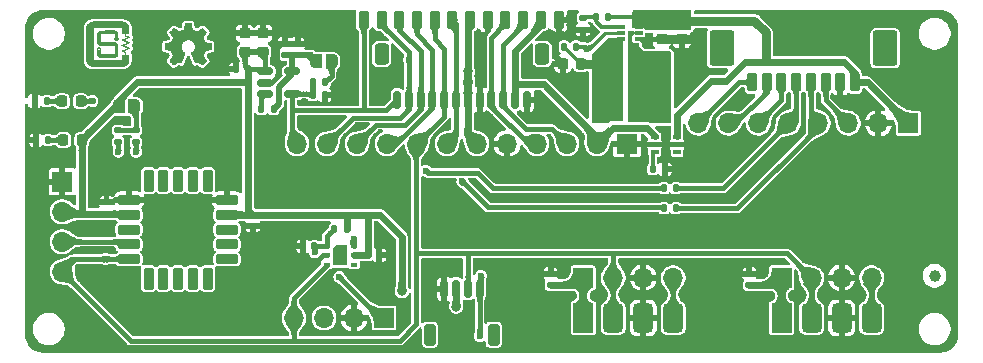
<source format=gbr>
%TF.GenerationSoftware,KiCad,Pcbnew,9.0.2*%
%TF.CreationDate,2025-06-08T01:22:44+05:30*%
%TF.ProjectId,AQEYE-SB-D1,41514559-452d-4534-922d-44312e6b6963,0.1*%
%TF.SameCoordinates,Original*%
%TF.FileFunction,Copper,L1,Top*%
%TF.FilePolarity,Positive*%
%FSLAX46Y46*%
G04 Gerber Fmt 4.6, Leading zero omitted, Abs format (unit mm)*
G04 Created by KiCad (PCBNEW 9.0.2) date 2025-06-08 01:22:44*
%MOMM*%
%LPD*%
G01*
G04 APERTURE LIST*
G04 Aperture macros list*
%AMRoundRect*
0 Rectangle with rounded corners*
0 $1 Rounding radius*
0 $2 $3 $4 $5 $6 $7 $8 $9 X,Y pos of 4 corners*
0 Add a 4 corners polygon primitive as box body*
4,1,4,$2,$3,$4,$5,$6,$7,$8,$9,$2,$3,0*
0 Add four circle primitives for the rounded corners*
1,1,$1+$1,$2,$3*
1,1,$1+$1,$4,$5*
1,1,$1+$1,$6,$7*
1,1,$1+$1,$8,$9*
0 Add four rect primitives between the rounded corners*
20,1,$1+$1,$2,$3,$4,$5,0*
20,1,$1+$1,$4,$5,$6,$7,0*
20,1,$1+$1,$6,$7,$8,$9,0*
20,1,$1+$1,$8,$9,$2,$3,0*%
%AMOutline5P*
0 Free polygon, 5 corners , with rotation*
0 The origin of the aperture is its center*
0 number of corners: always 5*
0 $1 to $10 corner X, Y*
0 $11 Rotation angle, in degrees counterclockwise*
0 create outline with 5 corners*
4,1,5,$1,$2,$3,$4,$5,$6,$7,$8,$9,$10,$1,$2,$11*%
%AMOutline6P*
0 Free polygon, 6 corners , with rotation*
0 The origin of the aperture is its center*
0 number of corners: always 6*
0 $1 to $12 corner X, Y*
0 $13 Rotation angle, in degrees counterclockwise*
0 create outline with 6 corners*
4,1,6,$1,$2,$3,$4,$5,$6,$7,$8,$9,$10,$11,$12,$1,$2,$13*%
%AMOutline7P*
0 Free polygon, 7 corners , with rotation*
0 The origin of the aperture is its center*
0 number of corners: always 7*
0 $1 to $14 corner X, Y*
0 $15 Rotation angle, in degrees counterclockwise*
0 create outline with 7 corners*
4,1,7,$1,$2,$3,$4,$5,$6,$7,$8,$9,$10,$11,$12,$13,$14,$1,$2,$15*%
%AMOutline8P*
0 Free polygon, 8 corners , with rotation*
0 The origin of the aperture is its center*
0 number of corners: always 8*
0 $1 to $16 corner X, Y*
0 $17 Rotation angle, in degrees counterclockwise*
0 create outline with 8 corners*
4,1,8,$1,$2,$3,$4,$5,$6,$7,$8,$9,$10,$11,$12,$13,$14,$15,$16,$1,$2,$17*%
%AMFreePoly0*
4,1,15,-0.500000,0.200000,-0.480423,0.323607,-0.423607,0.435114,-0.335114,0.523607,-0.223607,0.580423,-0.100000,0.600000,0.500000,0.600000,0.500000,-0.600000,-0.100000,-0.600000,-0.223607,-0.580423,-0.335114,-0.523607,-0.423607,-0.435114,-0.480423,-0.323607,-0.500000,-0.200000,-0.500000,0.200000,-0.500000,0.200000,$1*%
%AMFreePoly1*
4,1,15,-0.500000,0.600000,0.100000,0.600000,0.223607,0.580423,0.335114,0.523607,0.423607,0.435114,0.480423,0.323607,0.500000,0.200000,0.500000,-0.200000,0.480423,-0.323607,0.423607,-0.435114,0.335114,-0.523607,0.223607,-0.580423,0.100000,-0.600000,-0.500000,-0.600000,-0.500000,0.600000,-0.500000,0.600000,$1*%
G04 Aperture macros list end*
%TA.AperFunction,EtchedComponent*%
%ADD10C,0.000000*%
%TD*%
%TA.AperFunction,SMDPad,CuDef*%
%ADD11RoundRect,0.135000X0.135000X0.185000X-0.135000X0.185000X-0.135000X-0.185000X0.135000X-0.185000X0*%
%TD*%
%TA.AperFunction,SMDPad,CuDef*%
%ADD12RoundRect,0.225000X0.225000X0.525000X-0.225000X0.525000X-0.225000X-0.525000X0.225000X-0.525000X0*%
%TD*%
%TA.AperFunction,SMDPad,CuDef*%
%ADD13RoundRect,0.218750X-0.218750X-0.256250X0.218750X-0.256250X0.218750X0.256250X-0.218750X0.256250X0*%
%TD*%
%TA.AperFunction,SMDPad,CuDef*%
%ADD14RoundRect,0.135000X0.185000X-0.135000X0.185000X0.135000X-0.185000X0.135000X-0.185000X-0.135000X0*%
%TD*%
%TA.AperFunction,SMDPad,CuDef*%
%ADD15RoundRect,0.135000X-0.135000X-0.185000X0.135000X-0.185000X0.135000X0.185000X-0.135000X0.185000X0*%
%TD*%
%TA.AperFunction,SMDPad,CuDef*%
%ADD16RoundRect,0.140000X-0.140000X-0.170000X0.140000X-0.170000X0.140000X0.170000X-0.140000X0.170000X0*%
%TD*%
%TA.AperFunction,SMDPad,CuDef*%
%ADD17RoundRect,0.225000X0.250000X-0.225000X0.250000X0.225000X-0.250000X0.225000X-0.250000X-0.225000X0*%
%TD*%
%TA.AperFunction,SMDPad,CuDef*%
%ADD18RoundRect,0.212500X-0.212500X0.737500X-0.212500X-0.737500X0.212500X-0.737500X0.212500X0.737500X0*%
%TD*%
%TA.AperFunction,SMDPad,CuDef*%
%ADD19RoundRect,0.212500X-0.737500X0.212500X-0.737500X-0.212500X0.737500X-0.212500X0.737500X0.212500X0*%
%TD*%
%TA.AperFunction,HeatsinkPad*%
%ADD20R,4.800000X4.800000*%
%TD*%
%TA.AperFunction,SMDPad,CuDef*%
%ADD21RoundRect,0.150000X0.150000X0.625000X-0.150000X0.625000X-0.150000X-0.625000X0.150000X-0.625000X0*%
%TD*%
%TA.AperFunction,SMDPad,CuDef*%
%ADD22RoundRect,0.250000X0.350000X0.650000X-0.350000X0.650000X-0.350000X-0.650000X0.350000X-0.650000X0*%
%TD*%
%TA.AperFunction,SMDPad,CuDef*%
%ADD23RoundRect,0.150000X-0.512500X-0.150000X0.512500X-0.150000X0.512500X0.150000X-0.512500X0.150000X0*%
%TD*%
%TA.AperFunction,SMDPad,CuDef*%
%ADD24RoundRect,0.140000X-0.170000X0.140000X-0.170000X-0.140000X0.170000X-0.140000X0.170000X0.140000X0*%
%TD*%
%TA.AperFunction,SMDPad,CuDef*%
%ADD25RoundRect,0.200000X0.200000X0.600000X-0.200000X0.600000X-0.200000X-0.600000X0.200000X-0.600000X0*%
%TD*%
%TA.AperFunction,SMDPad,CuDef*%
%ADD26RoundRect,0.250001X0.799999X1.249999X-0.799999X1.249999X-0.799999X-1.249999X0.799999X-1.249999X0*%
%TD*%
%TA.AperFunction,SMDPad,CuDef*%
%ADD27R,0.650000X0.400000*%
%TD*%
%TA.AperFunction,ComponentPad*%
%ADD28R,1.700000X1.700000*%
%TD*%
%TA.AperFunction,ComponentPad*%
%ADD29O,1.700000X1.700000*%
%TD*%
%TA.AperFunction,SMDPad,CuDef*%
%ADD30FreePoly0,0.000000*%
%TD*%
%TA.AperFunction,SMDPad,CuDef*%
%ADD31FreePoly1,0.000000*%
%TD*%
%TA.AperFunction,SMDPad,CuDef*%
%ADD32R,0.550000X0.400000*%
%TD*%
%TA.AperFunction,SMDPad,CuDef*%
%ADD33Outline5P,-0.625000X0.537500X-0.312500X0.850000X0.625000X0.850000X0.625000X-0.850000X-0.625000X-0.850000X0.000000*%
%TD*%
%TA.AperFunction,SMDPad,CuDef*%
%ADD34RoundRect,0.225000X0.225000X0.250000X-0.225000X0.250000X-0.225000X-0.250000X0.225000X-0.250000X0*%
%TD*%
%TA.AperFunction,SMDPad,CuDef*%
%ADD35RoundRect,0.225000X-0.250000X0.225000X-0.250000X-0.225000X0.250000X-0.225000X0.250000X0.225000X0*%
%TD*%
%TA.AperFunction,SMDPad,CuDef*%
%ADD36R,1.700000X5.700000*%
%TD*%
%TA.AperFunction,SMDPad,CuDef*%
%ADD37R,1.700000X2.500000*%
%TD*%
%TA.AperFunction,SMDPad,CuDef*%
%ADD38RoundRect,0.400000X0.450000X-0.850000X0.450000X0.850000X-0.450000X0.850000X-0.450000X-0.850000X0*%
%TD*%
%TA.AperFunction,SMDPad,CuDef*%
%ADD39RoundRect,0.140000X0.170000X-0.140000X0.170000X0.140000X-0.170000X0.140000X-0.170000X-0.140000X0*%
%TD*%
%TA.AperFunction,SMDPad,CuDef*%
%ADD40FreePoly0,180.000000*%
%TD*%
%TA.AperFunction,SMDPad,CuDef*%
%ADD41FreePoly1,180.000000*%
%TD*%
%TA.AperFunction,SMDPad,CuDef*%
%ADD42RoundRect,0.140000X0.140000X0.170000X-0.140000X0.170000X-0.140000X-0.170000X0.140000X-0.170000X0*%
%TD*%
%TA.AperFunction,SMDPad,CuDef*%
%ADD43RoundRect,0.150000X-0.150000X-0.625000X0.150000X-0.625000X0.150000X0.625000X-0.150000X0.625000X0*%
%TD*%
%TA.AperFunction,SMDPad,CuDef*%
%ADD44RoundRect,0.208333X-0.291667X-0.691667X0.291667X-0.691667X0.291667X0.691667X-0.291667X0.691667X0*%
%TD*%
%TA.AperFunction,SMDPad,CuDef*%
%ADD45C,1.000000*%
%TD*%
%TA.AperFunction,SMDPad,CuDef*%
%ADD46R,0.700000X0.340000*%
%TD*%
%TA.AperFunction,ViaPad*%
%ADD47C,0.800000*%
%TD*%
%TA.AperFunction,ViaPad*%
%ADD48C,0.600000*%
%TD*%
%TA.AperFunction,Conductor*%
%ADD49C,0.600000*%
%TD*%
%TA.AperFunction,Conductor*%
%ADD50C,0.400000*%
%TD*%
%TA.AperFunction,Conductor*%
%ADD51C,0.500000*%
%TD*%
%TA.AperFunction,Conductor*%
%ADD52C,0.800000*%
%TD*%
%TA.AperFunction,Conductor*%
%ADD53C,0.300000*%
%TD*%
%TA.AperFunction,Conductor*%
%ADD54C,0.250000*%
%TD*%
G04 APERTURE END LIST*
D10*
%TA.AperFunction,EtchedComponent*%
G36*
X14335218Y28404316D02*
G01*
X14386886Y28403906D01*
X14435753Y28403156D01*
X14480026Y28402070D01*
X14517915Y28400649D01*
X14547630Y28398895D01*
X14567378Y28396810D01*
X14575286Y28394513D01*
X14578143Y28386067D01*
X14583079Y28365850D01*
X14589787Y28335351D01*
X14597959Y28296057D01*
X14607288Y28249456D01*
X14617464Y28197035D01*
X14628181Y28140282D01*
X14630690Y28126773D01*
X14644606Y28052586D01*
X14656535Y27991160D01*
X14666595Y27941948D01*
X14674907Y27904406D01*
X14681589Y27877987D01*
X14686760Y27862147D01*
X14689676Y27856923D01*
X14698358Y27851819D01*
X14717589Y27842583D01*
X14745393Y27830037D01*
X14779793Y27815005D01*
X14818811Y27798309D01*
X14860471Y27780771D01*
X14902795Y27763215D01*
X14943808Y27746462D01*
X14981531Y27731336D01*
X15013987Y27718658D01*
X15039200Y27709252D01*
X15055193Y27703941D01*
X15059465Y27703060D01*
X15066889Y27706757D01*
X15084153Y27717303D01*
X15110019Y27733885D01*
X15143248Y27755688D01*
X15182603Y27781897D01*
X15226845Y27811698D01*
X15274736Y27844275D01*
X15290525Y27855081D01*
X15354128Y27898420D01*
X15407175Y27934000D01*
X15449979Y27962018D01*
X15482855Y27982674D01*
X15506115Y27996166D01*
X15520072Y28002693D01*
X15524269Y28003307D01*
X15532112Y27997636D01*
X15547880Y27983663D01*
X15570318Y27962654D01*
X15598170Y27935872D01*
X15630182Y27904583D01*
X15665097Y27870050D01*
X15701661Y27833538D01*
X15738617Y27796312D01*
X15774712Y27759636D01*
X15808688Y27724775D01*
X15839292Y27692993D01*
X15865266Y27665555D01*
X15885358Y27643725D01*
X15898309Y27628768D01*
X15902867Y27621950D01*
X15899115Y27614380D01*
X15888511Y27597006D01*
X15871884Y27571088D01*
X15850064Y27537888D01*
X15823882Y27498666D01*
X15794169Y27454684D01*
X15761753Y27407202D01*
X15754683Y27396909D01*
X15721793Y27348780D01*
X15691443Y27303807D01*
X15664464Y27263264D01*
X15641687Y27228423D01*
X15623942Y27200557D01*
X15612059Y27180941D01*
X15606871Y27170847D01*
X15606709Y27170067D01*
X15609332Y27160639D01*
X15616650Y27140845D01*
X15627838Y27112604D01*
X15642071Y27077840D01*
X15658522Y27038472D01*
X15676367Y26996422D01*
X15694779Y26953611D01*
X15712934Y26911960D01*
X15730005Y26873391D01*
X15745167Y26839824D01*
X15757595Y26813181D01*
X15766463Y26795383D01*
X15770624Y26788605D01*
X15779261Y26785250D01*
X15799806Y26779843D01*
X15830902Y26772672D01*
X15871192Y26764032D01*
X15919317Y26754212D01*
X15973921Y26743504D01*
X16031069Y26732680D01*
X16087767Y26721966D01*
X16140465Y26711723D01*
X16187653Y26702265D01*
X16227818Y26693908D01*
X16259452Y26686966D01*
X16281043Y26681756D01*
X16291080Y26678592D01*
X16291451Y26678353D01*
X16293845Y26669795D01*
X16295910Y26649561D01*
X16297645Y26619442D01*
X16299047Y26581229D01*
X16300114Y26536712D01*
X16300845Y26487682D01*
X16301237Y26435932D01*
X16301289Y26383250D01*
X16300998Y26331430D01*
X16300362Y26282261D01*
X16299380Y26237534D01*
X16298049Y26199041D01*
X16296367Y26168572D01*
X16294333Y26147919D01*
X16292058Y26139004D01*
X16284977Y26135068D01*
X16268574Y26129895D01*
X16242163Y26123334D01*
X16205059Y26115232D01*
X16156577Y26105440D01*
X16096031Y26093806D01*
X16037788Y26082949D01*
X15981777Y26072492D01*
X15929824Y26062553D01*
X15883451Y26053440D01*
X15844178Y26045463D01*
X15813526Y26038932D01*
X15793013Y26034154D01*
X15784161Y26031439D01*
X15784051Y26031363D01*
X15779661Y26023735D01*
X15771171Y26005392D01*
X15759325Y25978189D01*
X15744872Y25943980D01*
X15728556Y25904619D01*
X15711126Y25861960D01*
X15693327Y25817858D01*
X15675906Y25774166D01*
X15659609Y25732739D01*
X15645183Y25695431D01*
X15633375Y25664096D01*
X15624930Y25640589D01*
X15620596Y25626763D01*
X15620180Y25624340D01*
X15623878Y25616457D01*
X15634402Y25598823D01*
X15650895Y25572754D01*
X15672501Y25539563D01*
X15698365Y25500566D01*
X15727631Y25457079D01*
X15758775Y25411390D01*
X15790665Y25364773D01*
X15820177Y25321406D01*
X15846430Y25282603D01*
X15868542Y25249676D01*
X15885631Y25223937D01*
X15896817Y25206697D01*
X15901198Y25199326D01*
X15897557Y25192201D01*
X15885395Y25177034D01*
X15865956Y25155070D01*
X15840479Y25127552D01*
X15810207Y25095721D01*
X15776382Y25060822D01*
X15740243Y25024096D01*
X15703034Y24986789D01*
X15665996Y24950141D01*
X15630370Y24915396D01*
X15597397Y24883798D01*
X15568320Y24856589D01*
X15544379Y24835012D01*
X15526817Y24820310D01*
X15516874Y24813726D01*
X15515823Y24813491D01*
X15506722Y24817200D01*
X15488280Y24827622D01*
X15462168Y24843708D01*
X15430055Y24864409D01*
X15393611Y24888676D01*
X15364227Y24908734D01*
X15321601Y24938072D01*
X15278462Y24967655D01*
X15237393Y24995720D01*
X15200974Y25020504D01*
X15171787Y25040245D01*
X15160933Y25047526D01*
X15095719Y25091086D01*
X14994473Y25038163D01*
X14957041Y25018771D01*
X14929640Y25005136D01*
X14910475Y24996566D01*
X14897749Y24992370D01*
X14889666Y24991854D01*
X14884431Y24994327D01*
X14883345Y24995343D01*
X14878965Y25003362D01*
X14870050Y25022614D01*
X14857118Y25051854D01*
X14840683Y25089834D01*
X14821263Y25135306D01*
X14799371Y25187025D01*
X14775525Y25243742D01*
X14750239Y25304211D01*
X14724030Y25367185D01*
X14697413Y25431416D01*
X14670904Y25495658D01*
X14645019Y25558663D01*
X14620273Y25619184D01*
X14597182Y25675975D01*
X14576263Y25727788D01*
X14558030Y25773376D01*
X14542999Y25811491D01*
X14531687Y25840888D01*
X14524608Y25860318D01*
X14522275Y25868434D01*
X14526440Y25878281D01*
X14539744Y25891345D01*
X14563401Y25908715D01*
X14577844Y25918289D01*
X14605097Y25937825D01*
X14637304Y25963766D01*
X14670288Y25992613D01*
X14697754Y26018738D01*
X14726008Y26047674D01*
X14747002Y26071310D01*
X14763471Y26093378D01*
X14778148Y26117607D01*
X14793769Y26147730D01*
X14796795Y26153869D01*
X14819213Y26201922D01*
X14835200Y26243102D01*
X14845777Y26281759D01*
X14851964Y26322243D01*
X14854783Y26368903D01*
X14855287Y26403087D01*
X14855008Y26444615D01*
X14853555Y26476637D01*
X14850518Y26503098D01*
X14845483Y26527940D01*
X14840142Y26547902D01*
X14809786Y26630280D01*
X14768470Y26705543D01*
X14717064Y26772839D01*
X14656438Y26831312D01*
X14587461Y26880109D01*
X14511005Y26918375D01*
X14438080Y26942698D01*
X14384337Y26952661D01*
X14323680Y26957151D01*
X14261371Y26956173D01*
X14202667Y26949728D01*
X14168655Y26942536D01*
X14089090Y26914962D01*
X14015881Y26876679D01*
X13949834Y26828857D01*
X13891756Y26772665D01*
X13842453Y26709275D01*
X13802731Y26639854D01*
X13773397Y26565574D01*
X13755256Y26487605D01*
X13749115Y26407115D01*
X13753572Y26340262D01*
X13770340Y26256095D01*
X13797699Y26178967D01*
X13836175Y26108048D01*
X13886291Y26042507D01*
X13948572Y25981513D01*
X14010368Y25933400D01*
X14037433Y25913861D01*
X14060485Y25896518D01*
X14077262Y25883124D01*
X14085501Y25875431D01*
X14085811Y25874970D01*
X14086720Y25873267D01*
X14087245Y25871135D01*
X14087065Y25867760D01*
X14085856Y25862333D01*
X14083298Y25854040D01*
X14079068Y25842070D01*
X14072846Y25825611D01*
X14064308Y25803852D01*
X14053134Y25775979D01*
X14039002Y25741182D01*
X14021590Y25698649D01*
X14000576Y25647567D01*
X13975638Y25587126D01*
X13946455Y25516512D01*
X13912705Y25434914D01*
X13882020Y25360747D01*
X13845382Y25272565D01*
X13813550Y25196756D01*
X13786444Y25133138D01*
X13763983Y25081528D01*
X13746088Y25041747D01*
X13732679Y25013611D01*
X13723675Y24996940D01*
X13719285Y24991592D01*
X13708774Y24993314D01*
X13688363Y25001244D01*
X13659698Y25014655D01*
X13624429Y25032821D01*
X13618251Y25036138D01*
X13585883Y25053118D01*
X13556749Y25067496D01*
X13533319Y25078121D01*
X13518062Y25083842D01*
X13514509Y25084509D01*
X13505797Y25080816D01*
X13487401Y25070279D01*
X13460680Y25053767D01*
X13426993Y25032152D01*
X13387698Y25006305D01*
X13344154Y24977094D01*
X13303018Y24949036D01*
X13256843Y24917567D01*
X13213712Y24888684D01*
X13174985Y24863256D01*
X13142020Y24842156D01*
X13116175Y24826255D01*
X13098809Y24816422D01*
X13091592Y24813482D01*
X13082837Y24818028D01*
X13065660Y24831754D01*
X13039919Y24854791D01*
X13005475Y24887269D01*
X12962185Y24929321D01*
X12909909Y24981077D01*
X12893894Y24997072D01*
X12839549Y25051816D01*
X12794592Y25097903D01*
X12759119Y25135234D01*
X12733220Y25163709D01*
X12716989Y25183227D01*
X12710518Y25193691D01*
X12710395Y25194510D01*
X12714101Y25203097D01*
X12724647Y25221396D01*
X12741171Y25248068D01*
X12762812Y25281770D01*
X12788711Y25321162D01*
X12818007Y25364903D01*
X12848475Y25409665D01*
X12880218Y25456314D01*
X12909390Y25499898D01*
X12935130Y25539075D01*
X12956578Y25572506D01*
X12972873Y25598850D01*
X12983155Y25616765D01*
X12986568Y25624784D01*
X12984083Y25635136D01*
X12977131Y25655959D01*
X12966482Y25685332D01*
X12952904Y25721336D01*
X12937165Y25762049D01*
X12920034Y25805552D01*
X12902278Y25849924D01*
X12884668Y25893244D01*
X12867971Y25933593D01*
X12852956Y25969049D01*
X12840391Y25997693D01*
X12831045Y26017605D01*
X12825687Y26026863D01*
X12825645Y26026906D01*
X12817174Y26031241D01*
X12798610Y26036899D01*
X12769346Y26044016D01*
X12728774Y26052728D01*
X12676285Y26063170D01*
X12611272Y26075477D01*
X12589154Y26079568D01*
X12521847Y26091968D01*
X12466575Y26102222D01*
X12422127Y26110631D01*
X12387292Y26117497D01*
X12360857Y26123119D01*
X12341612Y26127800D01*
X12328344Y26131842D01*
X12319843Y26135544D01*
X12314896Y26139210D01*
X12312292Y26143139D01*
X12310820Y26147633D01*
X12310490Y26148869D01*
X12309566Y26158884D01*
X12308710Y26180768D01*
X12307950Y26212916D01*
X12307308Y26253726D01*
X12306811Y26301595D01*
X12306484Y26354919D01*
X12306351Y26412095D01*
X12306350Y26413587D01*
X12306438Y26482724D01*
X12306781Y26539413D01*
X12307410Y26584676D01*
X12308359Y26619535D01*
X12309660Y26645009D01*
X12311345Y26662122D01*
X12313448Y26671895D01*
X12314678Y26674363D01*
X12320750Y26678145D01*
X12334464Y26682863D01*
X12356706Y26688715D01*
X12388368Y26695901D01*
X12430338Y26704616D01*
X12483506Y26715060D01*
X12548761Y26727431D01*
X12574897Y26732304D01*
X12643534Y26745181D01*
X12699926Y26756062D01*
X12745113Y26765180D01*
X12780136Y26772768D01*
X12806035Y26779060D01*
X12823850Y26784289D01*
X12834622Y26788688D01*
X12838597Y26791470D01*
X12844602Y26801152D01*
X12854752Y26821282D01*
X12868206Y26849894D01*
X12884122Y26885022D01*
X12901660Y26924699D01*
X12919980Y26966958D01*
X12938240Y27009834D01*
X12955600Y27051360D01*
X12971218Y27089569D01*
X12984255Y27122495D01*
X12993869Y27148172D01*
X12999219Y27164633D01*
X13000040Y27169053D01*
X12996299Y27177995D01*
X12985609Y27196728D01*
X12968763Y27224017D01*
X12946553Y27258627D01*
X12919771Y27299322D01*
X12889207Y27344868D01*
X12857514Y27391328D01*
X12825097Y27438782D01*
X12795095Y27483261D01*
X12768380Y27523431D01*
X12745824Y27557956D01*
X12728299Y27585502D01*
X12716676Y27604733D01*
X12711828Y27614313D01*
X12711776Y27614530D01*
X12712143Y27619799D01*
X12715602Y27627273D01*
X12722967Y27637852D01*
X12735050Y27652434D01*
X12752666Y27671919D01*
X12776628Y27697204D01*
X12807748Y27729189D01*
X12846841Y27768773D01*
X12894721Y27816855D01*
X12896386Y27818523D01*
X12946986Y27868871D01*
X12990976Y27911962D01*
X13027879Y27947349D01*
X13057216Y27974583D01*
X13078507Y27993217D01*
X13091273Y28002802D01*
X13094606Y28004033D01*
X13102344Y27999733D01*
X13119865Y27988621D01*
X13145882Y27971557D01*
X13179103Y27949402D01*
X13218240Y27923016D01*
X13262003Y27893259D01*
X13309104Y27860993D01*
X13313513Y27857960D01*
X13361174Y27825308D01*
X13405899Y27794929D01*
X13446349Y27767714D01*
X13481182Y27744554D01*
X13509060Y27726340D01*
X13528641Y27713962D01*
X13538584Y27708312D01*
X13538875Y27708194D01*
X13545740Y27707031D01*
X13555943Y27708102D01*
X13570888Y27711886D01*
X13591978Y27718864D01*
X13620616Y27729515D01*
X13658206Y27744322D01*
X13706150Y27763762D01*
X13730840Y27773888D01*
X13776618Y27792707D01*
X13818524Y27809929D01*
X13854884Y27824868D01*
X13884022Y27836836D01*
X13904264Y27845144D01*
X13913936Y27849104D01*
X13914324Y27849262D01*
X13917701Y27851396D01*
X13920961Y27855732D01*
X13924370Y27863438D01*
X13928189Y27875682D01*
X13932683Y27893630D01*
X13938113Y27918451D01*
X13944744Y27951312D01*
X13952838Y27993380D01*
X13962657Y28045825D01*
X13974467Y28109812D01*
X13980786Y28144243D01*
X13993852Y28214551D01*
X14004974Y28272241D01*
X14014303Y28318002D01*
X14021992Y28352524D01*
X14028190Y28376494D01*
X14033051Y28390603D01*
X14035931Y28395144D01*
X14045536Y28397521D01*
X14066668Y28399543D01*
X14097535Y28401210D01*
X14136347Y28402526D01*
X14181312Y28403493D01*
X14230640Y28404112D01*
X14282539Y28404386D01*
X14335218Y28404316D01*
G37*
%TD.AperFunction*%
%TA.AperFunction,EtchedComponent*%
G36*
X7865428Y27769536D02*
G01*
X7900189Y27769517D01*
X7932526Y27769486D01*
X7962269Y27769447D01*
X7989248Y27769394D01*
X8013290Y27769331D01*
X8034228Y27769259D01*
X8051889Y27769175D01*
X8066106Y27769083D01*
X8076703Y27768978D01*
X8083512Y27768865D01*
X8085785Y27768787D01*
X8110356Y27766722D01*
X8132923Y27763110D01*
X8154633Y27757650D01*
X8176630Y27750038D01*
X8200064Y27739971D01*
X8207076Y27736650D01*
X8240587Y27718482D01*
X8270925Y27697767D01*
X8298103Y27674497D01*
X8322135Y27648657D01*
X8343027Y27620239D01*
X8360791Y27589228D01*
X8375439Y27555614D01*
X8380164Y27542231D01*
X8382773Y27534430D01*
X8385059Y27527542D01*
X8387048Y27521261D01*
X8388764Y27515274D01*
X8390227Y27509273D01*
X8391460Y27502945D01*
X8392486Y27495986D01*
X8393328Y27488080D01*
X8394009Y27478920D01*
X8394551Y27468197D01*
X8394978Y27455600D01*
X8395313Y27440821D01*
X8395577Y27423545D01*
X8395792Y27403468D01*
X8395982Y27380277D01*
X8396173Y27353662D01*
X8396381Y27323314D01*
X8396398Y27320954D01*
X8397577Y27154264D01*
X8402270Y27142067D01*
X8409272Y27123178D01*
X8414591Y27107036D01*
X8418426Y27092776D01*
X8420965Y27079536D01*
X8422403Y27066454D01*
X8422932Y27052668D01*
X8422946Y27049575D01*
X8420992Y27022032D01*
X8415196Y26995790D01*
X8405610Y26970972D01*
X8392279Y26947699D01*
X8375252Y26926090D01*
X8371495Y26922069D01*
X8352809Y26904703D01*
X8333103Y26890718D01*
X8311584Y26879649D01*
X8287454Y26871033D01*
X8280715Y26869152D01*
X8266607Y26866305D01*
X8250280Y26864449D01*
X8232976Y26863608D01*
X8215941Y26863810D01*
X8200422Y26865081D01*
X8188548Y26867217D01*
X8162495Y26875773D01*
X8138245Y26887743D01*
X8116093Y26902825D01*
X8096335Y26920715D01*
X8079268Y26941109D01*
X8065187Y26963703D01*
X8054391Y26988197D01*
X8047753Y27011474D01*
X8045148Y27027194D01*
X8043639Y27044216D01*
X8043465Y27052668D01*
X8155674Y27052668D01*
X8155744Y27042021D01*
X8156066Y27034390D01*
X8156802Y27028723D01*
X8158123Y27023970D01*
X8160190Y27019078D01*
X8161357Y27016660D01*
X8170799Y27001571D01*
X8182900Y26988833D01*
X8197042Y26978927D01*
X8212605Y26972331D01*
X8220915Y26970392D01*
X8226817Y26969529D01*
X8231911Y26969266D01*
X8237614Y26969651D01*
X8245347Y26970732D01*
X8249183Y26971347D01*
X8261401Y26975088D01*
X8273896Y26981973D01*
X8285780Y26991251D01*
X8296164Y27002165D01*
X8304163Y27013965D01*
X8307215Y27020537D01*
X8311902Y27037831D01*
X8312992Y27055109D01*
X8310753Y27071899D01*
X8305450Y27087734D01*
X8297351Y27102142D01*
X8286724Y27114649D01*
X8273832Y27124788D01*
X8258944Y27132089D01*
X8242327Y27136079D01*
X8241736Y27136150D01*
X8225621Y27136073D01*
X8209717Y27132321D01*
X8194668Y27125267D01*
X8181117Y27115278D01*
X8169710Y27102727D01*
X8162329Y27090624D01*
X8159498Y27084669D01*
X8157609Y27079758D01*
X8156474Y27074802D01*
X8155900Y27068718D01*
X8155697Y27060421D01*
X8155674Y27052668D01*
X8043465Y27052668D01*
X8043295Y27060990D01*
X8044184Y27075961D01*
X8044727Y27080037D01*
X8046399Y27088187D01*
X8049123Y27098699D01*
X8052499Y27110130D01*
X8055651Y27119677D01*
X8064198Y27144100D01*
X8064198Y27288768D01*
X8064175Y27312667D01*
X8064108Y27335385D01*
X8064000Y27356585D01*
X8063857Y27375946D01*
X8063680Y27393139D01*
X8063477Y27407834D01*
X8063245Y27419706D01*
X8062995Y27428425D01*
X8062726Y27433665D01*
X8062504Y27435129D01*
X8060355Y27435274D01*
X8054303Y27435421D01*
X8044516Y27435565D01*
X8031154Y27435710D01*
X8014388Y27435853D01*
X7994378Y27435995D01*
X7971289Y27436132D01*
X7945286Y27436267D01*
X7916535Y27436398D01*
X7885199Y27436522D01*
X7851442Y27436643D01*
X7815430Y27436757D01*
X7777326Y27436864D01*
X7737295Y27436964D01*
X7695504Y27437055D01*
X7652114Y27437138D01*
X7607290Y27437212D01*
X7561200Y27437276D01*
X7514008Y27437329D01*
X7500171Y27437342D01*
X6939527Y27437862D01*
X6938299Y27433277D01*
X6938189Y27430888D01*
X6938084Y27424713D01*
X6937980Y27415017D01*
X6937881Y27402058D01*
X6937784Y27386100D01*
X6937691Y27367403D01*
X6937602Y27346229D01*
X6937519Y27322840D01*
X6937438Y27297496D01*
X6937365Y27270459D01*
X6937296Y27241993D01*
X6937232Y27212355D01*
X6937175Y27181810D01*
X6937124Y27150616D01*
X6937080Y27119038D01*
X6937042Y27087336D01*
X6937012Y27055770D01*
X6936988Y27024603D01*
X6936975Y26994096D01*
X6936968Y26964512D01*
X6936970Y26936110D01*
X6936980Y26909152D01*
X6937001Y26883902D01*
X6937028Y26860617D01*
X6937068Y26839563D01*
X6937116Y26820998D01*
X6937175Y26805185D01*
X6937244Y26792385D01*
X6937325Y26782859D01*
X6937417Y26776869D01*
X6937520Y26774676D01*
X6937522Y26774673D01*
X6939572Y26774629D01*
X6945524Y26774578D01*
X6955222Y26774522D01*
X6968502Y26774458D01*
X6985205Y26774389D01*
X7005169Y26774314D01*
X7028233Y26774235D01*
X7054237Y26774151D01*
X7083021Y26774063D01*
X7114423Y26773972D01*
X7148281Y26773877D01*
X7184436Y26773781D01*
X7222728Y26773682D01*
X7262993Y26773582D01*
X7305073Y26773479D01*
X7348805Y26773378D01*
X7394030Y26773276D01*
X7440586Y26773172D01*
X7488313Y26773071D01*
X7521444Y26773002D01*
X7579627Y26772881D01*
X7633887Y26772764D01*
X7684362Y26772651D01*
X7731189Y26772540D01*
X7774509Y26772430D01*
X7814463Y26772320D01*
X7851189Y26772209D01*
X7884827Y26772095D01*
X7915518Y26771981D01*
X7943398Y26771862D01*
X7968610Y26771737D01*
X7991295Y26771607D01*
X8011589Y26771468D01*
X8029634Y26771322D01*
X8045569Y26771168D01*
X8059532Y26771003D01*
X8071664Y26770827D01*
X8082107Y26770639D01*
X8090999Y26770438D01*
X8098478Y26770222D01*
X8104685Y26769991D01*
X8109760Y26769745D01*
X8113842Y26769480D01*
X8117072Y26769196D01*
X8119588Y26768893D01*
X8121480Y26768581D01*
X8158320Y26759476D01*
X8193210Y26746916D01*
X8225982Y26731064D01*
X8256465Y26712083D01*
X8284493Y26690138D01*
X8309894Y26665390D01*
X8332500Y26638005D01*
X8352140Y26608151D01*
X8368646Y26575982D01*
X8381849Y26541666D01*
X8390958Y26508221D01*
X8395545Y26487509D01*
X8395545Y25731307D01*
X8390778Y25710016D01*
X8380669Y25673610D01*
X8367177Y25639248D01*
X8350458Y25607096D01*
X8330675Y25577321D01*
X8307988Y25550093D01*
X8282556Y25525577D01*
X8254540Y25503943D01*
X8224099Y25485356D01*
X8191391Y25469982D01*
X8156581Y25457995D01*
X8148047Y25455670D01*
X8144133Y25454631D01*
X8140593Y25453661D01*
X8137283Y25452760D01*
X8134058Y25451920D01*
X8130775Y25451145D01*
X8127289Y25450429D01*
X8123456Y25449769D01*
X8119132Y25449164D01*
X8114177Y25448610D01*
X8108441Y25448108D01*
X8101783Y25447652D01*
X8094059Y25447241D01*
X8085125Y25446871D01*
X8074835Y25446544D01*
X8063050Y25446251D01*
X8049620Y25445995D01*
X8034405Y25445769D01*
X8017260Y25445574D01*
X7998041Y25445407D01*
X7976603Y25445264D01*
X7952805Y25445144D01*
X7926499Y25445044D01*
X7897543Y25444962D01*
X7865793Y25444895D01*
X7831105Y25444839D01*
X7793336Y25444793D01*
X7752342Y25444756D01*
X7707976Y25444725D01*
X7660099Y25444694D01*
X7608561Y25444665D01*
X7553226Y25444633D01*
X7504165Y25444604D01*
X7455026Y25444578D01*
X7406783Y25444562D01*
X7359611Y25444559D01*
X7313672Y25444566D01*
X7269140Y25444582D01*
X7226182Y25444609D01*
X7184967Y25444645D01*
X7145665Y25444690D01*
X7108444Y25444744D01*
X7073475Y25444808D01*
X7040925Y25444877D01*
X7010963Y25444957D01*
X6983760Y25445043D01*
X6959481Y25445138D01*
X6938299Y25445238D01*
X6920383Y25445345D01*
X6905899Y25445458D01*
X6895017Y25445578D01*
X6887909Y25445703D01*
X6885177Y25445798D01*
X6848361Y25449874D01*
X6813213Y25457647D01*
X6779630Y25469144D01*
X6747509Y25484404D01*
X6721231Y25500391D01*
X6690792Y25523110D01*
X6663808Y25547969D01*
X6640266Y25574993D01*
X6620148Y25604202D01*
X6603443Y25635617D01*
X6590140Y25669259D01*
X6580221Y25705149D01*
X6575975Y25727242D01*
X6575350Y25731610D01*
X6574793Y25736769D01*
X6574296Y25743003D01*
X6573854Y25750599D01*
X6573459Y25759838D01*
X6573104Y25771004D01*
X6572778Y25784383D01*
X6572481Y25800257D01*
X6572199Y25818910D01*
X6571928Y25840626D01*
X6571660Y25865690D01*
X6571387Y25894384D01*
X6571237Y25911210D01*
X6569814Y26074850D01*
X6562324Y26095376D01*
X6554289Y26122835D01*
X6550145Y26150197D01*
X6550029Y26159997D01*
X6659179Y26159997D01*
X6661699Y26143406D01*
X6667512Y26127642D01*
X6676243Y26113263D01*
X6687525Y26100827D01*
X6700980Y26090888D01*
X6716243Y26084006D01*
X6723663Y26082039D01*
X6735562Y26080871D01*
X6749124Y26081614D01*
X6762520Y26084101D01*
X6769570Y26086305D01*
X6780953Y26092367D01*
X6792121Y26101602D01*
X6802222Y26113170D01*
X6810413Y26126227D01*
X6811139Y26127673D01*
X6814290Y26134360D01*
X6816313Y26139768D01*
X6817454Y26145168D01*
X6817964Y26151835D01*
X6818094Y26161044D01*
X6818095Y26163247D01*
X6817981Y26173407D01*
X6817497Y26180737D01*
X6816442Y26186468D01*
X6814608Y26191830D01*
X6812594Y26196365D01*
X6802785Y26213581D01*
X6791186Y26227154D01*
X6777761Y26237106D01*
X6762471Y26243458D01*
X6745284Y26246233D01*
X6733908Y26246184D01*
X6716838Y26243233D01*
X6701286Y26236720D01*
X6687606Y26226979D01*
X6676152Y26214344D01*
X6667279Y26199147D01*
X6661341Y26181724D01*
X6660321Y26176861D01*
X6659179Y26159997D01*
X6550029Y26159997D01*
X6549830Y26177176D01*
X6553281Y26203481D01*
X6560435Y26228822D01*
X6571229Y26252913D01*
X6585600Y26275465D01*
X6603484Y26296188D01*
X6606966Y26299601D01*
X6619020Y26310497D01*
X6630361Y26319174D01*
X6642548Y26326710D01*
X6656977Y26334098D01*
X6681724Y26343839D01*
X6707598Y26350125D01*
X6734008Y26352949D01*
X6760358Y26352293D01*
X6786053Y26348153D01*
X6810501Y26340515D01*
X6818487Y26337088D01*
X6842652Y26323733D01*
X6864460Y26307160D01*
X6883640Y26287643D01*
X6899921Y26265454D01*
X6911868Y26243423D01*
X6919087Y26225513D01*
X6924059Y26207439D01*
X6927087Y26187873D01*
X6928268Y26171408D01*
X6928397Y26151364D01*
X6926761Y26133124D01*
X6923109Y26115282D01*
X6917196Y26096421D01*
X6913476Y26086575D01*
X6904461Y26063741D01*
X6904984Y25920902D01*
X6905505Y25778062D01*
X6987834Y25776816D01*
X7002147Y25776636D01*
X7020251Y25776471D01*
X7041872Y25776319D01*
X7066739Y25776182D01*
X7094577Y25776058D01*
X7125108Y25775948D01*
X7158064Y25775852D01*
X7193167Y25775769D01*
X7230145Y25775700D01*
X7268724Y25775646D01*
X7308630Y25775605D01*
X7349590Y25775579D01*
X7391328Y25775567D01*
X7433572Y25775568D01*
X7476049Y25775583D01*
X7518480Y25775614D01*
X7560595Y25775656D01*
X7602121Y25775715D01*
X7642785Y25775787D01*
X7682309Y25775873D01*
X7720424Y25775974D01*
X7756852Y25776087D01*
X7791321Y25776216D01*
X7823556Y25776358D01*
X7853284Y25776515D01*
X7880234Y25776687D01*
X7892083Y25776772D01*
X7922065Y25777007D01*
X7948242Y25777220D01*
X7970881Y25777420D01*
X7990243Y25777616D01*
X8006591Y25777817D01*
X8020189Y25778032D01*
X8031299Y25778264D01*
X8040186Y25778526D01*
X8047110Y25778822D01*
X8052336Y25779163D01*
X8056125Y25779559D01*
X8058742Y25780014D01*
X8060449Y25780537D01*
X8061511Y25781136D01*
X8062189Y25781821D01*
X8062330Y25782008D01*
X8062741Y25784578D01*
X8063124Y25790947D01*
X8063480Y25800852D01*
X8063807Y25814025D01*
X8064107Y25830206D01*
X8064379Y25849124D01*
X8064623Y25870518D01*
X8064840Y25894119D01*
X8065029Y25919666D01*
X8065190Y25946891D01*
X8065324Y25975529D01*
X8065429Y26005317D01*
X8065507Y26035987D01*
X8065559Y26067276D01*
X8065582Y26098916D01*
X8065577Y26130646D01*
X8065544Y26162197D01*
X8065483Y26193306D01*
X8065396Y26223706D01*
X8065281Y26253134D01*
X8065138Y26281324D01*
X8064967Y26308010D01*
X8064768Y26332927D01*
X8064543Y26355810D01*
X8064288Y26376394D01*
X8064007Y26394416D01*
X8063698Y26409606D01*
X8063361Y26421702D01*
X8062997Y26430439D01*
X8062603Y26435549D01*
X8062329Y26436810D01*
X8061991Y26437198D01*
X8061468Y26437561D01*
X8060624Y26437900D01*
X8059321Y26438213D01*
X8057418Y26438506D01*
X8054775Y26438777D01*
X8051258Y26439026D01*
X8046723Y26439259D01*
X8041032Y26439473D01*
X8034049Y26439671D01*
X8025633Y26439852D01*
X8015646Y26440018D01*
X8003949Y26440174D01*
X7990400Y26440317D01*
X7974866Y26440449D01*
X7957205Y26440572D01*
X7937277Y26440686D01*
X7914944Y26440792D01*
X7890067Y26440894D01*
X7862509Y26440991D01*
X7832127Y26441083D01*
X7798786Y26441175D01*
X7762347Y26441264D01*
X7722669Y26441354D01*
X7679614Y26441444D01*
X7633044Y26441538D01*
X7582818Y26441634D01*
X7528803Y26441736D01*
X7473330Y26441839D01*
X7415398Y26441947D01*
X7361392Y26442050D01*
X7311168Y26442150D01*
X7264585Y26442245D01*
X7221503Y26442342D01*
X7181780Y26442436D01*
X7145273Y26442532D01*
X7111843Y26442630D01*
X7081348Y26442729D01*
X7053645Y26442834D01*
X7028595Y26442943D01*
X7006055Y26443059D01*
X6985885Y26443183D01*
X6967941Y26443314D01*
X6952086Y26443455D01*
X6938174Y26443607D01*
X6926065Y26443769D01*
X6915621Y26443948D01*
X6906698Y26444138D01*
X6899152Y26444344D01*
X6892847Y26444565D01*
X6887636Y26444803D01*
X6883382Y26445061D01*
X6879942Y26445338D01*
X6877175Y26445637D01*
X6874939Y26445955D01*
X6873094Y26446297D01*
X6871964Y26446550D01*
X6839983Y26455854D01*
X6807974Y26468387D01*
X6776881Y26483680D01*
X6747658Y26501259D01*
X6721251Y26520653D01*
X6719016Y26522496D01*
X6694566Y26545444D01*
X6672575Y26571347D01*
X6653264Y26599766D01*
X6636860Y26630256D01*
X6623583Y26662384D01*
X6613659Y26695706D01*
X6607309Y26729782D01*
X6605599Y26746237D01*
X6605342Y26751681D01*
X6605105Y26760919D01*
X6604886Y26773684D01*
X6604686Y26789703D01*
X6604505Y26808709D01*
X6604342Y26830430D01*
X6604198Y26854595D01*
X6604070Y26880936D01*
X6603962Y26909183D01*
X6603873Y26939064D01*
X6603802Y26970312D01*
X6603749Y27002655D01*
X6603712Y27035822D01*
X6603694Y27069545D01*
X6603694Y27103552D01*
X6603712Y27137575D01*
X6603746Y27171344D01*
X6603800Y27204586D01*
X6603870Y27237035D01*
X6603957Y27268417D01*
X6604062Y27298466D01*
X6604183Y27326908D01*
X6604323Y27353476D01*
X6604479Y27377901D01*
X6604653Y27399907D01*
X6604843Y27419230D01*
X6605050Y27435599D01*
X6605276Y27448741D01*
X6605516Y27458390D01*
X6605773Y27464270D01*
X6605803Y27464684D01*
X6610574Y27500798D01*
X6619098Y27535579D01*
X6631225Y27568827D01*
X6646802Y27600336D01*
X6665678Y27629907D01*
X6687701Y27657339D01*
X6712720Y27682428D01*
X6740583Y27704972D01*
X6771141Y27724774D01*
X6804238Y27741627D01*
X6818132Y27747487D01*
X6827934Y27751115D01*
X6839949Y27755157D01*
X6852442Y27759045D01*
X6860821Y27761449D01*
X6885177Y27768111D01*
X7471640Y27769194D01*
X7520544Y27769278D01*
X7568555Y27769352D01*
X7615510Y27769413D01*
X7661233Y27769462D01*
X7705555Y27769500D01*
X7748308Y27769526D01*
X7789317Y27769539D01*
X7828414Y27769544D01*
X7865428Y27769536D01*
G37*
%TD.AperFunction*%
%TA.AperFunction,EtchedComponent*%
G36*
X7558533Y28533596D02*
G01*
X7620631Y28533588D01*
X7682439Y28533578D01*
X7743817Y28533563D01*
X7804633Y28533542D01*
X7864748Y28533517D01*
X7924025Y28533487D01*
X7982331Y28533453D01*
X8039529Y28533412D01*
X8095481Y28533368D01*
X8150052Y28533319D01*
X8203107Y28533263D01*
X8254507Y28533203D01*
X8304119Y28533139D01*
X8351804Y28533070D01*
X8397429Y28532996D01*
X8440856Y28532918D01*
X8481949Y28532834D01*
X8520571Y28532743D01*
X8556586Y28532650D01*
X8589859Y28532551D01*
X8620254Y28532447D01*
X8647633Y28532340D01*
X8671861Y28532225D01*
X8692803Y28532108D01*
X8710322Y28531983D01*
X8724280Y28531855D01*
X8734545Y28531721D01*
X8740975Y28531583D01*
X8743153Y28531481D01*
X8796783Y28524695D01*
X8848653Y28514251D01*
X8898825Y28500122D01*
X8947364Y28482283D01*
X8994335Y28460709D01*
X9039801Y28435371D01*
X9083827Y28406248D01*
X9116854Y28381168D01*
X9152562Y28350031D01*
X9184786Y28316798D01*
X9213533Y28281458D01*
X9238816Y28243996D01*
X9260639Y28204399D01*
X9279011Y28162656D01*
X9293942Y28118754D01*
X9299877Y28096951D01*
X9301752Y28089458D01*
X9303446Y28082485D01*
X9304969Y28075797D01*
X9306328Y28069166D01*
X9307530Y28062357D01*
X9308589Y28055141D01*
X9309510Y28047285D01*
X9310302Y28038555D01*
X9310977Y28028721D01*
X9311538Y28017555D01*
X9311996Y28004818D01*
X9312363Y27990283D01*
X9312644Y27973717D01*
X9312848Y27954886D01*
X9312985Y27933561D01*
X9313062Y27909509D01*
X9313090Y27882498D01*
X9313077Y27852298D01*
X9313029Y27818674D01*
X9312959Y27781395D01*
X9312892Y27749874D01*
X9312337Y27487643D01*
X9184484Y27487120D01*
X9158438Y27487009D01*
X9136157Y27486893D01*
X9117343Y27486767D01*
X9101694Y27486620D01*
X9088909Y27486444D01*
X9078691Y27486228D01*
X9070737Y27485964D01*
X9064748Y27485641D01*
X9060425Y27485250D01*
X9057469Y27484784D01*
X9055574Y27484231D01*
X9054447Y27483583D01*
X9053941Y27483054D01*
X9053152Y27481139D01*
X9052521Y27477442D01*
X9052030Y27471596D01*
X9051667Y27463236D01*
X9051417Y27451991D01*
X9051265Y27437494D01*
X9051193Y27419376D01*
X9051188Y27415118D01*
X9051123Y27350725D01*
X9056322Y27346635D01*
X9061443Y27343418D01*
X9068246Y27340108D01*
X9071060Y27338972D01*
X9081180Y27335151D01*
X9094015Y27330257D01*
X9109250Y27324413D01*
X9126576Y27317741D01*
X9145683Y27310360D01*
X9166260Y27302392D01*
X9187996Y27293959D01*
X9210581Y27285183D01*
X9233705Y27276183D01*
X9257057Y27267081D01*
X9280326Y27257998D01*
X9303203Y27249058D01*
X9325377Y27240380D01*
X9346538Y27232084D01*
X9366373Y27224292D01*
X9384573Y27217128D01*
X9400829Y27210709D01*
X9414830Y27205161D01*
X9426263Y27200600D01*
X9434820Y27197152D01*
X9440190Y27194934D01*
X9442057Y27194082D01*
X9443067Y27191104D01*
X9442335Y27189980D01*
X9440277Y27188936D01*
X9434722Y27186337D01*
X9425888Y27182278D01*
X9413992Y27176861D01*
X9399252Y27170181D01*
X9381885Y27162335D01*
X9362109Y27153424D01*
X9340139Y27143542D01*
X9316194Y27132791D01*
X9290491Y27121267D01*
X9263249Y27109068D01*
X9234685Y27096291D01*
X9205013Y27083036D01*
X9192402Y27077406D01*
X9162263Y27063955D01*
X9133089Y27050931D01*
X9105103Y27038438D01*
X9078526Y27026572D01*
X9053578Y27015430D01*
X9030482Y27005116D01*
X9009462Y26995725D01*
X8990737Y26987358D01*
X8974527Y26980114D01*
X8961058Y26974091D01*
X8950547Y26969387D01*
X8943220Y26966105D01*
X8939294Y26964339D01*
X8938732Y26964083D01*
X8934557Y26960807D01*
X8934056Y26957088D01*
X8937286Y26953759D01*
X8939514Y26952714D01*
X8945216Y26950124D01*
X8954148Y26946093D01*
X8966071Y26940731D01*
X8980741Y26934145D01*
X8997920Y26926444D01*
X9017365Y26917734D01*
X9038837Y26908127D01*
X9062093Y26897728D01*
X9086892Y26886644D01*
X9112995Y26874984D01*
X9140160Y26862858D01*
X9145648Y26860409D01*
X9183846Y26843361D01*
X9218507Y26827893D01*
X9249799Y26813926D01*
X9277898Y26801381D01*
X9302974Y26790182D01*
X9325204Y26780250D01*
X9344756Y26771505D01*
X9361808Y26763872D01*
X9376528Y26757273D01*
X9389092Y26751629D01*
X9399673Y26746861D01*
X9408442Y26742895D01*
X9415572Y26739647D01*
X9421237Y26737044D01*
X9425611Y26735006D01*
X9428865Y26733456D01*
X9431170Y26732315D01*
X9432704Y26731504D01*
X9433636Y26730950D01*
X9434140Y26730570D01*
X9434388Y26730288D01*
X9434456Y26730182D01*
X9434612Y26729789D01*
X9434487Y26729316D01*
X9433903Y26728682D01*
X9432677Y26727804D01*
X9430631Y26726598D01*
X9427582Y26724982D01*
X9423352Y26722876D01*
X9417757Y26720197D01*
X9410621Y26716860D01*
X9401761Y26712783D01*
X9390996Y26707884D01*
X9378147Y26702083D01*
X9363033Y26695295D01*
X9345475Y26687435D01*
X9325290Y26678426D01*
X9302299Y26668182D01*
X9276321Y26656621D01*
X9247176Y26643662D01*
X9214683Y26629219D01*
X9178662Y26613213D01*
X9177143Y26612537D01*
X9147620Y26599417D01*
X9119109Y26586727D01*
X9091833Y26574573D01*
X9066011Y26563053D01*
X9041866Y26552268D01*
X9019625Y26542316D01*
X8999506Y26533300D01*
X8981735Y26525317D01*
X8966530Y26518467D01*
X8954118Y26512851D01*
X8944721Y26508567D01*
X8938559Y26505717D01*
X8935856Y26504398D01*
X8935761Y26504338D01*
X8933802Y26502084D01*
X8933952Y26499825D01*
X8936597Y26497233D01*
X8942125Y26493971D01*
X8950921Y26489716D01*
X8955073Y26487826D01*
X8959823Y26485696D01*
X8967993Y26482037D01*
X8979297Y26476984D01*
X8993443Y26470664D01*
X9010142Y26463206D01*
X9029102Y26454740D01*
X9050034Y26445396D01*
X9072646Y26435303D01*
X9096651Y26424589D01*
X9121751Y26413386D01*
X9147666Y26401824D01*
X9174100Y26390031D01*
X9200762Y26378136D01*
X9227365Y26366271D01*
X9253615Y26354563D01*
X9279224Y26343141D01*
X9303902Y26332139D01*
X9327356Y26321683D01*
X9349300Y26311901D01*
X9361268Y26306568D01*
X9375026Y26300404D01*
X9388376Y26294362D01*
X9400605Y26288768D01*
X9410995Y26283955D01*
X9418837Y26280245D01*
X9422178Y26278607D01*
X9436190Y26271542D01*
X9427648Y26267184D01*
X9425898Y26266323D01*
X9423150Y26265026D01*
X9419253Y26263223D01*
X9414056Y26260847D01*
X9407403Y26257829D01*
X9399144Y26254102D01*
X9389131Y26249599D01*
X9377204Y26244249D01*
X9363219Y26237987D01*
X9347023Y26230745D01*
X9328459Y26222453D01*
X9307378Y26213043D01*
X9283631Y26202450D01*
X9257061Y26190606D01*
X9227521Y26177439D01*
X9194854Y26162883D01*
X9158914Y26146871D01*
X9119544Y26129336D01*
X9081615Y26112444D01*
X9053658Y26099995D01*
X9029182Y26089099D01*
X9007958Y26079642D01*
X8989753Y26071517D01*
X8974337Y26064616D01*
X8961483Y26058829D01*
X8950954Y26054046D01*
X8942526Y26050160D01*
X8935965Y26047061D01*
X8931041Y26044639D01*
X8927523Y26042786D01*
X8925184Y26041394D01*
X8923789Y26040353D01*
X8923109Y26039555D01*
X8922913Y26038888D01*
X8922973Y26038247D01*
X8923055Y26037519D01*
X8923056Y26037450D01*
X8923835Y26035694D01*
X8926415Y26033331D01*
X8931163Y26030134D01*
X8938450Y26025877D01*
X8948641Y26020333D01*
X8962104Y26013276D01*
X8963204Y26012706D01*
X8977525Y26005262D01*
X8991868Y25997755D01*
X9005759Y25990434D01*
X9018727Y25983551D01*
X9030297Y25977360D01*
X9039999Y25972115D01*
X9047362Y25968065D01*
X9051909Y25965463D01*
X9053155Y25964650D01*
X9053360Y25962504D01*
X9053586Y25956658D01*
X9053825Y25947473D01*
X9054074Y25935313D01*
X9054326Y25920545D01*
X9054573Y25903531D01*
X9054811Y25884632D01*
X9055032Y25864216D01*
X9055188Y25847577D01*
X9056205Y25731426D01*
X9061287Y25728856D01*
X9063304Y25728292D01*
X9067129Y25727810D01*
X9073021Y25727405D01*
X9081232Y25727070D01*
X9092018Y25726802D01*
X9105635Y25726593D01*
X9122338Y25726437D01*
X9142381Y25726334D01*
X9166021Y25726275D01*
X9188806Y25726256D01*
X9311243Y25726225D01*
X9312381Y25721651D01*
X9312515Y25719093D01*
X9312634Y25712709D01*
X9312738Y25702747D01*
X9312827Y25689448D01*
X9312901Y25673053D01*
X9312957Y25653807D01*
X9312999Y25631952D01*
X9313022Y25607730D01*
X9313027Y25581386D01*
X9313014Y25553160D01*
X9312984Y25523297D01*
X9312936Y25492038D01*
X9312867Y25459628D01*
X9312843Y25449764D01*
X9312747Y25410521D01*
X9312661Y25375106D01*
X9312573Y25343289D01*
X9312475Y25314833D01*
X9312357Y25289504D01*
X9312209Y25267066D01*
X9312022Y25247288D01*
X9311785Y25229932D01*
X9311488Y25214765D01*
X9311122Y25201552D01*
X9310678Y25190058D01*
X9310145Y25180050D01*
X9309513Y25171289D01*
X9308773Y25163545D01*
X9307914Y25156581D01*
X9306927Y25150165D01*
X9305802Y25144059D01*
X9304531Y25138031D01*
X9303102Y25131845D01*
X9301506Y25125265D01*
X9299731Y25118060D01*
X9298826Y25114352D01*
X9287032Y25074236D01*
X9271373Y25034597D01*
X9252049Y24995768D01*
X9229256Y24958087D01*
X9203193Y24921888D01*
X9174059Y24887504D01*
X9149459Y24862285D01*
X9112609Y24829578D01*
X9073153Y24799971D01*
X9031141Y24773492D01*
X8986622Y24750161D01*
X8939643Y24730001D01*
X8890254Y24713037D01*
X8838504Y24699290D01*
X8784443Y24688784D01*
X8779744Y24688043D01*
X8778048Y24687805D01*
X8776021Y24687579D01*
X8773567Y24687363D01*
X8770592Y24687159D01*
X8766999Y24686964D01*
X8762694Y24686779D01*
X8757579Y24686602D01*
X8751562Y24686435D01*
X8744546Y24686277D01*
X8736435Y24686130D01*
X8727132Y24685988D01*
X8716544Y24685855D01*
X8704575Y24685732D01*
X8691129Y24685614D01*
X8676112Y24685505D01*
X8659426Y24685403D01*
X8640976Y24685306D01*
X8620666Y24685218D01*
X8598402Y24685133D01*
X8574090Y24685056D01*
X8547632Y24684984D01*
X8518933Y24684919D01*
X8487897Y24684856D01*
X8454430Y24684800D01*
X8418435Y24684748D01*
X8379815Y24684701D01*
X8338479Y24684656D01*
X8294327Y24684616D01*
X8247267Y24684580D01*
X8197201Y24684546D01*
X8144036Y24684514D01*
X8087674Y24684487D01*
X8028020Y24684461D01*
X7964980Y24684437D01*
X7898458Y24684414D01*
X7828356Y24684393D01*
X7754581Y24684373D01*
X7677039Y24684355D01*
X7595630Y24684337D01*
X7510264Y24684319D01*
X7501116Y24684317D01*
X7429759Y24684304D01*
X7359388Y24684293D01*
X7290120Y24684284D01*
X7222060Y24684278D01*
X7155319Y24684275D01*
X7090011Y24684271D01*
X7026240Y24684272D01*
X6964124Y24684275D01*
X6903770Y24684280D01*
X6845285Y24684286D01*
X6788784Y24684294D01*
X6734377Y24684305D01*
X6682173Y24684317D01*
X6632284Y24684333D01*
X6584818Y24684349D01*
X6539887Y24684367D01*
X6497601Y24684388D01*
X6458070Y24684410D01*
X6421406Y24684433D01*
X6387719Y24684458D01*
X6357118Y24684483D01*
X6329715Y24684512D01*
X6305618Y24684543D01*
X6284940Y24684574D01*
X6267792Y24684608D01*
X6254281Y24684642D01*
X6244521Y24684677D01*
X6238620Y24684714D01*
X6236714Y24684748D01*
X6194704Y24689574D01*
X6151927Y24696925D01*
X6110172Y24706472D01*
X6090438Y24711906D01*
X6044773Y24727197D01*
X5999915Y24746033D01*
X5956486Y24768089D01*
X5915113Y24793046D01*
X5876418Y24820579D01*
X5869293Y24826175D01*
X5857953Y24835712D01*
X5844923Y24847459D01*
X5830959Y24860668D01*
X5816816Y24874590D01*
X5803248Y24888477D01*
X5791011Y24901579D01*
X5780859Y24913148D01*
X5777557Y24917171D01*
X5759006Y24942022D01*
X5741231Y24969015D01*
X5724813Y24997134D01*
X5710327Y25025361D01*
X5698354Y25052681D01*
X5694328Y25063323D01*
X5685762Y25089536D01*
X5677917Y25118196D01*
X5671227Y25147693D01*
X5670178Y25152976D01*
X5665637Y25176353D01*
X5665376Y25729908D01*
X6294009Y25729908D01*
X6294012Y25685129D01*
X6294018Y25643148D01*
X6294029Y25603874D01*
X6294046Y25567216D01*
X6294070Y25533082D01*
X6294100Y25501384D01*
X6294136Y25472029D01*
X6294178Y25444930D01*
X6294230Y25419993D01*
X6294285Y25397127D01*
X6294349Y25376245D01*
X6294420Y25357252D01*
X6294499Y25340061D01*
X6294585Y25324579D01*
X6294681Y25310718D01*
X6294783Y25298383D01*
X6294895Y25287489D01*
X6295014Y25277942D01*
X6295144Y25269650D01*
X6295283Y25262527D01*
X6295430Y25256479D01*
X6295587Y25251416D01*
X6295754Y25247247D01*
X6295930Y25243882D01*
X6296119Y25241231D01*
X6296315Y25239205D01*
X6296522Y25237707D01*
X6296741Y25236653D01*
X6296970Y25235947D01*
X6297212Y25235505D01*
X6297465Y25235231D01*
X6297578Y25235142D01*
X6299890Y25234926D01*
X6306131Y25234715D01*
X6316161Y25234513D01*
X6329845Y25234318D01*
X6347042Y25234130D01*
X6367619Y25233950D01*
X6391434Y25233778D01*
X6418352Y25233614D01*
X6448232Y25233455D01*
X6480942Y25233305D01*
X6516340Y25233163D01*
X6554289Y25233028D01*
X6594652Y25232900D01*
X6637292Y25232781D01*
X6682071Y25232667D01*
X6728850Y25232563D01*
X6777493Y25232465D01*
X6827860Y25232375D01*
X6879817Y25232292D01*
X6933224Y25232216D01*
X6987944Y25232150D01*
X7043839Y25232090D01*
X7100771Y25232036D01*
X7158603Y25231991D01*
X7217199Y25231953D01*
X7276418Y25231924D01*
X7336125Y25231901D01*
X7396180Y25231886D01*
X7456448Y25231877D01*
X7516790Y25231877D01*
X7577063Y25231884D01*
X7637140Y25231899D01*
X7696877Y25231921D01*
X7756139Y25231950D01*
X7814786Y25231987D01*
X7872681Y25232033D01*
X7929688Y25232084D01*
X7985666Y25232145D01*
X8040480Y25232211D01*
X8093993Y25232286D01*
X8146065Y25232368D01*
X8196559Y25232457D01*
X8245340Y25232554D01*
X8292266Y25232660D01*
X8337201Y25232771D01*
X8380008Y25232891D01*
X8420551Y25233017D01*
X8458689Y25233151D01*
X8494286Y25233293D01*
X8527205Y25233443D01*
X8557307Y25233599D01*
X8584456Y25233764D01*
X8608512Y25233936D01*
X8629340Y25234115D01*
X8646800Y25234302D01*
X8660757Y25234495D01*
X8671070Y25234698D01*
X8677606Y25234907D01*
X8680221Y25235124D01*
X8680257Y25235141D01*
X8680852Y25235656D01*
X8681384Y25236430D01*
X8681857Y25237683D01*
X8682278Y25239630D01*
X8682648Y25242490D01*
X8682972Y25246481D01*
X8683253Y25251819D01*
X8683496Y25258726D01*
X8683704Y25267416D01*
X8683882Y25278109D01*
X8684034Y25291022D01*
X8684164Y25306374D01*
X8684275Y25324381D01*
X8684373Y25345263D01*
X8684459Y25369237D01*
X8684539Y25396520D01*
X8684616Y25427331D01*
X8684696Y25461889D01*
X8684735Y25479407D01*
X8684838Y25519679D01*
X8684958Y25555990D01*
X8685099Y25588437D01*
X8685260Y25617124D01*
X8685444Y25642149D01*
X8685651Y25663618D01*
X8685882Y25681629D01*
X8686138Y25696284D01*
X8686422Y25707688D01*
X8686732Y25715938D01*
X8687072Y25721138D01*
X8687443Y25723387D01*
X8687489Y25723463D01*
X8688652Y25724022D01*
X8691324Y25724509D01*
X8695763Y25724932D01*
X8702232Y25725293D01*
X8710993Y25725605D01*
X8722303Y25725869D01*
X8736424Y25726093D01*
X8753618Y25726282D01*
X8774142Y25726445D01*
X8798258Y25726587D01*
X8820776Y25726692D01*
X8847090Y25726805D01*
X8869637Y25726916D01*
X8888714Y25727035D01*
X8904622Y25727169D01*
X8917659Y25727332D01*
X8928123Y25727530D01*
X8936313Y25727775D01*
X8942530Y25728079D01*
X8947067Y25728448D01*
X8950227Y25728896D01*
X8952309Y25729431D01*
X8953608Y25730062D01*
X8954426Y25730800D01*
X8954730Y25731188D01*
X8955535Y25732951D01*
X8956183Y25736061D01*
X8956688Y25740912D01*
X8957065Y25747896D01*
X8957330Y25757404D01*
X8957501Y25769826D01*
X8957590Y25785553D01*
X8957614Y25803715D01*
X8957626Y25822577D01*
X8957609Y25837810D01*
X8957482Y25849850D01*
X8957165Y25859132D01*
X8956573Y25866095D01*
X8955627Y25871170D01*
X8954247Y25874798D01*
X8952349Y25877412D01*
X8949853Y25879452D01*
X8946678Y25881348D01*
X8942742Y25883539D01*
X8942732Y25883546D01*
X8939626Y25885232D01*
X8933200Y25888643D01*
X8923748Y25893625D01*
X8911560Y25900027D01*
X8896928Y25907695D01*
X8880140Y25916480D01*
X8861486Y25926228D01*
X8841257Y25936788D01*
X8819744Y25948007D01*
X8797237Y25959735D01*
X8788891Y25964080D01*
X8766234Y25975893D01*
X8744570Y25987217D01*
X8724181Y25997905D01*
X8705341Y26007811D01*
X8688331Y26016789D01*
X8673429Y26024689D01*
X8660911Y26031363D01*
X8651057Y26036668D01*
X8644146Y26040454D01*
X8640453Y26042574D01*
X8639940Y26042923D01*
X8637663Y26046260D01*
X8638314Y26048071D01*
X8640382Y26049122D01*
X8645946Y26051723D01*
X8654789Y26055773D01*
X8666690Y26061172D01*
X8681430Y26067825D01*
X8698789Y26075630D01*
X8718544Y26084491D01*
X8740480Y26094308D01*
X8764377Y26104985D01*
X8790012Y26116419D01*
X8817166Y26128515D01*
X8845622Y26141175D01*
X8875157Y26154297D01*
X8883821Y26158143D01*
X8920201Y26174301D01*
X8953016Y26188899D01*
X8982425Y26202009D01*
X9008586Y26213706D01*
X9031656Y26224061D01*
X9051798Y26233145D01*
X9069166Y26241033D01*
X9083922Y26247798D01*
X9096220Y26253513D01*
X9106224Y26258249D01*
X9114090Y26262079D01*
X9119974Y26265077D01*
X9124038Y26267314D01*
X9126441Y26268866D01*
X9127338Y26269802D01*
X9127353Y26269892D01*
X9126639Y26270853D01*
X9124373Y26272436D01*
X9120373Y26274727D01*
X9114454Y26277817D01*
X9106433Y26281790D01*
X9096124Y26286731D01*
X9083345Y26292731D01*
X9067912Y26299872D01*
X9049640Y26308242D01*
X9028345Y26317928D01*
X9003845Y26329016D01*
X8975954Y26341594D01*
X8951515Y26352588D01*
X8908614Y26371877D01*
X8869305Y26389558D01*
X8833469Y26405687D01*
X8800989Y26420317D01*
X8771745Y26433504D01*
X8745619Y26445298D01*
X8722491Y26455755D01*
X8702243Y26464928D01*
X8684757Y26472873D01*
X8669914Y26479640D01*
X8657595Y26485288D01*
X8647682Y26489865D01*
X8640055Y26493430D01*
X8634597Y26496034D01*
X8631187Y26497731D01*
X8629708Y26498576D01*
X8629661Y26498615D01*
X8630372Y26500363D01*
X8633903Y26503306D01*
X8638809Y26506405D01*
X8641603Y26507771D01*
X8647834Y26510669D01*
X8657227Y26514978D01*
X8669508Y26520574D01*
X8684401Y26527330D01*
X8701632Y26535124D01*
X8720924Y26543835D01*
X8742003Y26553338D01*
X8764592Y26563510D01*
X8788418Y26574228D01*
X8813205Y26585367D01*
X8838677Y26596805D01*
X8864560Y26608417D01*
X8890579Y26620079D01*
X8916457Y26631671D01*
X8941920Y26643069D01*
X8966693Y26654147D01*
X8990499Y26664784D01*
X9013066Y26674857D01*
X9034117Y26684240D01*
X9053373Y26692811D01*
X9070566Y26700446D01*
X9085416Y26707022D01*
X9097649Y26712416D01*
X9106993Y26716505D01*
X9113165Y26719165D01*
X9115156Y26719991D01*
X9121413Y26723151D01*
X9126336Y26726416D01*
X9129575Y26729374D01*
X9129711Y26731273D01*
X9128369Y26732405D01*
X9125986Y26733586D01*
X9120233Y26736257D01*
X9111458Y26740265D01*
X9100002Y26745452D01*
X9086215Y26751663D01*
X9070444Y26758739D01*
X9053032Y26766528D01*
X9034329Y26774871D01*
X9021647Y26780515D01*
X9001295Y26789603D01*
X8977912Y26800114D01*
X8952157Y26811744D01*
X8924680Y26824199D01*
X8896140Y26837180D01*
X8867189Y26850390D01*
X8838486Y26863527D01*
X8810682Y26876300D01*
X8784435Y26888403D01*
X8779744Y26890573D01*
X8757312Y26900948D01*
X8735826Y26910880D01*
X8715591Y26920227D01*
X8696913Y26928850D01*
X8680095Y26936607D01*
X8665442Y26943359D01*
X8653258Y26948963D01*
X8643849Y26953282D01*
X8637519Y26956173D01*
X8634575Y26957496D01*
X8634574Y26957498D01*
X8627633Y26960466D01*
X8666082Y26977764D01*
X8673270Y26980996D01*
X8683862Y26985755D01*
X8697555Y26991905D01*
X8714040Y26999308D01*
X8733013Y27007828D01*
X8754170Y27017327D01*
X8777204Y27027667D01*
X8801811Y27038715D01*
X8827685Y27050327D01*
X8854521Y27062374D01*
X8882014Y27074713D01*
X8903745Y27084466D01*
X8936502Y27099165D01*
X8965747Y27112287D01*
X8991682Y27123925D01*
X9014503Y27134168D01*
X9034405Y27143112D01*
X9051587Y27150845D01*
X9066247Y27157461D01*
X9078583Y27163050D01*
X9088791Y27167706D01*
X9097071Y27171519D01*
X9103618Y27174581D01*
X9108630Y27176985D01*
X9112306Y27178822D01*
X9114841Y27180183D01*
X9116436Y27181160D01*
X9117285Y27181847D01*
X9117590Y27182333D01*
X9117545Y27182711D01*
X9117347Y27183073D01*
X9117196Y27183510D01*
X9117189Y27183633D01*
X9115358Y27185235D01*
X9109848Y27188131D01*
X9100628Y27192333D01*
X9087670Y27197856D01*
X9070944Y27204710D01*
X9050421Y27212911D01*
X9046041Y27214642D01*
X9029504Y27221187D01*
X9013751Y27227466D01*
X8999280Y27233273D01*
X8986592Y27238407D01*
X8976188Y27242668D01*
X8968569Y27245851D01*
X8964230Y27247755D01*
X8964220Y27247760D01*
X8953548Y27252812D01*
X8953548Y27365786D01*
X8953510Y27393696D01*
X8953393Y27417924D01*
X8953202Y27438411D01*
X8952933Y27455100D01*
X8952593Y27467929D01*
X8952180Y27476839D01*
X8951695Y27481771D01*
X8951444Y27482694D01*
X8950917Y27483482D01*
X8950041Y27484155D01*
X8948523Y27484726D01*
X8946067Y27485201D01*
X8942376Y27485588D01*
X8937154Y27485900D01*
X8930106Y27486142D01*
X8920937Y27486323D01*
X8909351Y27486453D01*
X8895052Y27486539D01*
X8877743Y27486591D01*
X8857131Y27486617D01*
X8832918Y27486627D01*
X8817279Y27486627D01*
X8685219Y27486627D01*
X8685219Y27729451D01*
X8685208Y27768752D01*
X8685175Y27804135D01*
X8685115Y27835749D01*
X8685032Y27863745D01*
X8684922Y27888270D01*
X8684782Y27909473D01*
X8684613Y27927505D01*
X8684410Y27942512D01*
X8684178Y27954642D01*
X8683910Y27964046D01*
X8683606Y27970873D01*
X8683266Y27975271D01*
X8682888Y27977389D01*
X8682859Y27977452D01*
X8680500Y27982630D01*
X7489858Y27982630D01*
X7403770Y27982629D01*
X7321662Y27982625D01*
X7243456Y27982617D01*
X7169064Y27982605D01*
X7098405Y27982590D01*
X7031395Y27982572D01*
X6967951Y27982550D01*
X6907991Y27982521D01*
X6851429Y27982490D01*
X6798184Y27982454D01*
X6748171Y27982413D01*
X6701310Y27982368D01*
X6657514Y27982317D01*
X6616701Y27982262D01*
X6578790Y27982200D01*
X6543693Y27982133D01*
X6511332Y27982060D01*
X6481619Y27981982D01*
X6454476Y27981897D01*
X6429815Y27981805D01*
X6407554Y27981708D01*
X6387611Y27981603D01*
X6369901Y27981493D01*
X6354344Y27981374D01*
X6340852Y27981248D01*
X6329346Y27981115D01*
X6319739Y27980977D01*
X6311951Y27980827D01*
X6305898Y27980671D01*
X6301494Y27980508D01*
X6298661Y27980337D01*
X6297311Y27980155D01*
X6297173Y27980089D01*
X6297018Y27977862D01*
X6296868Y27971570D01*
X6296719Y27961213D01*
X6296577Y27946796D01*
X6296436Y27928319D01*
X6296301Y27905780D01*
X6296169Y27879184D01*
X6296039Y27848531D01*
X6295915Y27813823D01*
X6295795Y27775060D01*
X6295677Y27732244D01*
X6295564Y27685375D01*
X6295454Y27634455D01*
X6295350Y27579487D01*
X6295248Y27520468D01*
X6295149Y27457403D01*
X6295056Y27390293D01*
X6294966Y27319138D01*
X6294879Y27243938D01*
X6294796Y27164696D01*
X6294717Y27081415D01*
X6294643Y26994093D01*
X6294572Y26902734D01*
X6294504Y26807334D01*
X6294441Y26707901D01*
X6294384Y26607790D01*
X6294334Y26518404D01*
X6294288Y26432994D01*
X6294245Y26351466D01*
X6294203Y26273733D01*
X6294166Y26199704D01*
X6294133Y26129285D01*
X6294102Y26062392D01*
X6294077Y25998927D01*
X6294054Y25938803D01*
X6294037Y25881929D01*
X6294022Y25828217D01*
X6294014Y25777573D01*
X6294009Y25729908D01*
X5665376Y25729908D01*
X5664974Y26587116D01*
X5664928Y26688769D01*
X5664890Y26786394D01*
X5664858Y26880024D01*
X5664833Y26969691D01*
X5664815Y27055431D01*
X5664804Y27137280D01*
X5664801Y27215271D01*
X5664803Y27289439D01*
X5664814Y27359818D01*
X5664831Y27426444D01*
X5664855Y27489352D01*
X5664887Y27548576D01*
X5664925Y27604150D01*
X5664972Y27656109D01*
X5665024Y27704487D01*
X5665086Y27749322D01*
X5665154Y27790645D01*
X5665229Y27828490D01*
X5665311Y27862897D01*
X5665402Y27893896D01*
X5665500Y27921523D01*
X5665605Y27945812D01*
X5665717Y27966800D01*
X5665838Y27984519D01*
X5665967Y27999004D01*
X5666102Y28010291D01*
X5666246Y28018415D01*
X5666397Y28023408D01*
X5666472Y28024697D01*
X5672041Y28068669D01*
X5681563Y28111812D01*
X5694973Y28153948D01*
X5712211Y28194900D01*
X5733216Y28234489D01*
X5746630Y28256042D01*
X5771393Y28290350D01*
X5799718Y28323504D01*
X5831183Y28355145D01*
X5865364Y28384912D01*
X5901836Y28412447D01*
X5940175Y28437389D01*
X5979959Y28459378D01*
X5994299Y28466383D01*
X6042424Y28486938D01*
X6092006Y28503956D01*
X6142548Y28517302D01*
X6193553Y28526837D01*
X6231632Y28531390D01*
X6235243Y28531534D01*
X6242783Y28531672D01*
X6254114Y28531805D01*
X6269104Y28531933D01*
X6287612Y28532056D01*
X6309506Y28532175D01*
X6334648Y28532289D01*
X6362902Y28532399D01*
X6394133Y28532502D01*
X6428202Y28532601D01*
X6464976Y28532698D01*
X6504317Y28532788D01*
X6546089Y28532873D01*
X6590156Y28532956D01*
X6636384Y28533032D01*
X6684633Y28533102D01*
X6734770Y28533168D01*
X6786656Y28533230D01*
X6840158Y28533287D01*
X6895137Y28533338D01*
X6951459Y28533387D01*
X7008986Y28533429D01*
X7067583Y28533466D01*
X7127115Y28533500D01*
X7187443Y28533528D01*
X7248433Y28533551D01*
X7309948Y28533569D01*
X7371851Y28533582D01*
X7434008Y28533591D01*
X7496283Y28533597D01*
X7558533Y28533596D01*
G37*
%TD.AperFunction*%
D11*
X25854999Y22290000D03*
X24835001Y22290000D03*
D12*
X39665152Y28655001D03*
D13*
X3627500Y21775000D03*
X5202500Y21775000D03*
D12*
X44163788Y28655001D03*
D14*
X8385000Y18295001D03*
X8385000Y19314999D03*
D15*
X48845001Y28875000D03*
X49864999Y28875000D03*
D12*
X45663333Y28655001D03*
D16*
X29525000Y8745000D03*
X30485000Y8745000D03*
D15*
X24905001Y23415000D03*
X25924999Y23415000D03*
D14*
X9875000Y18295001D03*
X9875000Y19314999D03*
D17*
X20655000Y25970000D03*
X20655000Y27520000D03*
D18*
X15942500Y15067500D03*
X14692500Y15067500D03*
X13442500Y15067500D03*
X12192500Y15067500D03*
X10942500Y15067500D03*
D19*
X9292500Y13417500D03*
X9292500Y12167500D03*
X9292500Y10917500D03*
X9292500Y9667500D03*
X9292500Y8417500D03*
D18*
X10942500Y6767500D03*
X12192500Y6767500D03*
X13442500Y6767500D03*
X14692500Y6767500D03*
X15942500Y6767500D03*
D19*
X17592500Y8417500D03*
X17592500Y9667500D03*
X17592500Y10917500D03*
X17592500Y12167500D03*
X17592500Y13417500D03*
D20*
X13442500Y10917500D03*
D21*
X42975000Y21905000D03*
X41975000Y21905000D03*
X40975000Y21905000D03*
X39975000Y21905000D03*
X38975000Y21905000D03*
X37975000Y21905000D03*
X36975000Y21905000D03*
X35975000Y21905000D03*
X34975000Y21905000D03*
X33975000Y21905000D03*
X32975000Y21905000D03*
X31975000Y21905000D03*
D22*
X44275000Y25780000D03*
X30675000Y25780000D03*
D15*
X1295000Y21795000D03*
X2315000Y21795000D03*
D12*
X36666061Y28655001D03*
D23*
X20837500Y24313000D03*
X20837500Y23363000D03*
X20837500Y22413000D03*
X23112500Y22413000D03*
X23112500Y24313000D03*
D24*
X19775000Y12171250D03*
X19775000Y11211250D03*
D25*
X70770000Y23375000D03*
X69520000Y23375000D03*
X68270000Y23375000D03*
X67020000Y23375000D03*
X65770000Y23375000D03*
X64520000Y23375000D03*
X63270000Y23375000D03*
X62020000Y23375000D03*
D26*
X73320000Y26275000D03*
X59470000Y26275000D03*
D12*
X35166515Y28655001D03*
X33666970Y28655001D03*
X42664242Y28655001D03*
D27*
X53795000Y18785000D03*
X53795000Y18135000D03*
X53795000Y17485000D03*
X55695000Y17485000D03*
X55695000Y18135000D03*
X55695000Y18785000D03*
D28*
X47742500Y6824999D03*
D29*
X50282500Y6824999D03*
X52822499Y6824999D03*
X55362500Y6824999D03*
D30*
X8455001Y21345000D03*
D31*
X9754999Y21345000D03*
D32*
X26040000Y9542500D03*
X26040000Y8742500D03*
X26040000Y7942500D03*
X28340000Y7942500D03*
X28340000Y8742500D03*
X28340000Y9542500D03*
D33*
X27190000Y8742500D03*
D34*
X47570000Y24955000D03*
X46020000Y24955000D03*
D12*
X38165606Y28655001D03*
D11*
X55604999Y12725001D03*
X54585001Y12725001D03*
D35*
X54405000Y28560001D03*
X54405000Y27010001D03*
D36*
X49610001Y22920000D03*
X54110001Y22920000D03*
D37*
X64550000Y3424999D03*
D38*
X67090000Y3424999D03*
X69630000Y3424999D03*
X72170000Y3424999D03*
D39*
X61815000Y6225000D03*
X61815000Y7185000D03*
D11*
X54654999Y16035000D03*
X53635001Y16035000D03*
D16*
X24025000Y9505000D03*
X24985000Y9505000D03*
D14*
X47715000Y27845000D03*
X47715000Y28864998D03*
D40*
X26444999Y25155000D03*
D41*
X25145001Y25155000D03*
D15*
X1405000Y18475000D03*
X2425000Y18475000D03*
D39*
X23565000Y25695000D03*
X23565000Y26655000D03*
D13*
X3727500Y18485000D03*
X5302500Y18485000D03*
D12*
X29168334Y28655001D03*
D11*
X55604999Y14415000D03*
X54585001Y14415000D03*
D12*
X30667879Y28655001D03*
D15*
X20505001Y21095000D03*
X21524999Y21095000D03*
D42*
X19335000Y24515000D03*
X18375000Y24515000D03*
D35*
X56095000Y28560000D03*
X56095000Y27010000D03*
D28*
X64542500Y6824999D03*
D29*
X67082500Y6824999D03*
X69622499Y6824999D03*
X72162500Y6824999D03*
D12*
X32167425Y28655001D03*
X41164697Y28655001D03*
D11*
X27704999Y10995000D03*
X26685001Y10995000D03*
D39*
X44985000Y6225000D03*
X44985000Y7185000D03*
D11*
X47154999Y26405000D03*
X46135001Y26405000D03*
D39*
X7385000Y12254999D03*
X7385000Y13214999D03*
D28*
X75270000Y19925000D03*
D29*
X72730000Y19925000D03*
X70190001Y19925000D03*
X67650000Y19925000D03*
X65110000Y19925000D03*
X62570000Y19925000D03*
X60030000Y19925000D03*
X57489999Y19925000D03*
D28*
X51450000Y18175000D03*
D29*
X48910000Y18175000D03*
X46370001Y18175000D03*
X43830000Y18175000D03*
X41290000Y18175000D03*
X38750000Y18175000D03*
X36210000Y18175000D03*
X33669999Y18175000D03*
X31130000Y18175000D03*
X28590000Y18175000D03*
X26050000Y18175000D03*
X23510001Y18175000D03*
D43*
X35975000Y5895000D03*
X36975000Y5895000D03*
X37975000Y5895000D03*
X38975000Y5895000D03*
D44*
X34775000Y2020000D03*
X40175000Y2020000D03*
D28*
X30875000Y3424999D03*
D29*
X28335000Y3424999D03*
X25795001Y3424999D03*
X23255000Y3424999D03*
D39*
X22495000Y25695000D03*
X22495000Y26655000D03*
D17*
X19084999Y25970000D03*
X19084999Y27520000D03*
D45*
X77500000Y7000000D03*
D37*
X47750000Y3424999D03*
D38*
X50290000Y3424999D03*
X52830000Y3424999D03*
X55370000Y3424999D03*
D28*
X3625000Y14975000D03*
D29*
X3625000Y12435000D03*
X3625000Y9895001D03*
X3625000Y7355000D03*
D46*
X50945000Y28085000D03*
X50945000Y27585000D03*
X50945000Y27085000D03*
X52445000Y27085000D03*
X52445000Y27585000D03*
X52445000Y28085000D03*
D47*
X37000000Y4400000D03*
D48*
X5302500Y18485000D03*
D47*
X32400000Y5700000D03*
X7000000Y15500000D03*
X56000000Y24600000D03*
X77500000Y23500000D03*
X57600000Y27400000D03*
X20000000Y6500000D03*
X43000000Y11500000D03*
X50500000Y11500000D03*
X43000000Y6000000D03*
X26500000Y28000000D03*
X68000000Y27000000D03*
X24500000Y14500000D03*
X12042500Y10917500D03*
X76000000Y23500000D03*
X43000000Y7500000D03*
X20000000Y5000000D03*
X14842500Y10917500D03*
X22500000Y14500000D03*
X36500000Y11500000D03*
X56000000Y23600000D03*
X46700000Y27400000D03*
X57000000Y23600000D03*
X59000000Y6000000D03*
X21000000Y18700000D03*
X43000000Y3000000D03*
X6000000Y2500000D03*
X65000000Y27000000D03*
X28500000Y14500000D03*
X36500000Y10000000D03*
X45100000Y27400000D03*
X7000000Y17000000D03*
X36500000Y13000000D03*
X13442500Y10917500D03*
X45900000Y27400000D03*
X57600000Y26400000D03*
X46700000Y28200000D03*
X45000000Y20600000D03*
X75500000Y6000000D03*
X59000000Y7500000D03*
X48000000Y11500000D03*
X25000000Y28000000D03*
X26500000Y14500000D03*
X56000000Y25600000D03*
X57000000Y24600000D03*
X45500000Y11500000D03*
X21000000Y17200000D03*
X9000000Y6500000D03*
X75500000Y16500000D03*
X66500000Y27000000D03*
X57000000Y25600000D03*
X59000000Y3000000D03*
X28000000Y28000000D03*
X46700000Y29000000D03*
D48*
X6200000Y21800000D03*
D47*
X49500000Y24300000D03*
X49500000Y22500000D03*
X49500000Y23400000D03*
X38000000Y24300000D03*
X38000000Y22500000D03*
X25145001Y25155000D03*
X38000000Y23400000D03*
D48*
X3627500Y21775000D03*
X3727500Y18485000D03*
X33000000Y25300000D03*
X48100000Y26200000D03*
X34400000Y15900000D03*
X37500000Y15000000D03*
X9900000Y17500000D03*
X7300000Y8417500D03*
X8400000Y17500000D03*
X39100000Y7000000D03*
D47*
X55300000Y2900000D03*
D48*
X28300000Y10100000D03*
X39000000Y1900000D03*
X25000000Y9000000D03*
X27100000Y6900000D03*
D49*
X32400000Y5700000D02*
X32400000Y10300000D01*
X47742500Y3432499D02*
X47750000Y3424999D01*
D50*
X19084999Y24765001D02*
X19335000Y24515000D01*
X19084999Y25970000D02*
X19084999Y24765001D01*
D49*
X8145000Y21345000D02*
X8455001Y21345000D01*
X29525000Y8745000D02*
X29525000Y12142500D01*
X9205001Y12254999D02*
X9292500Y12167500D01*
X10001477Y23400000D02*
X19335000Y23400000D01*
X19335000Y23400000D02*
X19335000Y24515000D01*
X28340000Y8742500D02*
X29522500Y8742500D01*
X27700000Y12167500D02*
X17592500Y12167500D01*
X29522500Y8742500D02*
X29525000Y8745000D01*
X64542500Y3432499D02*
X64550000Y3424999D01*
X27704999Y10995000D02*
X27704999Y12162501D01*
X27704999Y12162501D02*
X27700000Y12167500D01*
X32400000Y10300000D02*
X30532500Y12167500D01*
X5302500Y18502500D02*
X8145000Y21345000D01*
X5302500Y18485000D02*
X5302500Y18502500D01*
X8455001Y21345000D02*
X8455001Y21853524D01*
D50*
X19084999Y25970000D02*
X20655000Y25970000D01*
D49*
X8455001Y21853524D02*
X10001477Y23400000D01*
X64542500Y6824999D02*
X64542500Y3432499D01*
X5302500Y12452499D02*
X5302500Y18485000D01*
X3625000Y12435000D02*
X3805001Y12254999D01*
X19775000Y12171250D02*
X19335000Y12611250D01*
X37000000Y5870000D02*
X36975000Y5895000D01*
X7385000Y12254999D02*
X9205001Y12254999D01*
X29500000Y12167500D02*
X27700000Y12167500D01*
X47742500Y6824999D02*
X47742500Y3432499D01*
X5500000Y12254999D02*
X7385000Y12254999D01*
X30532500Y12167500D02*
X29500000Y12167500D01*
X61815000Y6225000D02*
X63942501Y6225000D01*
D50*
X20837500Y25787500D02*
X20655000Y25970000D01*
D49*
X47142501Y6225000D02*
X47742500Y6824999D01*
X63942501Y6225000D02*
X64542500Y6824999D01*
X3805001Y12254999D02*
X5500000Y12254999D01*
D50*
X20837500Y24313000D02*
X20837500Y25787500D01*
D49*
X44985000Y6225000D02*
X47142501Y6225000D01*
X29525000Y12142500D02*
X29500000Y12167500D01*
X19335000Y12611250D02*
X19335000Y23400000D01*
X37000000Y4400000D02*
X37000000Y5870000D01*
D50*
X19335000Y24515000D02*
X20635500Y24515000D01*
X20635500Y24515000D02*
X20837500Y24313000D01*
D49*
X5500000Y12254999D02*
X5302500Y12452499D01*
D50*
X24301000Y8299000D02*
X24025000Y8575000D01*
X22185001Y26655000D02*
X23565000Y26655000D01*
X25299000Y8299000D02*
X24301000Y8299000D01*
D51*
X45326000Y27174000D02*
X45100000Y27400000D01*
D50*
X21901000Y25210030D02*
X21784000Y25327030D01*
D52*
X57210000Y27010000D02*
X57600000Y27400000D01*
D50*
X25742500Y8742500D02*
X25299000Y8299000D01*
X20837500Y23363000D02*
X21333388Y23363000D01*
X21784000Y26253999D02*
X22185001Y26655000D01*
D52*
X56095000Y27010000D02*
X57210000Y27010000D01*
D51*
X46020000Y24955000D02*
X45326000Y25649000D01*
D50*
X26040000Y8742500D02*
X25742500Y8742500D01*
X21901000Y23930612D02*
X21901000Y25210030D01*
X21333388Y23363000D02*
X21901000Y23930612D01*
D52*
X54405000Y27010001D02*
X56095000Y27010000D01*
D50*
X21784000Y25327030D02*
X21784000Y26253999D01*
D51*
X45326000Y25649000D02*
X45326000Y27174000D01*
D50*
X24025000Y8575000D02*
X24025000Y9505000D01*
D49*
X44400000Y23200000D02*
X48910000Y18690000D01*
X44163788Y28263788D02*
X41975000Y26075000D01*
X41975000Y26075000D02*
X41975000Y23200000D01*
X48910000Y18690000D02*
X48910000Y18175000D01*
X53105000Y19526000D02*
X53795000Y18836000D01*
X50261000Y19526000D02*
X53105000Y19526000D01*
X44163788Y28655001D02*
X44163788Y28263788D01*
X48910000Y18175000D02*
X50261000Y19526000D01*
X41975000Y23200000D02*
X41975000Y21905000D01*
X41975000Y23200000D02*
X44400000Y23200000D01*
D53*
X52325000Y28875000D02*
X52445000Y28755000D01*
D52*
X63200000Y27600000D02*
X63200000Y25200000D01*
D49*
X59814002Y23500000D02*
X58600000Y23500000D01*
X75270000Y19925000D02*
X71820000Y23375000D01*
D52*
X62240000Y28560000D02*
X63200000Y27600000D01*
D49*
X71820000Y23375000D02*
X70770000Y23375000D01*
X58600000Y23500000D02*
X55700000Y20600000D01*
D50*
X6175000Y21775000D02*
X6200000Y21800000D01*
X5202500Y21775000D02*
X6175000Y21775000D01*
D49*
X69845000Y25100000D02*
X61414002Y25100000D01*
X70770000Y24175000D02*
X69845000Y25100000D01*
D52*
X52649001Y28560001D02*
X52445000Y28356000D01*
D49*
X70770000Y23375000D02*
X70770000Y24175000D01*
X55700000Y20600000D02*
X55700000Y18841000D01*
D53*
X49864999Y28875000D02*
X52325000Y28875000D01*
D49*
X61414002Y25100000D02*
X59814002Y23500000D01*
X55700000Y18841000D02*
X55695000Y18836000D01*
D52*
X56095000Y28560000D02*
X62240000Y28560000D01*
D53*
X52445000Y28755000D02*
X52445000Y28106000D01*
D52*
X54405000Y28560001D02*
X52649001Y28560001D01*
D51*
X23565000Y25695000D02*
X24605001Y25695000D01*
D49*
X37975000Y21905000D02*
X37975000Y23375000D01*
X37975000Y23375000D02*
X38000000Y23400000D01*
D51*
X23112500Y24112500D02*
X23112500Y24313000D01*
X23000000Y25695000D02*
X23565000Y25695000D01*
D49*
X38750000Y18175000D02*
X37975000Y18950000D01*
X38000000Y23400000D02*
X38000000Y28489395D01*
D51*
X22000000Y23000000D02*
X23112500Y24112500D01*
D54*
X50945000Y24845000D02*
X50945000Y27085000D01*
D53*
X46135001Y26405000D02*
X46135001Y26389999D01*
D51*
X22000000Y21570001D02*
X22000000Y23000000D01*
D52*
X47570000Y24955000D02*
X48845000Y24955000D01*
D51*
X22495000Y25695000D02*
X23000000Y25695000D01*
D53*
X46135001Y26389999D02*
X47570000Y24955000D01*
D51*
X23112500Y24313000D02*
X23112500Y25582500D01*
D52*
X48845000Y24955000D02*
X49500000Y24300000D01*
D49*
X38000000Y28489395D02*
X38165606Y28655001D01*
D54*
X49500000Y23400000D02*
X50945000Y24845000D01*
D51*
X21524999Y21095000D02*
X22000000Y21570001D01*
D49*
X37975000Y18950000D02*
X37975000Y21905000D01*
D51*
X24605001Y25695000D02*
X25145001Y25155000D01*
X23112500Y25582500D02*
X23000000Y25695000D01*
D50*
X3607500Y21795000D02*
X3627500Y21775000D01*
X2315000Y21795000D02*
X3607500Y21795000D01*
X2425000Y18475000D02*
X3717500Y18475000D01*
X3717500Y18475000D02*
X3727500Y18485000D01*
X23100000Y21000000D02*
X23100000Y18585001D01*
X23112500Y22413000D02*
X24712001Y22413000D01*
X29300000Y21000000D02*
X31070000Y21000000D01*
X24835001Y23345000D02*
X24905001Y23415000D01*
X29168334Y28655001D02*
X29168334Y21131666D01*
X23100000Y21000000D02*
X29300000Y21000000D01*
X24712001Y22413000D02*
X24835001Y22290000D01*
X23100000Y22400500D02*
X23100000Y21000000D01*
X29168334Y21131666D02*
X29300000Y21000000D01*
X24835001Y22290000D02*
X24835001Y23345000D01*
X23112500Y22413000D02*
X23100000Y22400500D01*
X23100000Y18585001D02*
X23510001Y18175000D01*
X31070000Y21000000D02*
X31975000Y21905000D01*
X32243999Y20399000D02*
X32975000Y21130001D01*
D54*
X48200000Y26200000D02*
X49585000Y27585000D01*
X49585000Y27585000D02*
X50945000Y27585000D01*
D53*
X47154999Y26405000D02*
X47895000Y26405000D01*
D50*
X26050000Y18175000D02*
X28274000Y20399000D01*
X28274000Y20399000D02*
X32243999Y20399000D01*
D53*
X47895000Y26405000D02*
X48100000Y26200000D01*
D50*
X32975000Y21130001D02*
X32975000Y21905000D01*
D54*
X48100000Y26200000D02*
X48200000Y26200000D01*
D50*
X30667879Y28655001D02*
X30667879Y28232121D01*
X32975000Y25925000D02*
X32975000Y21905000D01*
X30667879Y28232121D02*
X32975000Y25925000D01*
X40100000Y14400000D02*
X54570001Y14400000D01*
X28590000Y18175000D02*
X30213000Y19798000D01*
X34400000Y15900000D02*
X34599000Y15701000D01*
X33975000Y21130001D02*
X33975000Y21905000D01*
X34599000Y15701000D02*
X38799000Y15701000D01*
X32642999Y19798000D02*
X33975000Y21130001D01*
X33975000Y26025000D02*
X33975000Y21905000D01*
X54570001Y14400000D02*
X54585001Y14415000D01*
X38799000Y15701000D02*
X40100000Y14400000D01*
X32167425Y28655001D02*
X32167425Y27832575D01*
X32167425Y27832575D02*
X33975000Y26025000D01*
X30213000Y19798000D02*
X32642999Y19798000D01*
X54510002Y12800000D02*
X54585001Y12725001D01*
X34975000Y26125000D02*
X34975000Y21905000D01*
X31130000Y18175000D02*
X31900817Y18175000D01*
X39700000Y12800000D02*
X54510002Y12800000D01*
X31900817Y18175000D02*
X34975000Y21249183D01*
X33666970Y27433030D02*
X34975000Y26125000D01*
X34975000Y21249183D02*
X34975000Y21905000D01*
X33666970Y28655001D02*
X33666970Y27433030D01*
X37500000Y15000000D02*
X39700000Y12800000D01*
X9900000Y17500000D02*
X9900000Y18270001D01*
X37975000Y8775000D02*
X38100000Y8900000D01*
X35975000Y20480001D02*
X35975000Y21905000D01*
X38100000Y8900000D02*
X50200000Y8900000D01*
X50282500Y8817500D02*
X50200000Y8900000D01*
X23255000Y1555000D02*
X23200000Y1500000D01*
X35975000Y26225000D02*
X35975000Y21905000D01*
X32200000Y1500000D02*
X33600000Y2900000D01*
X37975000Y5895000D02*
X37975000Y8775000D01*
X7300000Y8417500D02*
X7200000Y8417500D01*
X38100000Y8900000D02*
X33600000Y8900000D01*
X67082500Y3432499D02*
X67090000Y3424999D01*
X65007499Y8900000D02*
X67082500Y6824999D01*
X33600000Y8900000D02*
X33600000Y18105001D01*
X67082500Y6824999D02*
X67082500Y3432499D01*
X7300000Y8417500D02*
X9292500Y8417500D01*
X50200000Y8900000D02*
X65007499Y8900000D01*
X33669999Y18175000D02*
X35975000Y20480001D01*
X9480000Y1500000D02*
X23200000Y1500000D01*
X23200000Y1500000D02*
X32200000Y1500000D01*
X3625000Y7355000D02*
X9480000Y1500000D01*
X35166515Y27033485D02*
X35975000Y26225000D01*
X50282500Y6824999D02*
X50282500Y8817500D01*
X4687500Y8417500D02*
X7300000Y8417500D01*
X9900000Y18270001D02*
X9875000Y18295001D01*
X23255000Y3424999D02*
X23255000Y1555000D01*
X23255000Y5157500D02*
X26040000Y7942500D01*
X3625000Y7355000D02*
X4687500Y8417500D01*
X33600000Y18105001D02*
X33669999Y18175000D01*
X50282500Y3432499D02*
X50290000Y3424999D01*
X23255000Y3424999D02*
X23255000Y5157500D01*
X33600000Y2900000D02*
X33600000Y8900000D01*
X50282500Y6824999D02*
X50282500Y3432499D01*
X35166515Y28655001D02*
X35166515Y27033485D01*
X8400000Y18280001D02*
X8385000Y18295001D01*
X72162500Y6824999D02*
X72162500Y3432499D01*
X38975000Y5895000D02*
X38975000Y1925000D01*
X39100000Y6020000D02*
X38975000Y5895000D01*
X28300000Y10100000D02*
X28300000Y9582500D01*
X3625000Y9895001D02*
X9064999Y9895001D01*
X39100000Y7000000D02*
X39100000Y6020000D01*
X38975000Y1925000D02*
X39000000Y1900000D01*
X72162500Y3432499D02*
X72170000Y3424999D01*
X36666061Y28655001D02*
X36975000Y28346062D01*
X9064999Y9895001D02*
X9292500Y9667500D01*
X28300000Y9582500D02*
X28340000Y9542500D01*
X55362500Y6824999D02*
X55362500Y3432499D01*
X55362500Y3432499D02*
X55370000Y3424999D01*
X8400000Y17500000D02*
X8400000Y18280001D01*
X36210000Y18175000D02*
X36975000Y18940000D01*
X36975000Y28346062D02*
X36975000Y21905000D01*
X36975000Y18940000D02*
X36975000Y21905000D01*
X39975000Y21905000D02*
X39975000Y21325000D01*
X41164697Y28655001D02*
X41164697Y28364697D01*
X43125000Y18175000D02*
X43830000Y18175000D01*
X39975000Y27175000D02*
X39975000Y21905000D01*
X41164697Y28364697D02*
X39975000Y27175000D01*
X39975000Y21325000D02*
X43125000Y18175000D01*
X42664242Y28264242D02*
X40975000Y26575000D01*
X40975000Y21905000D02*
X40975000Y21346612D01*
X42664242Y28655001D02*
X42664242Y28264242D01*
X45119001Y19426000D02*
X46370001Y18175000D01*
X40975000Y26575000D02*
X40975000Y21905000D01*
X40975000Y21346612D02*
X42895612Y19426000D01*
X42895612Y19426000D02*
X45119001Y19426000D01*
X9875000Y19314999D02*
X9875000Y21224999D01*
X9875000Y21224999D02*
X9754999Y21345000D01*
X8385000Y19314999D02*
X9875000Y19314999D01*
X55604999Y14415000D02*
X59600000Y14415000D01*
X59600000Y14415000D02*
X65110000Y19925000D01*
X65770000Y20585000D02*
X65770000Y23375000D01*
X65110000Y19925000D02*
X65770000Y20585000D01*
X55630000Y12700000D02*
X60800000Y12700000D01*
X60800000Y12700000D02*
X67650000Y19550000D01*
X67650000Y19550000D02*
X67650000Y19925000D01*
X67020000Y20555000D02*
X67020000Y23375000D01*
X55604999Y12725001D02*
X55630000Y12700000D01*
X67650000Y19925000D02*
X67020000Y20555000D01*
X26685001Y10985001D02*
X26040000Y10340000D01*
X25000000Y9490000D02*
X24985000Y9505000D01*
X25000000Y9000000D02*
X25000000Y9490000D01*
X30575001Y3424999D02*
X30875000Y3424999D01*
X27100000Y6900000D02*
X30575001Y3424999D01*
X26685001Y10995000D02*
X26685001Y10985001D01*
X26002500Y9505000D02*
X26040000Y9542500D01*
X24985000Y9505000D02*
X26002500Y9505000D01*
X26040000Y10340000D02*
X26040000Y9542500D01*
X64520000Y21875000D02*
X64520000Y23375000D01*
X62570000Y19925000D02*
X64520000Y21875000D01*
X60939999Y23375000D02*
X62020000Y23375000D01*
X57489999Y19925000D02*
X60939999Y23375000D01*
X60620000Y19925000D02*
X63270000Y22575000D01*
X63270000Y22575000D02*
X63270000Y23375000D01*
X60030000Y19925000D02*
X60620000Y19925000D01*
X68270000Y21845001D02*
X68270000Y23375000D01*
X70190001Y19925000D02*
X68270000Y21845001D01*
D53*
X53635001Y16035000D02*
X53635001Y17325001D01*
X53635001Y17325001D02*
X53795000Y17485000D01*
D50*
X25924999Y23415000D02*
X26444999Y23935000D01*
X26444999Y23935000D02*
X26444999Y25155000D01*
X20505001Y22080501D02*
X20837500Y22413000D01*
X20505001Y21095000D02*
X20505001Y22080501D01*
D53*
X49294000Y28106000D02*
X50924000Y28106000D01*
X48845001Y28554999D02*
X49294000Y28106000D01*
X48845001Y28875000D02*
X48845001Y28554999D01*
X47725002Y28875000D02*
X47715000Y28864998D01*
X48845001Y28875000D02*
X47725002Y28875000D01*
%TA.AperFunction,Conductor*%
G36*
X5538514Y22196314D02*
G01*
X5542037Y22191601D01*
X5542120Y22191641D01*
X5542325Y22191215D01*
X5542330Y22191209D01*
X5542335Y22191195D01*
X5564630Y22145012D01*
X5596137Y22105865D01*
X5596142Y22105860D01*
X5647793Y22064899D01*
X5647797Y22064897D01*
X5708881Y22033429D01*
X5708882Y22033429D01*
X5708885Y22033427D01*
X5806168Y22002461D01*
X5906440Y21984803D01*
X6066470Y21975633D01*
X6074533Y21971738D01*
X6077500Y21963952D01*
X6077500Y21586068D01*
X6074073Y21577795D01*
X6066450Y21574386D01*
X5910821Y21565731D01*
X5756505Y21533930D01*
X5756500Y21533928D01*
X5646175Y21484072D01*
X5574629Y21419382D01*
X5544350Y21354926D01*
X5537730Y21348895D01*
X5528785Y21349311D01*
X5524467Y21352792D01*
X5385907Y21533928D01*
X5206937Y21767892D01*
X5204633Y21776545D01*
X5206938Y21782109D01*
X5522113Y22194131D01*
X5529860Y22198619D01*
X5538514Y22196314D01*
G37*
%TD.AperFunction*%
%TA.AperFunction,Conductor*%
G36*
X9882986Y18289443D02*
G01*
X10139727Y18078599D01*
X10143946Y18070700D01*
X10141344Y18062132D01*
X10136087Y18058486D01*
X10124403Y18054492D01*
X10102459Y18034867D01*
X10102458Y18034865D01*
X10081606Y17975947D01*
X10081871Y17902252D01*
X10081871Y17902246D01*
X10091716Y17827560D01*
X10091741Y17827358D01*
X10098513Y17768028D01*
X10096046Y17759419D01*
X10088215Y17755076D01*
X10086888Y17755001D01*
X9712705Y17755001D01*
X9704432Y17758428D01*
X9701005Y17766701D01*
X9701045Y17767663D01*
X9704762Y17812713D01*
X9711483Y17892241D01*
X9711483Y17892247D01*
X9703563Y17976848D01*
X9674349Y18026864D01*
X9649421Y18042425D01*
X9637255Y18045245D01*
X9629969Y18050452D01*
X9628499Y18059285D01*
X9631840Y18065127D01*
X9867507Y18288887D01*
X9875864Y18292097D01*
X9882986Y18289443D01*
G37*
%TD.AperFunction*%
%TA.AperFunction,Conductor*%
G36*
X66041655Y8149069D02*
G01*
X66160047Y8036150D01*
X66271237Y7942951D01*
X66371963Y7872989D01*
X66467232Y7821900D01*
X66562048Y7785317D01*
X66661417Y7758875D01*
X66798376Y7735349D01*
X66893839Y7718950D01*
X66893838Y7718950D01*
X67236478Y7660681D01*
X67244059Y7655916D01*
X67246050Y7647185D01*
X67245993Y7646876D01*
X67084727Y6831978D01*
X67079760Y6824527D01*
X67075521Y6822772D01*
X66260623Y6661506D01*
X66251842Y6663261D01*
X66246875Y6670712D01*
X66246818Y6671021D01*
X66188554Y7013631D01*
X66143234Y7269509D01*
X66143233Y7269513D01*
X66086278Y7438780D01*
X66041379Y7524203D01*
X65981648Y7613561D01*
X65981646Y7613563D01*
X65981640Y7613572D01*
X65882789Y7734650D01*
X65882787Y7734652D01*
X65882786Y7734653D01*
X65882782Y7734658D01*
X65758384Y7865844D01*
X65755179Y7874205D01*
X65758601Y7882166D01*
X66025310Y8148875D01*
X66033582Y8152301D01*
X66041655Y8149069D01*
G37*
%TD.AperFunction*%
%TA.AperFunction,Conductor*%
G36*
X20662763Y25967307D02*
G01*
X21115748Y25751781D01*
X21121746Y25745132D01*
X21121286Y25736189D01*
X21119369Y25733336D01*
X21091378Y25702618D01*
X21091377Y25702617D01*
X21063528Y25646085D01*
X21063526Y25646081D01*
X21033783Y25503198D01*
X21033782Y25503188D01*
X21028017Y25341481D01*
X21033491Y25186160D01*
X21033491Y25186152D01*
X21037082Y25082104D01*
X21033943Y25073717D01*
X21025793Y25070007D01*
X21025389Y25070000D01*
X20648735Y25070000D01*
X20640462Y25073427D01*
X20637045Y25081227D01*
X20637009Y25082104D01*
X20636806Y25087105D01*
X20635879Y25110022D01*
X20635878Y25110027D01*
X20635878Y25110034D01*
X20607648Y25257415D01*
X20552691Y25383884D01*
X20478880Y25476889D01*
X20388407Y25536982D01*
X20336392Y25554855D01*
X20336384Y25554857D01*
X20299776Y25560798D01*
X20292158Y25565506D01*
X20290101Y25574221D01*
X20293065Y25580295D01*
X20649157Y25964694D01*
X20657291Y25968432D01*
X20662763Y25967307D01*
G37*
%TD.AperFunction*%
%TA.AperFunction,Conductor*%
G36*
X38272353Y19534225D02*
G01*
X38275752Y19526758D01*
X38283317Y19417176D01*
X38307402Y19322542D01*
X38345954Y19249841D01*
X38397674Y19195162D01*
X38461263Y19154593D01*
X38535421Y19124224D01*
X38710243Y19078444D01*
X38856435Y19042606D01*
X38857470Y19042300D01*
X38960733Y19006503D01*
X39049572Y18975706D01*
X39051341Y18974923D01*
X39211003Y18887873D01*
X39216626Y18880904D01*
X39215674Y18872000D01*
X39215134Y18871107D01*
X38752696Y18178042D01*
X38745254Y18173062D01*
X38745233Y18173058D01*
X37927602Y18011402D01*
X37918822Y18013159D01*
X37913899Y18020401D01*
X37880804Y18173062D01*
X37849274Y18318503D01*
X37792045Y18549707D01*
X37741515Y18756712D01*
X37741331Y18757622D01*
X37694487Y19047992D01*
X37694365Y19049062D01*
X37692368Y19078458D01*
X37679942Y19261375D01*
X37679920Y19261898D01*
X37675212Y19525745D01*
X37678491Y19534076D01*
X37686701Y19537650D01*
X37686910Y19537652D01*
X38264080Y19537652D01*
X38272353Y19534225D01*
G37*
%TD.AperFunction*%
%TA.AperFunction,Conductor*%
G36*
X68275778Y23362482D02*
G01*
X68280172Y23358088D01*
X68584937Y22821440D01*
X68648864Y22708873D01*
X68649970Y22699986D01*
X68644468Y22692921D01*
X68644234Y22692792D01*
X68593530Y22665510D01*
X68547552Y22614446D01*
X68514667Y22549976D01*
X68514660Y22549958D01*
X68492669Y22476752D01*
X68492668Y22476747D01*
X68491131Y22464937D01*
X68472639Y22322867D01*
X68469981Y22190306D01*
X68469985Y22186715D01*
X68466570Y22178438D01*
X68458302Y22175000D01*
X68081714Y22175000D01*
X68073441Y22178427D01*
X68070014Y22186699D01*
X68070019Y22190306D01*
X68068372Y22302342D01*
X68049901Y22464937D01*
X68011913Y22580552D01*
X67987474Y22614449D01*
X67957632Y22655841D01*
X67895151Y22692620D01*
X67889760Y22699770D01*
X67890911Y22708479D01*
X68259827Y23358087D01*
X68266892Y23363588D01*
X68275778Y23362482D01*
G37*
%TD.AperFunction*%
%TA.AperFunction,Conductor*%
G36*
X33168840Y25302337D02*
G01*
X33172267Y25294064D01*
X33172014Y25291645D01*
X33169592Y25280191D01*
X33159501Y25232474D01*
X33158005Y25228741D01*
X33134697Y25191054D01*
X33132957Y25188873D01*
X33100533Y25156931D01*
X33098561Y25155368D01*
X33054359Y25127507D01*
X33052315Y25126483D01*
X33002626Y25107399D01*
X32999648Y25106684D01*
X32894410Y25095677D01*
X32890292Y25095979D01*
X32804218Y25118008D01*
X32799891Y25120143D01*
X32791297Y25126895D01*
X32740843Y25166537D01*
X32738099Y25169618D01*
X32719387Y25200111D01*
X32718218Y25202656D01*
X32706884Y25237982D01*
X32706837Y25244980D01*
X32711104Y25258924D01*
X32716802Y25265831D01*
X32718301Y25266497D01*
X32737093Y25273294D01*
X32737482Y25273425D01*
X32759115Y25280190D01*
X32770514Y25289513D01*
X32772630Y25297177D01*
X32778135Y25304240D01*
X32783908Y25305764D01*
X33160567Y25305764D01*
X33168840Y25302337D01*
G37*
%TD.AperFunction*%
%TA.AperFunction,Conductor*%
G36*
X23120671Y22405628D02*
G01*
X23120699Y22405600D01*
X23390586Y22129102D01*
X23393912Y22120788D01*
X23390385Y22112557D01*
X23384094Y22109382D01*
X23364605Y22106207D01*
X23364604Y22106207D01*
X23334296Y22087474D01*
X23334291Y22087469D01*
X23313691Y22059263D01*
X23313689Y22059259D01*
X23301102Y22024032D01*
X23293255Y21942399D01*
X23293254Y21942387D01*
X23297280Y21862310D01*
X23299319Y21825344D01*
X23296353Y21816895D01*
X23288281Y21813018D01*
X23287637Y21813000D01*
X22912526Y21813000D01*
X22904253Y21816427D01*
X22900826Y21824700D01*
X22900853Y21825497D01*
X22903744Y21867838D01*
X22909317Y21965527D01*
X22897480Y22048125D01*
X22865909Y22094903D01*
X22865908Y22094904D01*
X22853781Y22101160D01*
X22840062Y22108238D01*
X22840060Y22108239D01*
X22840059Y22108239D01*
X22829670Y22109699D01*
X22821954Y22114244D01*
X22819712Y22122913D01*
X22823096Y22129628D01*
X23104128Y22405774D01*
X23112429Y22409128D01*
X23120671Y22405628D01*
G37*
%TD.AperFunction*%
%TA.AperFunction,Conductor*%
G36*
X70706306Y24660445D02*
G01*
X70707386Y24659201D01*
X70730687Y24628195D01*
X70731703Y24626585D01*
X70761459Y24569648D01*
X70761919Y24568658D01*
X70819837Y24427053D01*
X70889672Y24261381D01*
X70889672Y24261380D01*
X70900317Y24245710D01*
X70936333Y24192696D01*
X70966294Y24178191D01*
X70972247Y24171501D01*
X70972532Y24164766D01*
X70772686Y23382047D01*
X70767319Y23374878D01*
X70762764Y23373327D01*
X70390328Y23327999D01*
X70381701Y23330401D01*
X70377300Y23338199D01*
X70378190Y23344291D01*
X70398181Y23390092D01*
X70433337Y23491329D01*
X70456469Y23588316D01*
X70468949Y23685459D01*
X70470454Y23777312D01*
X70461196Y23869793D01*
X70442118Y23955441D01*
X70411956Y24040388D01*
X70373837Y24116333D01*
X70326708Y24186672D01*
X70282236Y24237474D01*
X70279366Y24245955D01*
X70282766Y24253451D01*
X70689761Y24660446D01*
X70698033Y24663872D01*
X70706306Y24660445D01*
G37*
%TD.AperFunction*%
%TA.AperFunction,Conductor*%
G36*
X25030617Y22876573D02*
G01*
X25034044Y22868300D01*
X25034008Y22867382D01*
X25028475Y22797063D01*
X25028464Y22796936D01*
X25020532Y22708532D01*
X25025216Y22595449D01*
X25025217Y22595447D01*
X25052865Y22521418D01*
X25093866Y22484914D01*
X25097765Y22476855D01*
X25094824Y22468397D01*
X25092722Y22466542D01*
X24841638Y22293573D01*
X24832881Y22291702D01*
X24828364Y22293573D01*
X24667595Y22404324D01*
X24578749Y22465529D01*
X24573881Y22473043D01*
X24575752Y22481800D01*
X24578593Y22484688D01*
X24599099Y22499304D01*
X24623219Y22531516D01*
X24647464Y22612964D01*
X24649609Y22705934D01*
X24641530Y22797019D01*
X24635994Y22867382D01*
X24638762Y22875899D01*
X24646740Y22879964D01*
X24647658Y22880000D01*
X25022344Y22880000D01*
X25030617Y22876573D01*
G37*
%TD.AperFunction*%
%TA.AperFunction,Conductor*%
G36*
X35979551Y21886704D02*
G01*
X35985778Y21880477D01*
X36259388Y21232529D01*
X36259450Y21223575D01*
X36254026Y21217607D01*
X36225725Y21202827D01*
X36225724Y21202827D01*
X36198525Y21172987D01*
X36198525Y21172986D01*
X36169776Y21091608D01*
X36164694Y20995483D01*
X36170643Y20901630D01*
X36170637Y20901615D01*
X36170644Y20901601D01*
X36174245Y20842410D01*
X36171327Y20833945D01*
X36163277Y20830022D01*
X36162567Y20830000D01*
X35787433Y20830000D01*
X35779160Y20833427D01*
X35775733Y20841700D01*
X35775755Y20842411D01*
X35779360Y20901665D01*
X35783192Y20971518D01*
X35785576Y21014941D01*
X35774257Y21119870D01*
X35742139Y21185560D01*
X35717848Y21207492D01*
X35717846Y21207494D01*
X35696463Y21217770D01*
X35690491Y21224442D01*
X35690752Y21232863D01*
X35964222Y21880478D01*
X35970597Y21886766D01*
X35979551Y21886704D01*
G37*
%TD.AperFunction*%
%TA.AperFunction,Conductor*%
G36*
X38297019Y24188887D02*
G01*
X38300436Y24181069D01*
X38303400Y24104740D01*
X38311645Y23892405D01*
X38352808Y23666915D01*
X38389900Y23489574D01*
X38388240Y23480775D01*
X38380843Y23475727D01*
X38380759Y23475709D01*
X38002311Y23399466D01*
X37997689Y23399466D01*
X37619240Y23475709D01*
X37611807Y23480703D01*
X37610081Y23489489D01*
X37647196Y23666937D01*
X37675659Y23805847D01*
X37694457Y23961999D01*
X37699725Y24180897D01*
X37703350Y24189084D01*
X37711422Y24192314D01*
X38288746Y24192314D01*
X38297019Y24188887D01*
G37*
%TD.AperFunction*%
%TA.AperFunction,Conductor*%
G36*
X36979551Y21886704D02*
G01*
X36985778Y21880477D01*
X37259388Y21232529D01*
X37259450Y21223575D01*
X37254026Y21217607D01*
X37225725Y21202827D01*
X37225724Y21202827D01*
X37198525Y21172987D01*
X37198525Y21172986D01*
X37169776Y21091608D01*
X37164694Y20995483D01*
X37170643Y20901630D01*
X37170637Y20901615D01*
X37170644Y20901601D01*
X37174245Y20842410D01*
X37171327Y20833945D01*
X37163277Y20830022D01*
X37162567Y20830000D01*
X36787433Y20830000D01*
X36779160Y20833427D01*
X36775733Y20841700D01*
X36775755Y20842411D01*
X36779360Y20901665D01*
X36783192Y20971518D01*
X36785576Y21014941D01*
X36774257Y21119870D01*
X36742139Y21185560D01*
X36717848Y21207492D01*
X36717846Y21207494D01*
X36696463Y21217770D01*
X36690491Y21224442D01*
X36690752Y21232863D01*
X36964222Y21880478D01*
X36970597Y21886766D01*
X36979551Y21886704D01*
G37*
%TD.AperFunction*%
%TA.AperFunction,Conductor*%
G36*
X48486080Y26647159D02*
G01*
X48647260Y26485979D01*
X48650687Y26477706D01*
X48647785Y26469993D01*
X48528608Y26334050D01*
X48459887Y26219022D01*
X48459888Y26219021D01*
X48355723Y26043892D01*
X48348548Y26038533D01*
X48339686Y26039817D01*
X48339199Y26040124D01*
X48333520Y26043892D01*
X48103364Y26196592D01*
X48098366Y26204018D01*
X48043833Y26482198D01*
X48045604Y26490975D01*
X48053063Y26495929D01*
X48053581Y26496018D01*
X48191908Y26516375D01*
X48192084Y26516400D01*
X48251691Y26523848D01*
X48347978Y26552929D01*
X48407633Y26591468D01*
X48469980Y26647583D01*
X48478422Y26650570D01*
X48486080Y26647159D01*
G37*
%TD.AperFunction*%
%TA.AperFunction,Conductor*%
G36*
X35173271Y28645290D02*
G01*
X35176068Y28642493D01*
X35591057Y28055677D01*
X35593036Y28046943D01*
X35588260Y28039368D01*
X35586541Y28038361D01*
X35548489Y28020214D01*
X35548485Y28020211D01*
X35508468Y27988608D01*
X35508464Y27988604D01*
X35466666Y27937396D01*
X35433928Y27876523D01*
X35433928Y27876522D01*
X35397767Y27766784D01*
X35377442Y27651971D01*
X35377440Y27651955D01*
X35367128Y27466053D01*
X35363248Y27457982D01*
X35355446Y27455001D01*
X34977656Y27455001D01*
X34969383Y27458428D01*
X34965970Y27466128D01*
X34957814Y27632558D01*
X34957814Y27632566D01*
X34926707Y27799298D01*
X34877336Y27919586D01*
X34813421Y27998821D01*
X34744914Y28037528D01*
X34739398Y28044580D01*
X34740484Y28053468D01*
X34741118Y28054469D01*
X34741973Y28055677D01*
X35156962Y28642494D01*
X35164537Y28647269D01*
X35173271Y28645290D01*
G37*
%TD.AperFunction*%
%TA.AperFunction,Conductor*%
G36*
X33674016Y18173311D02*
G01*
X34129512Y17868313D01*
X34366696Y17709496D01*
X34371663Y17702045D01*
X34369908Y17693264D01*
X34369685Y17692944D01*
X34228798Y17497003D01*
X34228419Y17496504D01*
X34101403Y17338433D01*
X34101387Y17338412D01*
X33945900Y17135283D01*
X33945898Y17135280D01*
X33945897Y17135278D01*
X33868943Y16985518D01*
X33840714Y16897092D01*
X33840710Y16897075D01*
X33819791Y16795139D01*
X33819791Y16795138D01*
X33804974Y16657302D01*
X33800340Y16502682D01*
X33796667Y16494516D01*
X33788645Y16491333D01*
X33411293Y16491333D01*
X33403020Y16494760D01*
X33399600Y16502619D01*
X33399598Y16502682D01*
X33394558Y16644882D01*
X33379057Y16776869D01*
X33354738Y16890660D01*
X33322841Y16989622D01*
X33241268Y17156531D01*
X33144258Y17304531D01*
X33117756Y17343202D01*
X33117448Y17343676D01*
X32999164Y17535528D01*
X32998403Y17536981D01*
X32907293Y17745350D01*
X32906835Y17746580D01*
X32869309Y17867934D01*
X32869097Y17868719D01*
X32839075Y17997414D01*
X32840533Y18006247D01*
X32847811Y18011464D01*
X32848147Y18011538D01*
X33665234Y18175047D01*
X33674016Y18173311D01*
G37*
%TD.AperFunction*%
%TA.AperFunction,Conductor*%
G36*
X23401047Y25963141D02*
G01*
X23404408Y25959595D01*
X23423957Y25927585D01*
X23562275Y25701098D01*
X23563663Y25692251D01*
X23562275Y25688902D01*
X23404195Y25430057D01*
X23396959Y25424782D01*
X23388112Y25426170D01*
X23384708Y25429329D01*
X23371878Y25447190D01*
X23369013Y25449217D01*
X23341537Y25468655D01*
X23341536Y25468656D01*
X23341535Y25468656D01*
X23264832Y25485849D01*
X23264831Y25485849D01*
X23176130Y25479472D01*
X23086871Y25462449D01*
X23086481Y25462382D01*
X22988502Y25447106D01*
X22979800Y25449217D01*
X22975140Y25456864D01*
X22975000Y25458666D01*
X22975000Y25931335D01*
X22978427Y25939608D01*
X22986700Y25943035D01*
X22988499Y25942896D01*
X23086510Y25927614D01*
X23086870Y25927552D01*
X23153041Y25914886D01*
X23174466Y25910784D01*
X23174467Y25910784D01*
X23174477Y25910782D01*
X23275571Y25905504D01*
X23280850Y25905228D01*
X23280851Y25905228D01*
X23350081Y25926007D01*
X23375337Y25946370D01*
X23384780Y25960120D01*
X23392288Y25964999D01*
X23401047Y25963141D01*
G37*
%TD.AperFunction*%
%TA.AperFunction,Conductor*%
G36*
X7238486Y8707475D02*
G01*
X7243785Y8700257D01*
X7243890Y8699789D01*
X7300530Y8419820D01*
X7300530Y8415180D01*
X7243890Y8135212D01*
X7238890Y8127783D01*
X7230102Y8126064D01*
X7229634Y8126169D01*
X7036361Y8173586D01*
X7036234Y8173618D01*
X6935994Y8199408D01*
X6935995Y8199408D01*
X6872636Y8208296D01*
X6840959Y8212739D01*
X6840961Y8212739D01*
X6717052Y8217103D01*
X6708905Y8220819D01*
X6705764Y8228796D01*
X6705764Y8606493D01*
X6709191Y8614766D01*
X6716749Y8618171D01*
X6835560Y8625417D01*
X6902039Y8629471D01*
X6902041Y8629472D01*
X6902048Y8629472D01*
X7036303Y8661401D01*
X7229635Y8708832D01*
X7238486Y8707475D01*
G37*
%TD.AperFunction*%
%TA.AperFunction,Conductor*%
G36*
X25134013Y9637468D02*
G01*
X25134640Y9636790D01*
X25208447Y9550309D01*
X25209949Y9548070D01*
X25251617Y9467137D01*
X25252674Y9464143D01*
X25268664Y9386555D01*
X25268896Y9384646D01*
X25272217Y9298954D01*
X25272223Y9298756D01*
X25273560Y9237465D01*
X25293001Y9069212D01*
X25290546Y9060600D01*
X25283692Y9056400D01*
X25005479Y9000257D01*
X24996692Y9001980D01*
X24996659Y9002002D01*
X24761880Y9159096D01*
X24756909Y9166545D01*
X24758662Y9175326D01*
X24759755Y9176719D01*
X24815351Y9237465D01*
X24817053Y9239325D01*
X24817437Y9239724D01*
X24850069Y9271835D01*
X24869942Y9311173D01*
X24864694Y9335673D01*
X24864693Y9335675D01*
X24849728Y9355454D01*
X24847469Y9364119D01*
X24850784Y9370785D01*
X25117468Y9637469D01*
X25125740Y9640895D01*
X25134013Y9637468D01*
G37*
%TD.AperFunction*%
%TA.AperFunction,Conductor*%
G36*
X42229882Y28779031D02*
G01*
X42657147Y28657920D01*
X42664172Y28652366D01*
X42665616Y28647625D01*
X42725954Y27916606D01*
X42723220Y27908079D01*
X42715313Y27903988D01*
X42665206Y27899607D01*
X42601420Y27876606D01*
X42472007Y27791357D01*
X42472005Y27791355D01*
X42347530Y27676414D01*
X42347516Y27676400D01*
X42236827Y27558924D01*
X42236828Y27558923D01*
X42166038Y27483712D01*
X42157872Y27480036D01*
X42149499Y27483211D01*
X42149245Y27483458D01*
X41882980Y27749723D01*
X41879553Y27757996D01*
X41882757Y27766039D01*
X41905317Y27789863D01*
X41968663Y27868007D01*
X42029869Y27959756D01*
X42130558Y28162071D01*
X42196041Y28374022D01*
X42223716Y28583006D01*
X42215009Y28767223D01*
X42218041Y28775646D01*
X42226144Y28779460D01*
X42229882Y28779031D01*
G37*
%TD.AperFunction*%
%TA.AperFunction,Conductor*%
G36*
X3665864Y18774879D02*
G01*
X3671277Y18767746D01*
X3671428Y18767098D01*
X3728030Y18487320D01*
X3728030Y18482680D01*
X3671353Y18202533D01*
X3666353Y18195104D01*
X3657565Y18193385D01*
X3657269Y18193449D01*
X3480263Y18234055D01*
X3480190Y18234072D01*
X3467829Y18236991D01*
X3387492Y18255959D01*
X3387490Y18255960D01*
X3387487Y18255960D01*
X3284003Y18270119D01*
X3283989Y18270121D01*
X3144585Y18274634D01*
X3136427Y18278327D01*
X3133264Y18286328D01*
X3133264Y18664092D01*
X3136691Y18672365D01*
X3144144Y18675763D01*
X3324011Y18688363D01*
X3452836Y18722554D01*
X3452871Y18722549D01*
X3452868Y18722562D01*
X3656994Y18776095D01*
X3665864Y18774879D01*
G37*
%TD.AperFunction*%
%TA.AperFunction,Conductor*%
G36*
X39382289Y6943890D02*
G01*
X39389717Y6938891D01*
X39391436Y6930103D01*
X39391331Y6929635D01*
X39343914Y6736363D01*
X39343882Y6736236D01*
X39318092Y6635995D01*
X39304761Y6540960D01*
X39300398Y6417052D01*
X39296682Y6408905D01*
X39288705Y6405764D01*
X38911008Y6405764D01*
X38902735Y6409191D01*
X38899330Y6416752D01*
X38888029Y6602041D01*
X38888028Y6602044D01*
X38888028Y6602049D01*
X38856099Y6736304D01*
X38808668Y6929636D01*
X38810025Y6938487D01*
X38817243Y6943786D01*
X38817665Y6943881D01*
X39097682Y7000531D01*
X39102318Y7000531D01*
X39382289Y6943890D01*
G37*
%TD.AperFunction*%
%TA.AperFunction,Conductor*%
G36*
X67089009Y6821641D02*
G01*
X67779262Y6359451D01*
X67784229Y6352001D01*
X67782474Y6343220D01*
X67782295Y6342961D01*
X67651644Y6158769D01*
X67581209Y6059468D01*
X67432343Y5846518D01*
X67398295Y5777937D01*
X67352926Y5686555D01*
X67352922Y5686546D01*
X67324272Y5594408D01*
X67303321Y5488979D01*
X67287603Y5333452D01*
X67287603Y5333445D01*
X67282804Y5152755D01*
X67282803Y5152721D01*
X67279158Y5144542D01*
X67271107Y5141332D01*
X66893927Y5141332D01*
X66885654Y5144759D01*
X66882230Y5152755D01*
X66881448Y5185771D01*
X66878360Y5316313D01*
X66865639Y5460838D01*
X66843885Y5581533D01*
X66812645Y5685024D01*
X66771468Y5777937D01*
X66719901Y5866897D01*
X66583791Y6059467D01*
X66583790Y6059468D01*
X66382704Y6342961D01*
X66380713Y6351692D01*
X66385478Y6359273D01*
X66385670Y6359406D01*
X67075990Y6821641D01*
X67084771Y6823395D01*
X67089009Y6821641D01*
G37*
%TD.AperFunction*%
%TA.AperFunction,Conductor*%
G36*
X63627167Y21248898D02*
G01*
X63893874Y20982191D01*
X63897301Y20973918D01*
X63894068Y20965843D01*
X63781150Y20847452D01*
X63781146Y20847448D01*
X63687949Y20736262D01*
X63687946Y20736257D01*
X63617998Y20635550D01*
X63617985Y20635529D01*
X63566902Y20540272D01*
X63566901Y20540270D01*
X63566900Y20540267D01*
X63530317Y20445451D01*
X63503875Y20346083D01*
X63503873Y20346076D01*
X63503872Y20346069D01*
X63463950Y20113660D01*
X63405681Y19771022D01*
X63400916Y19763441D01*
X63392185Y19761450D01*
X63391876Y19761507D01*
X62576978Y19922773D01*
X62569527Y19927740D01*
X62567772Y19931979D01*
X62447393Y20540272D01*
X62406506Y20746878D01*
X62408261Y20755658D01*
X62415712Y20760625D01*
X62416012Y20760681D01*
X62549926Y20783454D01*
X62758631Y20818946D01*
X62758671Y20818953D01*
X63014513Y20864267D01*
X63183780Y20921222D01*
X63269203Y20966121D01*
X63358561Y21025852D01*
X63479658Y21124718D01*
X63610844Y21249116D01*
X63619205Y21252321D01*
X63627167Y21248898D01*
G37*
%TD.AperFunction*%
%TA.AperFunction,Conductor*%
G36*
X26233258Y23989508D02*
G01*
X26233886Y23988924D01*
X26498995Y23723815D01*
X26502422Y23715542D01*
X26498995Y23707269D01*
X26498440Y23706749D01*
X26431026Y23647581D01*
X26430919Y23647488D01*
X26357791Y23584856D01*
X26260033Y23481799D01*
X26208541Y23390519D01*
X26197272Y23317829D01*
X26192618Y23310179D01*
X26183917Y23308060D01*
X26181269Y23308799D01*
X25930154Y23411887D01*
X25923803Y23418198D01*
X25923105Y23420518D01*
X25911424Y23481799D01*
X25866017Y23720022D01*
X25867834Y23728791D01*
X25875319Y23733706D01*
X25878365Y23733881D01*
X25908031Y23731697D01*
X25951110Y23740682D01*
X26031494Y23786751D01*
X26103514Y23855672D01*
X26166364Y23929912D01*
X26216757Y23988297D01*
X26224756Y23992320D01*
X26233258Y23989508D01*
G37*
%TD.AperFunction*%
%TA.AperFunction,Conductor*%
G36*
X50453622Y27148936D02*
G01*
X50525009Y27117415D01*
X50550135Y27114500D01*
X50976001Y27114501D01*
X51043039Y27094817D01*
X51088794Y27042013D01*
X51100000Y26990501D01*
X51100000Y20250500D01*
X51080315Y20183461D01*
X51027511Y20137706D01*
X50976000Y20126500D01*
X50347670Y20126500D01*
X50347654Y20126501D01*
X50340058Y20126501D01*
X50181943Y20126501D01*
X50105579Y20106039D01*
X50029214Y20085577D01*
X50029209Y20085574D01*
X49892285Y20006523D01*
X49822081Y19936318D01*
X49760757Y19902834D01*
X49734400Y19900000D01*
X48624000Y19900000D01*
X48556961Y19919685D01*
X48511206Y19972489D01*
X48500000Y20024000D01*
X48500000Y25699402D01*
X48506951Y25723077D01*
X48509747Y25747591D01*
X48517559Y25759202D01*
X48519685Y25766441D01*
X48527951Y25777828D01*
X48531898Y25782663D01*
X48580520Y25831284D01*
X48602051Y25868580D01*
X48608381Y25876332D01*
X48609269Y25876941D01*
X48611321Y25879801D01*
X48618289Y25887721D01*
X48655235Y25949838D01*
X48674117Y25974118D01*
X49823181Y27123181D01*
X49884504Y27156666D01*
X49910862Y27159500D01*
X50403537Y27159500D01*
X50453622Y27148936D01*
G37*
%TD.AperFunction*%
%TA.AperFunction,Conductor*%
G36*
X67025778Y23362482D02*
G01*
X67030172Y23358088D01*
X67334937Y22821440D01*
X67398864Y22708873D01*
X67399970Y22699986D01*
X67394468Y22692921D01*
X67394234Y22692792D01*
X67343530Y22665510D01*
X67297552Y22614446D01*
X67264667Y22549976D01*
X67264660Y22549958D01*
X67242669Y22476752D01*
X67242668Y22476747D01*
X67241131Y22464937D01*
X67222639Y22322867D01*
X67219981Y22190306D01*
X67219985Y22186715D01*
X67216570Y22178438D01*
X67208302Y22175000D01*
X66831714Y22175000D01*
X66823441Y22178427D01*
X66820014Y22186699D01*
X66820019Y22190306D01*
X66818372Y22302342D01*
X66799901Y22464937D01*
X66761913Y22580552D01*
X66737474Y22614449D01*
X66707632Y22655841D01*
X66645151Y22692620D01*
X66639760Y22699770D01*
X66640911Y22708479D01*
X67009827Y23358087D01*
X67016892Y23363588D01*
X67025778Y23362482D01*
G37*
%TD.AperFunction*%
%TA.AperFunction,Conductor*%
G36*
X24286063Y25939766D02*
G01*
X24486162Y25871982D01*
X24699238Y25797049D01*
X24898632Y25745422D01*
X25034275Y25735139D01*
X25112000Y25752024D01*
X25120811Y25750432D01*
X25125916Y25743075D01*
X25126176Y25740987D01*
X25145767Y25161892D01*
X25142622Y25153507D01*
X25140085Y25151458D01*
X24679842Y24875820D01*
X24670984Y24874510D01*
X24663793Y24879847D01*
X24662137Y24885476D01*
X24657870Y25016923D01*
X24640208Y25092756D01*
X24613579Y25160885D01*
X24574739Y25228536D01*
X24528529Y25286884D01*
X24468753Y25343004D01*
X24468750Y25343007D01*
X24468748Y25343008D01*
X24405209Y25387402D01*
X24336166Y25422580D01*
X24278524Y25442294D01*
X24271805Y25448213D01*
X24270610Y25453364D01*
X24270610Y25928684D01*
X24274037Y25936957D01*
X24282310Y25940384D01*
X24286063Y25939766D01*
G37*
%TD.AperFunction*%
%TA.AperFunction,Conductor*%
G36*
X31688391Y22023762D02*
G01*
X31965031Y21910094D01*
X31971381Y21903780D01*
X31971466Y21894973D01*
X31714436Y21244403D01*
X31708208Y21237968D01*
X31699255Y21237820D01*
X31692820Y21244048D01*
X31691994Y21246898D01*
X31685256Y21290230D01*
X31675120Y21307930D01*
X31663571Y21312931D01*
X31638904Y21297222D01*
X31626008Y21280250D01*
X31616603Y21267872D01*
X31616580Y21267841D01*
X31616579Y21267842D01*
X31612381Y21262243D01*
X31604676Y21257680D01*
X31596002Y21259902D01*
X31594748Y21260989D01*
X31330024Y21525713D01*
X31326597Y21533986D01*
X31330024Y21542259D01*
X31330327Y21542552D01*
X31391253Y21599235D01*
X31496167Y21697710D01*
X31599635Y21819297D01*
X31656715Y21927636D01*
X31672435Y22015011D01*
X31677273Y22022545D01*
X31686022Y22024453D01*
X31688391Y22023762D01*
G37*
%TD.AperFunction*%
%TA.AperFunction,Conductor*%
G36*
X41170840Y22976573D02*
G01*
X41174267Y22968300D01*
X41174245Y22967589D01*
X41170640Y22908335D01*
X41165492Y22814522D01*
X41164424Y22795058D01*
X41172694Y22718395D01*
X41175743Y22690128D01*
X41207860Y22624441D01*
X41207862Y22624439D01*
X41232153Y22602507D01*
X41253536Y22592231D01*
X41259508Y22585559D01*
X41259246Y22577135D01*
X40985778Y21929524D01*
X40979403Y21923235D01*
X40970449Y21923297D01*
X40964222Y21929524D01*
X40934064Y22000942D01*
X40690610Y22577474D01*
X40690549Y22586426D01*
X40695971Y22592392D01*
X40724275Y22607173D01*
X40751475Y22637014D01*
X40780224Y22718395D01*
X40785306Y22814522D01*
X40779357Y22908370D01*
X40779368Y22908371D01*
X40779355Y22908400D01*
X40775755Y22967590D01*
X40778673Y22976056D01*
X40786723Y22979978D01*
X40787433Y22980000D01*
X41162567Y22980000D01*
X41170840Y22976573D01*
G37*
%TD.AperFunction*%
%TA.AperFunction,Conductor*%
G36*
X4455657Y7516739D02*
G01*
X4460624Y7509288D01*
X4460681Y7508979D01*
X4518945Y7166369D01*
X4564264Y6910491D01*
X4564266Y6910486D01*
X4621222Y6741219D01*
X4666121Y6655797D01*
X4666124Y6655793D01*
X4666126Y6655789D01*
X4725849Y6566443D01*
X4725859Y6566429D01*
X4824710Y6445351D01*
X4824712Y6445349D01*
X4824718Y6445342D01*
X4907445Y6358100D01*
X4949114Y6314157D01*
X4952320Y6305795D01*
X4948897Y6297833D01*
X4682190Y6031126D01*
X4673917Y6027699D01*
X4665843Y6030932D01*
X4547453Y6143849D01*
X4436263Y6237049D01*
X4436261Y6237051D01*
X4436256Y6237054D01*
X4335549Y6307002D01*
X4335548Y6307003D01*
X4335536Y6307011D01*
X4240267Y6358100D01*
X4145450Y6394683D01*
X4046082Y6421125D01*
X4046071Y6421127D01*
X4046067Y6421128D01*
X3813660Y6461050D01*
X3813660Y6461051D01*
X3471021Y6519319D01*
X3463440Y6524084D01*
X3461449Y6532815D01*
X3461506Y6533124D01*
X3502688Y6741219D01*
X3622772Y7348023D01*
X3627739Y7355473D01*
X3631977Y7357228D01*
X4446877Y7518494D01*
X4455657Y7516739D01*
G37*
%TD.AperFunction*%
%TA.AperFunction,Conductor*%
G36*
X8392890Y18289325D02*
G01*
X8645488Y18075585D01*
X8649590Y18067625D01*
X8646862Y18059095D01*
X8641506Y18055513D01*
X8628983Y18051494D01*
X8628981Y18051493D01*
X8606153Y18032007D01*
X8606152Y18032005D01*
X8583982Y17973018D01*
X8583352Y17899098D01*
X8583352Y17899097D01*
X8592522Y17824431D01*
X8592542Y17824258D01*
X8598605Y17767954D01*
X8596083Y17759361D01*
X8588225Y17755068D01*
X8586972Y17755001D01*
X8212783Y17755001D01*
X8204510Y17758428D01*
X8201083Y17766701D01*
X8201129Y17767734D01*
X8205361Y17815482D01*
X8205367Y17815552D01*
X8206192Y17824258D01*
X8212678Y17892724D01*
X8206181Y17978661D01*
X8206180Y17978663D01*
X8178257Y18029247D01*
X8154110Y18045061D01*
X8142708Y18047891D01*
X8135504Y18053210D01*
X8134172Y18062065D01*
X8137593Y18067845D01*
X8377403Y18288996D01*
X8385805Y18292083D01*
X8392890Y18289325D01*
G37*
%TD.AperFunction*%
%TA.AperFunction,Conductor*%
G36*
X61308411Y20880406D02*
G01*
X61575236Y20613581D01*
X61578663Y20605308D01*
X61575415Y20597218D01*
X61365340Y20377748D01*
X61365307Y20377711D01*
X61217152Y20200730D01*
X61217149Y20200727D01*
X61217145Y20200721D01*
X61139942Y20090435D01*
X61106845Y20043155D01*
X61106836Y20043142D01*
X61002510Y19873805D01*
X61002443Y19873697D01*
X60743151Y19462909D01*
X60735837Y19457742D01*
X60727012Y19459260D01*
X60726768Y19459418D01*
X60033337Y19921598D01*
X60028354Y19929036D01*
X59866628Y20746262D01*
X59868383Y20755042D01*
X59875834Y20760009D01*
X59876723Y20760150D01*
X60069328Y20782901D01*
X60071160Y20782971D01*
X60249039Y20775768D01*
X60250542Y20775609D01*
X60407708Y20748419D01*
X60408566Y20748236D01*
X60550548Y20712315D01*
X60550607Y20712301D01*
X60725397Y20670592D01*
X60868015Y20659697D01*
X60868016Y20659698D01*
X60868018Y20659697D01*
X60868021Y20659698D01*
X60868025Y20659698D01*
X60964060Y20677386D01*
X60998948Y20683811D01*
X61067022Y20711875D01*
X61137831Y20752645D01*
X61216802Y20811552D01*
X61292230Y20880755D01*
X61300641Y20883822D01*
X61308411Y20880406D01*
G37*
%TD.AperFunction*%
%TA.AperFunction,Conductor*%
G36*
X58547166Y21248898D02*
G01*
X58813873Y20982191D01*
X58817300Y20973918D01*
X58814067Y20965843D01*
X58701149Y20847452D01*
X58701145Y20847448D01*
X58607948Y20736262D01*
X58607945Y20736257D01*
X58537997Y20635550D01*
X58537984Y20635529D01*
X58486901Y20540272D01*
X58486900Y20540270D01*
X58486899Y20540267D01*
X58450316Y20445451D01*
X58423874Y20346083D01*
X58423872Y20346076D01*
X58423871Y20346069D01*
X58383949Y20113660D01*
X58325680Y19771022D01*
X58320915Y19763441D01*
X58312184Y19761450D01*
X58311875Y19761507D01*
X57496977Y19922773D01*
X57489526Y19927740D01*
X57487771Y19931979D01*
X57367392Y20540272D01*
X57326505Y20746878D01*
X57328260Y20755658D01*
X57335711Y20760625D01*
X57336011Y20760681D01*
X57469925Y20783454D01*
X57678630Y20818946D01*
X57678670Y20818953D01*
X57934512Y20864267D01*
X58103779Y20921222D01*
X58189202Y20966121D01*
X58278560Y21025852D01*
X58399657Y21124718D01*
X58530843Y21249116D01*
X58539204Y21252321D01*
X58547166Y21248898D01*
G37*
%TD.AperFunction*%
%TA.AperFunction,Conductor*%
G36*
X27355500Y7056652D02*
G01*
X27355757Y7056248D01*
X27458924Y6886004D01*
X27511608Y6796821D01*
X27569379Y6720198D01*
X27653908Y6629497D01*
X27657042Y6621109D01*
X27653622Y6613248D01*
X27386549Y6346175D01*
X27378276Y6342748D01*
X27370522Y6345687D01*
X27231513Y6468714D01*
X27231510Y6468716D01*
X27231506Y6468720D01*
X27113996Y6541076D01*
X27113960Y6541098D01*
X27113960Y6541099D01*
X26943752Y6644243D01*
X26938453Y6651461D01*
X26939810Y6660313D01*
X26940033Y6660664D01*
X27097985Y6898737D01*
X27101263Y6902015D01*
X27339286Y7059934D01*
X27348071Y7061652D01*
X27355500Y7056652D01*
G37*
%TD.AperFunction*%
%TA.AperFunction,Conductor*%
G36*
X7985561Y21622387D02*
G01*
X8124475Y21540636D01*
X8449803Y21349182D01*
X8455195Y21342033D01*
X8455567Y21338859D01*
X8443837Y20767062D01*
X8440241Y20758861D01*
X8431899Y20755604D01*
X8425377Y20757754D01*
X8391225Y20781942D01*
X8337595Y20806955D01*
X8283950Y20820477D01*
X8221310Y20823451D01*
X8221300Y20823451D01*
X8159884Y20814456D01*
X8159880Y20814455D01*
X8054034Y20774676D01*
X8054032Y20774676D01*
X8054032Y20774675D01*
X8028499Y20758861D01*
X7958370Y20715426D01*
X7821814Y20596489D01*
X7813325Y20593640D01*
X7805857Y20597039D01*
X7398476Y21004420D01*
X7395049Y21012693D01*
X7398476Y21020966D01*
X7399350Y21021757D01*
X7567879Y21159075D01*
X7764057Y21315135D01*
X7885672Y21438506D01*
X7950160Y21540635D01*
X7968260Y21615070D01*
X7973544Y21622297D01*
X7982392Y21623672D01*
X7985561Y21622387D01*
G37*
%TD.AperFunction*%
%TA.AperFunction,Conductor*%
G36*
X8562569Y12588144D02*
G01*
X9273061Y12179263D01*
X9278522Y12172166D01*
X9277366Y12163286D01*
X9271769Y12158341D01*
X8427323Y11802397D01*
X8418369Y11802341D01*
X8411998Y11808634D01*
X8411664Y11809526D01*
X8395255Y11859467D01*
X8395255Y11859468D01*
X8386293Y11870654D01*
X8359144Y11904541D01*
X8310626Y11935181D01*
X8253030Y11953885D01*
X8123913Y11965479D01*
X8123911Y11965479D01*
X8123910Y11965479D01*
X7998401Y11959304D01*
X7998400Y11959305D01*
X7929822Y11955655D01*
X7921378Y11958637D01*
X7917517Y11966716D01*
X7917500Y11967338D01*
X7917500Y12541783D01*
X7920927Y12550056D01*
X7929200Y12553483D01*
X7930607Y12553398D01*
X8086058Y12534407D01*
X8285756Y12508129D01*
X8415196Y12512064D01*
X8500306Y12540453D01*
X8548672Y12586480D01*
X8557026Y12589698D01*
X8562569Y12588144D01*
G37*
%TD.AperFunction*%
%TA.AperFunction,Conductor*%
G36*
X8483537Y8821409D02*
G01*
X8898590Y8614432D01*
X9272504Y8427970D01*
X9278379Y8421212D01*
X9277753Y8412279D01*
X9272504Y8407030D01*
X8483802Y8013725D01*
X8474869Y8013099D01*
X8468294Y8018622D01*
X8437042Y8076338D01*
X8437040Y8076340D01*
X8379994Y8127540D01*
X8308038Y8164580D01*
X8265125Y8177854D01*
X8226690Y8189742D01*
X8057837Y8213617D01*
X7989477Y8215509D01*
X7928876Y8217186D01*
X7920701Y8220841D01*
X7917500Y8228882D01*
X7917500Y8606159D01*
X7920927Y8614432D01*
X7928835Y8617853D01*
X8017636Y8620613D01*
X8069804Y8622234D01*
X8069810Y8622235D01*
X8069825Y8622235D01*
X8234480Y8647153D01*
X8352488Y8690963D01*
X8429808Y8750164D01*
X8468181Y8816780D01*
X8475279Y8822236D01*
X8483537Y8821409D01*
G37*
%TD.AperFunction*%
%TA.AperFunction,Conductor*%
G36*
X32966877Y21906549D02*
G01*
X32974785Y21902354D01*
X32977279Y21896977D01*
X33113932Y21138471D01*
X33112026Y21129722D01*
X33107826Y21126022D01*
X33085734Y21114504D01*
X33056149Y21073565D01*
X33056147Y21073563D01*
X32996934Y20948655D01*
X32950094Y20846350D01*
X32949232Y20844793D01*
X32912181Y20788449D01*
X32904772Y20783419D01*
X32895977Y20785101D01*
X32894132Y20786604D01*
X32628530Y21052206D01*
X32625103Y21060479D01*
X32627353Y21067377D01*
X32695455Y21160600D01*
X32725463Y21228490D01*
X32747547Y21304790D01*
X32761365Y21391040D01*
X32765730Y21485094D01*
X32759941Y21587522D01*
X32743297Y21696885D01*
X32715185Y21812682D01*
X32680619Y21917363D01*
X32681279Y21926293D01*
X32688060Y21932141D01*
X32692840Y21932678D01*
X32966877Y21906549D01*
G37*
%TD.AperFunction*%
%TA.AperFunction,Conductor*%
G36*
X23297209Y19754100D02*
G01*
X23300618Y19746480D01*
X23308030Y19613908D01*
X23331130Y19495959D01*
X23331131Y19495956D01*
X23367818Y19399620D01*
X23367820Y19399617D01*
X23416609Y19320834D01*
X23444070Y19290651D01*
X23476024Y19255531D01*
X23544578Y19199657D01*
X23544580Y19199656D01*
X23703158Y19099955D01*
X23745713Y19074864D01*
X23746208Y19074555D01*
X23927507Y18955108D01*
X23928862Y18954066D01*
X24079911Y18819206D01*
X24081280Y18817756D01*
X24208854Y18657174D01*
X24211317Y18648564D01*
X24206971Y18640735D01*
X24206203Y18640174D01*
X23514040Y18176705D01*
X23505259Y18174950D01*
X23505234Y18174954D01*
X22687990Y18338495D01*
X22680550Y18343479D01*
X22678813Y18352264D01*
X22738453Y18627383D01*
X22738513Y18627639D01*
X22785928Y18819206D01*
X22791521Y18841802D01*
X22819326Y18954635D01*
X22833707Y19012991D01*
X22880620Y19290651D01*
X22895078Y19493081D01*
X22899786Y19746046D01*
X22903366Y19754253D01*
X22911484Y19757527D01*
X23288936Y19757527D01*
X23297209Y19754100D01*
G37*
%TD.AperFunction*%
%TA.AperFunction,Conductor*%
G36*
X26428858Y11099445D02*
G01*
X26679853Y10998072D01*
X26686240Y10991796D01*
X26686944Y10989514D01*
X26746800Y10689815D01*
X26745060Y10681031D01*
X26737618Y10676051D01*
X26734676Y10675842D01*
X26705422Y10677473D01*
X26705420Y10677473D01*
X26705419Y10677473D01*
X26705416Y10677473D01*
X26705412Y10677472D01*
X26662860Y10667878D01*
X26662855Y10667876D01*
X26583407Y10621059D01*
X26512111Y10551724D01*
X26512103Y10551715D01*
X26449745Y10477143D01*
X26449660Y10477041D01*
X26397244Y10415788D01*
X26389261Y10411730D01*
X26380747Y10414505D01*
X26380081Y10415122D01*
X26114967Y10680236D01*
X26111540Y10688509D01*
X26114967Y10696782D01*
X26115452Y10697240D01*
X26179836Y10754295D01*
X26256145Y10820690D01*
X26352080Y10924293D01*
X26402420Y11016520D01*
X26412897Y11090241D01*
X26417454Y11097949D01*
X26426127Y11100178D01*
X26428858Y11099445D01*
G37*
%TD.AperFunction*%
%TA.AperFunction,Conductor*%
G36*
X47600898Y26554657D02*
G01*
X47859524Y26547257D01*
X47861176Y26547092D01*
X48102083Y26505505D01*
X48102272Y26505470D01*
X48147101Y26496518D01*
X48154541Y26491539D01*
X48156291Y26482801D01*
X48101453Y26202319D01*
X48099680Y26198037D01*
X47940424Y25961115D01*
X47932965Y25956161D01*
X47924187Y25957932D01*
X47923401Y25958509D01*
X47881713Y25991890D01*
X47880249Y25993286D01*
X47843142Y26035383D01*
X47841886Y26037101D01*
X47790868Y26122144D01*
X47790868Y26122145D01*
X47748751Y26192014D01*
X47748750Y26192016D01*
X47692345Y26236654D01*
X47692343Y26236655D01*
X47647707Y26250208D01*
X47647703Y26250209D01*
X47599638Y26254125D01*
X47591670Y26258212D01*
X47588888Y26265786D01*
X47588888Y26542961D01*
X47592315Y26551234D01*
X47600588Y26554661D01*
X47600898Y26554657D01*
G37*
%TD.AperFunction*%
%TA.AperFunction,Conductor*%
G36*
X19425519Y26389502D02*
G01*
X19428891Y26385307D01*
X19444785Y26351975D01*
X19476386Y26311960D01*
X19476388Y26311959D01*
X19476390Y26311956D01*
X19527599Y26270154D01*
X19588462Y26237420D01*
X19698205Y26201255D01*
X19813026Y26180927D01*
X19813033Y26180927D01*
X19813037Y26180926D01*
X19869455Y26177797D01*
X19998949Y26170613D01*
X20007018Y26166734D01*
X20009999Y26158932D01*
X20009999Y25781141D01*
X20006572Y25772868D01*
X19998872Y25769455D01*
X19832444Y25761300D01*
X19832439Y25761300D01*
X19832436Y25761299D01*
X19665703Y25730192D01*
X19665701Y25730192D01*
X19665699Y25730191D01*
X19545414Y25680820D01*
X19466178Y25616905D01*
X19429736Y25552407D01*
X19422683Y25546890D01*
X19413794Y25547977D01*
X19410320Y25550973D01*
X19089596Y25962812D01*
X19087217Y25971444D01*
X19089596Y25977188D01*
X19409100Y26387461D01*
X19416886Y26391882D01*
X19425519Y26389502D01*
G37*
%TD.AperFunction*%
%TA.AperFunction,Conductor*%
G36*
X23356937Y24909573D02*
G01*
X23360364Y24901300D01*
X23360201Y24899356D01*
X23349147Y24833762D01*
X23349093Y24833465D01*
X23333605Y24754108D01*
X23333605Y24754105D01*
X23332611Y24675178D01*
X23341615Y24657750D01*
X23353828Y24634110D01*
X23355389Y24631090D01*
X23379037Y24617761D01*
X23389366Y24616292D01*
X23397072Y24611735D01*
X23399301Y24603062D01*
X23396004Y24596450D01*
X23120787Y24320315D01*
X23112519Y24316874D01*
X23104241Y24320287D01*
X23104213Y24320315D01*
X22828728Y24596718D01*
X22825315Y24604996D01*
X22828756Y24613264D01*
X22835214Y24616538D01*
X22848339Y24618582D01*
X22872756Y24634109D01*
X22887475Y24657750D01*
X22894218Y24687676D01*
X22890665Y24759058D01*
X22875904Y24833480D01*
X22875853Y24833762D01*
X22864799Y24899357D01*
X22866803Y24908083D01*
X22874392Y24912837D01*
X22876336Y24913000D01*
X23348664Y24913000D01*
X23356937Y24909573D01*
G37*
%TD.AperFunction*%
%TA.AperFunction,Conductor*%
G36*
X20843364Y22403876D02*
G01*
X20843384Y22403842D01*
X21002699Y22128824D01*
X21003881Y22119947D01*
X20998440Y22112835D01*
X20993658Y22111309D01*
X20935735Y22105927D01*
X20935727Y22105925D01*
X20879977Y22089323D01*
X20879968Y22089319D01*
X20833746Y22064779D01*
X20833745Y22064778D01*
X20788766Y22026324D01*
X20755211Y21981628D01*
X20755208Y21981624D01*
X20755208Y21981623D01*
X20720044Y21900972D01*
X20708027Y21841447D01*
X20706896Y21835847D01*
X20701899Y21828415D01*
X20695427Y21826462D01*
X20320615Y21826462D01*
X20312342Y21829889D01*
X20308915Y21838162D01*
X20309386Y21841447D01*
X20330363Y21913144D01*
X20330501Y21913584D01*
X20344666Y21955215D01*
X20361717Y22026324D01*
X20367302Y22049613D01*
X20367302Y22049615D01*
X20367303Y22049619D01*
X20360360Y22095332D01*
X20348984Y22105927D01*
X20345410Y22109256D01*
X20341691Y22117403D01*
X20344822Y22125792D01*
X20347481Y22127920D01*
X20827361Y22408082D01*
X20836234Y22409293D01*
X20843364Y22403876D01*
G37*
%TD.AperFunction*%
%TA.AperFunction,Conductor*%
G36*
X25211274Y9770945D02*
G01*
X25214883Y9766033D01*
X25221553Y9748842D01*
X25221554Y9748840D01*
X25245152Y9723058D01*
X25245153Y9723058D01*
X25245154Y9723057D01*
X25300974Y9701242D01*
X25313248Y9696445D01*
X25396193Y9692803D01*
X25478366Y9699774D01*
X25532385Y9704011D01*
X25540901Y9701242D01*
X25544964Y9693262D01*
X25545000Y9692347D01*
X25545000Y9317654D01*
X25541573Y9309381D01*
X25533300Y9305954D01*
X25532385Y9305990D01*
X25478393Y9310224D01*
X25478378Y9310232D01*
X25478365Y9310227D01*
X25455938Y9312041D01*
X25388658Y9317484D01*
X25388655Y9317484D01*
X25294519Y9309616D01*
X25294517Y9309615D01*
X25237431Y9280437D01*
X25237430Y9280436D01*
X25218878Y9256593D01*
X25218876Y9256589D01*
X25214608Y9244714D01*
X25208585Y9238088D01*
X25199640Y9237662D01*
X25194454Y9241373D01*
X25163269Y9280437D01*
X24989825Y9497703D01*
X24987343Y9506304D01*
X24989825Y9512297D01*
X25194832Y9769101D01*
X25202671Y9773428D01*
X25211274Y9770945D01*
G37*
%TD.AperFunction*%
%TA.AperFunction,Conductor*%
G36*
X29573595Y4710531D02*
G01*
X29695270Y4607863D01*
X29802554Y4536524D01*
X29802569Y4536516D01*
X29802575Y4536512D01*
X29923258Y4469042D01*
X29923281Y4469031D01*
X30022405Y4426382D01*
X30189847Y4354338D01*
X30463946Y4276593D01*
X30724652Y4239098D01*
X30961502Y4239807D01*
X30961506Y4239807D01*
X31039193Y4252856D01*
X31151579Y4271731D01*
X31160304Y4269722D01*
X31165053Y4262131D01*
X31164568Y4256356D01*
X30877301Y3428884D01*
X30871350Y3422192D01*
X30871329Y3422182D01*
X30041276Y3022040D01*
X30032335Y3021534D01*
X30025656Y3027498D01*
X30024500Y3032251D01*
X30023804Y3057402D01*
X30011243Y3166701D01*
X29986179Y3279808D01*
X29942162Y3417413D01*
X29916546Y3479747D01*
X29885020Y3556464D01*
X29885014Y3556477D01*
X29803710Y3720165D01*
X29711516Y3879378D01*
X29600543Y4047777D01*
X29486772Y4201211D01*
X29352781Y4354342D01*
X29289746Y4426382D01*
X29286877Y4434865D01*
X29290277Y4442359D01*
X29557780Y4709862D01*
X29566052Y4713288D01*
X29573595Y4710531D01*
G37*
%TD.AperFunction*%
%TA.AperFunction,Conductor*%
G36*
X38979551Y5876704D02*
G01*
X38985778Y5870477D01*
X39259388Y5222529D01*
X39259450Y5213575D01*
X39254026Y5207607D01*
X39225725Y5192827D01*
X39225724Y5192827D01*
X39198525Y5162987D01*
X39198525Y5162986D01*
X39169776Y5081608D01*
X39164694Y4985483D01*
X39170643Y4891630D01*
X39170637Y4891615D01*
X39170644Y4891601D01*
X39174245Y4832410D01*
X39171327Y4823945D01*
X39163277Y4820022D01*
X39162567Y4820000D01*
X38787433Y4820000D01*
X38779160Y4823427D01*
X38775733Y4831700D01*
X38775755Y4832411D01*
X38779360Y4891665D01*
X38783192Y4961518D01*
X38785576Y5004941D01*
X38774257Y5109870D01*
X38742139Y5175560D01*
X38717848Y5197492D01*
X38717846Y5197494D01*
X38696463Y5207770D01*
X38690491Y5214442D01*
X38690752Y5222863D01*
X38964222Y5870478D01*
X38970597Y5876766D01*
X38979551Y5876704D01*
G37*
%TD.AperFunction*%
%TA.AperFunction,Conductor*%
G36*
X24992151Y9501633D02*
G01*
X25249759Y9344308D01*
X25255034Y9337072D01*
X25253646Y9328225D01*
X25250380Y9324745D01*
X25231938Y9311808D01*
X25231934Y9311805D01*
X25208637Y9283567D01*
X25208637Y9283566D01*
X25185539Y9216376D01*
X25184099Y9142284D01*
X25184100Y9142281D01*
X25192707Y9070221D01*
X25192727Y9070041D01*
X25198660Y9012908D01*
X25196106Y9004326D01*
X25188231Y9000063D01*
X25187023Y9000000D01*
X24812820Y9000000D01*
X24804547Y9003427D01*
X24801120Y9011700D01*
X24801169Y9012766D01*
X24804885Y9053363D01*
X24804907Y9053581D01*
X24806744Y9070221D01*
X24810188Y9101434D01*
X24806522Y9185931D01*
X24778031Y9243738D01*
X24751854Y9265468D01*
X24751850Y9265470D01*
X24751848Y9265471D01*
X24732921Y9273814D01*
X24726733Y9280287D01*
X24726934Y9289239D01*
X24730147Y9293506D01*
X24752094Y9311805D01*
X24978563Y9500634D01*
X24987111Y9503299D01*
X24992151Y9501633D01*
G37*
%TD.AperFunction*%
%TA.AperFunction,Conductor*%
G36*
X54357844Y14662406D02*
G01*
X54578993Y14422599D01*
X54582082Y14414195D01*
X54579324Y14407110D01*
X54365583Y14154512D01*
X54357623Y14150410D01*
X54349093Y14153138D01*
X54345511Y14158495D01*
X54341493Y14171016D01*
X54341492Y14171017D01*
X54341492Y14171019D01*
X54322005Y14193847D01*
X54322004Y14193848D01*
X54263017Y14216018D01*
X54189096Y14216648D01*
X54189095Y14216648D01*
X54189094Y14216648D01*
X54183965Y14216018D01*
X54114429Y14207478D01*
X54114256Y14207458D01*
X54057954Y14201395D01*
X54049361Y14203917D01*
X54045068Y14211775D01*
X54045001Y14213028D01*
X54045001Y14587218D01*
X54048428Y14595491D01*
X54056701Y14598918D01*
X54057720Y14598873D01*
X54105483Y14594640D01*
X54105549Y14594605D01*
X54105552Y14594633D01*
X54182724Y14587322D01*
X54268660Y14593819D01*
X54293953Y14607782D01*
X54319246Y14621743D01*
X54319247Y14621744D01*
X54335058Y14645886D01*
X54337889Y14657294D01*
X54343207Y14664495D01*
X54352062Y14665829D01*
X54357844Y14662406D01*
G37*
%TD.AperFunction*%
%TA.AperFunction,Conductor*%
G36*
X3566200Y22065135D02*
G01*
X3571291Y22057768D01*
X3571321Y22057626D01*
X3628030Y21777320D01*
X3628030Y21772680D01*
X3571386Y21492696D01*
X3566386Y21485267D01*
X3557598Y21483548D01*
X3557146Y21483649D01*
X3438097Y21512684D01*
X3437195Y21512943D01*
X3345143Y21543386D01*
X3345132Y21543390D01*
X3345124Y21543392D01*
X3233194Y21577475D01*
X3233193Y21577476D01*
X3233187Y21577477D01*
X3148755Y21590307D01*
X3148740Y21590309D01*
X3148738Y21590309D01*
X3148736Y21590310D01*
X3148728Y21590310D01*
X3044489Y21594545D01*
X3036362Y21598305D01*
X3033264Y21606235D01*
X3033264Y21983795D01*
X3036691Y21992068D01*
X3044457Y21995484D01*
X3249753Y22004346D01*
X3357833Y22024989D01*
X3406984Y22034376D01*
X3425893Y22038446D01*
X3557392Y22066744D01*
X3566200Y22065135D01*
G37*
%TD.AperFunction*%
%TA.AperFunction,Conductor*%
G36*
X42544955Y19038856D02*
G01*
X42545522Y19038356D01*
X42642629Y18952661D01*
X42741469Y18889550D01*
X42741469Y18889549D01*
X42834903Y18852704D01*
X42834907Y18852704D01*
X42834908Y18852703D01*
X42924618Y18838031D01*
X43012274Y18841442D01*
X43055584Y18850079D01*
X43099539Y18858843D01*
X43099542Y18858845D01*
X43099547Y18858845D01*
X43193457Y18890349D01*
X43279619Y18919252D01*
X43279632Y18919257D01*
X43279642Y18919260D01*
X43409495Y18965463D01*
X43410490Y18965767D01*
X43602169Y19014869D01*
X43604113Y19015194D01*
X43731670Y19025462D01*
X43732609Y19025500D01*
X43838200Y19025500D01*
X43839446Y19025434D01*
X43983115Y19010030D01*
X43990976Y19005741D01*
X43993501Y18997150D01*
X43993345Y18996126D01*
X43831650Y18179063D01*
X43826683Y18171612D01*
X43826662Y18171598D01*
X43132932Y17709219D01*
X43124147Y17707482D01*
X43116748Y17712405D01*
X43066832Y17786285D01*
X42894483Y18041381D01*
X42727286Y18265292D01*
X42540520Y18473380D01*
X42540515Y18473386D01*
X42262050Y18755014D01*
X42258670Y18763306D01*
X42262096Y18771512D01*
X42528941Y19038357D01*
X42537213Y19041783D01*
X42544955Y19038856D01*
G37*
%TD.AperFunction*%
%TA.AperFunction,Conductor*%
G36*
X19561274Y24780945D02*
G01*
X19564883Y24776033D01*
X19571553Y24758842D01*
X19571554Y24758840D01*
X19595152Y24733058D01*
X19595153Y24733058D01*
X19595154Y24733057D01*
X19650974Y24711242D01*
X19663248Y24706445D01*
X19746193Y24702803D01*
X19828366Y24709774D01*
X19882385Y24714011D01*
X19890901Y24711242D01*
X19894964Y24703262D01*
X19895000Y24702347D01*
X19895000Y24327654D01*
X19891573Y24319381D01*
X19883300Y24315954D01*
X19882385Y24315990D01*
X19828393Y24320224D01*
X19828378Y24320232D01*
X19828365Y24320227D01*
X19805938Y24322041D01*
X19738658Y24327484D01*
X19738655Y24327484D01*
X19644519Y24319616D01*
X19644517Y24319615D01*
X19587431Y24290437D01*
X19587430Y24290436D01*
X19568878Y24266593D01*
X19568876Y24266589D01*
X19564608Y24254714D01*
X19558585Y24248088D01*
X19549640Y24247662D01*
X19544454Y24251373D01*
X19513269Y24290437D01*
X19339825Y24507703D01*
X19337343Y24516304D01*
X19339825Y24522297D01*
X19544832Y24779101D01*
X19552671Y24783428D01*
X19561274Y24780945D01*
G37*
%TD.AperFunction*%
%TA.AperFunction,Conductor*%
G36*
X50479933Y5521572D02*
G01*
X50483326Y5514191D01*
X50492861Y5389496D01*
X50492862Y5389489D01*
X50547124Y5147221D01*
X50547127Y5147211D01*
X50605895Y4993307D01*
X50635280Y4916353D01*
X50742680Y4726239D01*
X50859848Y4583647D01*
X50982318Y4485826D01*
X51033735Y4462487D01*
X51095715Y4434353D01*
X51101832Y4427813D01*
X51101533Y4418863D01*
X51099943Y4416301D01*
X50299064Y3435104D01*
X50291178Y3430861D01*
X50282602Y3433438D01*
X50280936Y3435104D01*
X49481163Y4414944D01*
X49478586Y4423520D01*
X49482829Y4431406D01*
X49485637Y4433104D01*
X49488566Y4434353D01*
X49554543Y4462490D01*
X49620597Y4502833D01*
X49691190Y4560509D01*
X49755974Y4628536D01*
X49824554Y4719157D01*
X49885104Y4818747D01*
X49945006Y4941173D01*
X49994146Y5067373D01*
X50034404Y5200196D01*
X50062535Y5327131D01*
X50081438Y5514475D01*
X50085678Y5522361D01*
X50093079Y5524999D01*
X50471660Y5524999D01*
X50479933Y5521572D01*
G37*
%TD.AperFunction*%
%TA.AperFunction,Conductor*%
G36*
X50148639Y23871862D02*
G01*
X50060660Y23769827D01*
X50008760Y23680203D01*
X49980644Y23597360D01*
X49964016Y23515669D01*
X49956278Y23474059D01*
X49916227Y23333702D01*
X49882080Y23260186D01*
X49832588Y23177772D01*
X49499293Y23399293D01*
X49277772Y23732588D01*
X49378478Y23791484D01*
X49466167Y23828222D01*
X49615670Y23864017D01*
X49719508Y23886629D01*
X49835920Y23938152D01*
X49900582Y23984076D01*
X49971862Y24048639D01*
X50148639Y23871862D01*
G37*
%TD.AperFunction*%
%TA.AperFunction,Conductor*%
G36*
X23687747Y22691348D02*
G01*
X23702173Y22663725D01*
X23732014Y22636525D01*
X23813395Y22607776D01*
X23909522Y22602694D01*
X24003370Y22608643D01*
X24003370Y22608633D01*
X24003398Y22608645D01*
X24062592Y22612246D01*
X24071055Y22609328D01*
X24074978Y22601278D01*
X24075000Y22600568D01*
X24075000Y22225434D01*
X24071573Y22217161D01*
X24063300Y22213734D01*
X24062590Y22213756D01*
X24003371Y22217358D01*
X23890065Y22223576D01*
X23890064Y22223576D01*
X23890062Y22223576D01*
X23890059Y22223576D01*
X23815109Y22215491D01*
X23785128Y22212257D01*
X23719440Y22180140D01*
X23719438Y22180138D01*
X23697506Y22155847D01*
X23687573Y22135177D01*
X23680901Y22129205D01*
X23671960Y22129700D01*
X23671750Y22129803D01*
X23132157Y22402558D01*
X23126319Y22409349D01*
X23126993Y22418278D01*
X23132157Y22423442D01*
X23672100Y22696375D01*
X23681027Y22697048D01*
X23687747Y22691348D01*
G37*
%TD.AperFunction*%
%TA.AperFunction,Conductor*%
G36*
X38170840Y6966573D02*
G01*
X38174267Y6958300D01*
X38174245Y6957589D01*
X38170640Y6898335D01*
X38165492Y6804522D01*
X38164424Y6785058D01*
X38172694Y6708395D01*
X38175743Y6680128D01*
X38207860Y6614441D01*
X38207862Y6614439D01*
X38232153Y6592507D01*
X38253536Y6582231D01*
X38259508Y6575559D01*
X38259246Y6567135D01*
X37985778Y5919524D01*
X37979403Y5913235D01*
X37970449Y5913297D01*
X37964222Y5919524D01*
X37934064Y5990942D01*
X37690610Y6567474D01*
X37690549Y6576426D01*
X37695971Y6582392D01*
X37724275Y6597173D01*
X37751475Y6627014D01*
X37780224Y6708395D01*
X37785306Y6804522D01*
X37779357Y6898370D01*
X37779368Y6898371D01*
X37779355Y6898400D01*
X37775755Y6957590D01*
X37778673Y6966056D01*
X37786723Y6969978D01*
X37787433Y6970000D01*
X38162567Y6970000D01*
X38170840Y6966573D01*
G37*
%TD.AperFunction*%
%TA.AperFunction,Conductor*%
G36*
X4864880Y8613958D02*
G01*
X4868560Y8605795D01*
X4868566Y8605434D01*
X4868566Y8228261D01*
X4865139Y8219988D01*
X4857844Y8216602D01*
X4742539Y8206935D01*
X4742536Y8206935D01*
X4742534Y8206934D01*
X4679297Y8186473D01*
X4647970Y8176337D01*
X4580389Y8127359D01*
X4535297Y8061644D01*
X4535296Y8061640D01*
X4508218Y7980858D01*
X4508216Y7980850D01*
X4494651Y7886622D01*
X4494651Y7886617D01*
X4490125Y7664450D01*
X4490125Y7664426D01*
X4490124Y7664427D01*
X4486058Y7412832D01*
X4485973Y7411595D01*
X4460202Y7201679D01*
X4455792Y7193885D01*
X4447163Y7191492D01*
X4446309Y7191629D01*
X3631679Y7353475D01*
X3624232Y7358449D01*
X3622481Y7362682D01*
X3562822Y7664427D01*
X3461342Y8177695D01*
X3463099Y8186473D01*
X3470037Y8191326D01*
X3671717Y8240682D01*
X3840616Y8299563D01*
X3978334Y8361899D01*
X4097332Y8424278D01*
X4191596Y8474030D01*
X4192456Y8474440D01*
X4371627Y8550580D01*
X4373010Y8551066D01*
X4468516Y8577981D01*
X4469481Y8578208D01*
X4579792Y8598940D01*
X4580720Y8599074D01*
X4712318Y8612651D01*
X4713107Y8612704D01*
X4856505Y8617128D01*
X4864880Y8613958D01*
G37*
%TD.AperFunction*%
%TA.AperFunction,Conductor*%
G36*
X55851747Y12968940D02*
G01*
X55855036Y12963314D01*
X55859159Y12946941D01*
X55878213Y12920492D01*
X55937699Y12892933D01*
X56012618Y12888699D01*
X56087287Y12895238D01*
X56132338Y12898956D01*
X56140864Y12896222D01*
X56144959Y12888258D01*
X56144999Y12887296D01*
X56144999Y12513112D01*
X56141572Y12504839D01*
X56133299Y12501412D01*
X56131972Y12501487D01*
X56072635Y12508260D01*
X56072386Y12508292D01*
X56005832Y12517340D01*
X56005825Y12517341D01*
X56005816Y12517341D01*
X55913978Y12516901D01*
X55860916Y12494141D01*
X55844114Y12473104D01*
X55844113Y12473104D01*
X55841308Y12464425D01*
X55835502Y12457607D01*
X55826576Y12456891D01*
X55821133Y12460599D01*
X55610557Y12717015D01*
X55607955Y12725583D01*
X55611112Y12732494D01*
X55835207Y12968512D01*
X55843388Y12972151D01*
X55851747Y12968940D01*
G37*
%TD.AperFunction*%
%TA.AperFunction,Conductor*%
G36*
X33170840Y22976573D02*
G01*
X33174267Y22968300D01*
X33174245Y22967589D01*
X33170640Y22908335D01*
X33165492Y22814522D01*
X33164424Y22795058D01*
X33172694Y22718395D01*
X33175743Y22690128D01*
X33207860Y22624441D01*
X33207862Y22624439D01*
X33232153Y22602507D01*
X33253536Y22592231D01*
X33259508Y22585559D01*
X33259246Y22577135D01*
X32985778Y21929524D01*
X32979403Y21923235D01*
X32970449Y21923297D01*
X32964222Y21929524D01*
X32934064Y22000942D01*
X32690610Y22577474D01*
X32690549Y22586426D01*
X32695971Y22592392D01*
X32724275Y22607173D01*
X32751475Y22637014D01*
X32780224Y22718395D01*
X32785306Y22814522D01*
X32779357Y22908370D01*
X32779368Y22908371D01*
X32779355Y22908400D01*
X32775755Y22967590D01*
X32778673Y22976056D01*
X32786723Y22979978D01*
X32787433Y22980000D01*
X33162567Y22980000D01*
X33170840Y22976573D01*
G37*
%TD.AperFunction*%
%TA.AperFunction,Conductor*%
G36*
X20326203Y26392025D02*
G01*
X20329678Y26389028D01*
X20381024Y26323095D01*
X20650401Y25977189D01*
X20652781Y25968556D01*
X20650401Y25962811D01*
X20330899Y25552541D01*
X20323112Y25548119D01*
X20314479Y25550499D01*
X20311107Y25554694D01*
X20295210Y25588029D01*
X20287308Y25598035D01*
X20263606Y25628047D01*
X20263602Y25628051D01*
X20212394Y25669849D01*
X20212392Y25669850D01*
X20212391Y25669851D01*
X20181957Y25686218D01*
X20151521Y25702587D01*
X20041782Y25738748D01*
X19926969Y25759073D01*
X19926953Y25759075D01*
X19741052Y25769387D01*
X19732981Y25773267D01*
X19730000Y25781069D01*
X19730000Y26158860D01*
X19733427Y26167133D01*
X19741125Y26170546D01*
X19907565Y26178701D01*
X20074297Y26209808D01*
X20194585Y26259179D01*
X20273820Y26323094D01*
X20310263Y26387596D01*
X20317315Y26393111D01*
X20326203Y26392025D01*
G37*
%TD.AperFunction*%
%TA.AperFunction,Conductor*%
G36*
X2664936Y18730143D02*
G01*
X2668417Y18724670D01*
X2672498Y18710772D01*
X2691835Y18686605D01*
X2751032Y18662437D01*
X2751030Y18662437D01*
X2754605Y18662342D01*
X2825352Y18660459D01*
X2900108Y18668638D01*
X2944548Y18672995D01*
X2952159Y18673741D01*
X2960727Y18671138D01*
X2964944Y18663238D01*
X2965000Y18662097D01*
X2965000Y18287904D01*
X2961573Y18279631D01*
X2953300Y18276204D01*
X2952158Y18276260D01*
X2900216Y18281352D01*
X2900077Y18281366D01*
X2837503Y18288258D01*
X2826663Y18289452D01*
X2826662Y18289452D01*
X2826653Y18289453D01*
X2738643Y18285157D01*
X2687181Y18259166D01*
X2671001Y18236193D01*
X2668172Y18225875D01*
X2662679Y18218803D01*
X2653794Y18217687D01*
X2648119Y18221225D01*
X2595018Y18281352D01*
X2430838Y18467257D01*
X2427931Y18475725D01*
X2430838Y18482744D01*
X2648422Y18729119D01*
X2656466Y18733051D01*
X2664936Y18730143D01*
G37*
%TD.AperFunction*%
%TA.AperFunction,Conductor*%
G36*
X2554936Y22050143D02*
G01*
X2558417Y22044670D01*
X2562498Y22030772D01*
X2581835Y22006605D01*
X2641032Y21982437D01*
X2641030Y21982437D01*
X2644605Y21982342D01*
X2715352Y21980459D01*
X2790108Y21988638D01*
X2834548Y21992995D01*
X2842159Y21993741D01*
X2850727Y21991138D01*
X2854944Y21983238D01*
X2855000Y21982097D01*
X2855000Y21607904D01*
X2851573Y21599631D01*
X2843300Y21596204D01*
X2842158Y21596260D01*
X2790216Y21601352D01*
X2790077Y21601366D01*
X2727503Y21608258D01*
X2716663Y21609452D01*
X2716662Y21609452D01*
X2716653Y21609453D01*
X2628643Y21605157D01*
X2577181Y21579166D01*
X2561001Y21556193D01*
X2558172Y21545875D01*
X2552679Y21538803D01*
X2543794Y21537687D01*
X2538119Y21541225D01*
X2485018Y21601352D01*
X2320838Y21787257D01*
X2317931Y21795725D01*
X2320838Y21802744D01*
X2538422Y22049119D01*
X2546466Y22053051D01*
X2554936Y22050143D01*
G37*
%TD.AperFunction*%
%TA.AperFunction,Conductor*%
G36*
X52112481Y27680315D02*
G01*
X52158236Y27627511D01*
X52168180Y27558353D01*
X52139155Y27494797D01*
X52080377Y27457023D01*
X52069633Y27454383D01*
X52016770Y27443869D01*
X52016769Y27443868D01*
X51950447Y27399553D01*
X51906132Y27333231D01*
X51906131Y27333230D01*
X51894500Y27274753D01*
X51894500Y26895248D01*
X51906131Y26836771D01*
X51906132Y26836770D01*
X51950447Y26770448D01*
X52016769Y26726133D01*
X52016770Y26726132D01*
X52075247Y26714501D01*
X52075250Y26714500D01*
X52376000Y26714500D01*
X52443039Y26694815D01*
X52488794Y26642011D01*
X52500000Y26590500D01*
X52500000Y26425000D01*
X52925000Y26000000D01*
X55076000Y26000000D01*
X55143039Y25980315D01*
X55188794Y25927511D01*
X55200000Y25876000D01*
X55200000Y20677815D01*
X55199500Y20670185D01*
X55199500Y20024000D01*
X55179815Y19956961D01*
X55127011Y19911206D01*
X55075500Y19900000D01*
X53488941Y19900000D01*
X53421902Y19919685D01*
X53413450Y19925627D01*
X53412318Y19926496D01*
X53412314Y19926500D01*
X53359554Y19956961D01*
X53298187Y19992392D01*
X53234539Y20009446D01*
X53170892Y20026500D01*
X51624000Y20026500D01*
X51556961Y20046185D01*
X51511206Y20098989D01*
X51500000Y20150500D01*
X51500000Y27576000D01*
X51519685Y27643039D01*
X51572489Y27688794D01*
X51624000Y27700000D01*
X52045442Y27700000D01*
X52112481Y27680315D01*
G37*
%TD.AperFunction*%
%TA.AperFunction,Conductor*%
G36*
X64288107Y20088497D02*
G01*
X64982796Y19951021D01*
X65103021Y19927228D01*
X65110472Y19922261D01*
X65112227Y19918022D01*
X65273493Y19103124D01*
X65271738Y19094343D01*
X65264287Y19089376D01*
X65263978Y19089319D01*
X64921368Y19031056D01*
X64921369Y19031055D01*
X64665489Y18985736D01*
X64496219Y18928778D01*
X64496216Y18928777D01*
X64444280Y18901479D01*
X64410796Y18883879D01*
X64410793Y18883878D01*
X64410791Y18883876D01*
X64410787Y18883874D01*
X64321441Y18824151D01*
X64321427Y18824141D01*
X64200349Y18725290D01*
X64200347Y18725288D01*
X64069156Y18600886D01*
X64060794Y18597680D01*
X64052832Y18601103D01*
X63786125Y18867810D01*
X63782698Y18876083D01*
X63785931Y18884157D01*
X63898849Y19002547D01*
X63992048Y19113737D01*
X64062010Y19214464D01*
X64113099Y19309733D01*
X64149682Y19404549D01*
X64176124Y19503917D01*
X64216047Y19736329D01*
X64274318Y20078980D01*
X64279083Y20086560D01*
X64287814Y20088551D01*
X64288107Y20088497D01*
G37*
%TD.AperFunction*%
%TA.AperFunction,Conductor*%
G36*
X4106779Y10594976D02*
G01*
X4107015Y10594813D01*
X4390532Y10393710D01*
X4603481Y10244843D01*
X4763445Y10165427D01*
X4763452Y10165425D01*
X4763454Y10165424D01*
X4855592Y10136774D01*
X4855594Y10136774D01*
X4855596Y10136773D01*
X4961018Y10115823D01*
X5116555Y10100104D01*
X5297279Y10095304D01*
X5305457Y10091659D01*
X5308667Y10083608D01*
X5308667Y9706428D01*
X5305240Y9698155D01*
X5297244Y9694731D01*
X5158477Y9691448D01*
X5133686Y9690861D01*
X5133680Y9690861D01*
X4989161Y9678141D01*
X4868477Y9656389D01*
X4868466Y9656387D01*
X4764973Y9625146D01*
X4719101Y9604816D01*
X4672062Y9583969D01*
X4672058Y9583968D01*
X4672054Y9583965D01*
X4672053Y9583965D01*
X4583100Y9532402D01*
X4583094Y9532398D01*
X4390538Y9396299D01*
X4390539Y9396298D01*
X4107038Y9195206D01*
X4098307Y9193215D01*
X4090726Y9197980D01*
X4090571Y9198204D01*
X3628358Y9888492D01*
X3626604Y9897272D01*
X3628359Y9901511D01*
X3755681Y10091659D01*
X4090549Y10591766D01*
X4097998Y10596731D01*
X4106779Y10594976D01*
G37*
%TD.AperFunction*%
%TA.AperFunction,Conductor*%
G36*
X28581539Y10044023D02*
G01*
X28588974Y10039035D01*
X28590705Y10030249D01*
X28590415Y10029110D01*
X28578305Y9989918D01*
X28577467Y9987899D01*
X28554587Y9944732D01*
X28553493Y9943038D01*
X28497049Y9870297D01*
X28447681Y9803827D01*
X28439051Y9752527D01*
X28451988Y9720169D01*
X28451990Y9720167D01*
X28474770Y9692110D01*
X28477324Y9683527D01*
X28473960Y9676462D01*
X28207502Y9410004D01*
X28199229Y9406577D01*
X28190956Y9410004D01*
X28190364Y9410642D01*
X28107002Y9507675D01*
X28105540Y9509822D01*
X28058190Y9599415D01*
X28057118Y9602323D01*
X28037907Y9688320D01*
X28037648Y9690177D01*
X28032093Y9785583D01*
X28032082Y9785795D01*
X28032069Y9786103D01*
X28029620Y9847250D01*
X28007084Y10030724D01*
X28009477Y10039351D01*
X28016380Y10043616D01*
X28296988Y10100243D01*
X28301598Y10100244D01*
X28581539Y10044023D01*
G37*
%TD.AperFunction*%
%TA.AperFunction,Conductor*%
G36*
X54391230Y13012907D02*
G01*
X54395608Y13009012D01*
X54580373Y12733397D01*
X54582134Y12724617D01*
X54578514Y12718214D01*
X54340866Y12502747D01*
X54332435Y12499729D01*
X54324339Y12503556D01*
X54321493Y12509341D01*
X54317536Y12531332D01*
X54299160Y12562536D01*
X54299159Y12562537D01*
X54299160Y12562537D01*
X54272325Y12583885D01*
X54239257Y12597077D01*
X54239255Y12597078D01*
X54163311Y12605817D01*
X54089148Y12602379D01*
X54089149Y12602378D01*
X54089106Y12602376D01*
X54080280Y12601901D01*
X54057330Y12600665D01*
X54048885Y12603642D01*
X54045018Y12611719D01*
X54045001Y12612348D01*
X54045001Y12986467D01*
X54048428Y12994740D01*
X54056701Y12998167D01*
X54058390Y12998045D01*
X54113013Y12990065D01*
X54137369Y12986507D01*
X54137827Y12986432D01*
X54188713Y12976941D01*
X54293109Y12968260D01*
X54352827Y12984220D01*
X54372041Y13001134D01*
X54375480Y13007838D01*
X54382305Y13013634D01*
X54391230Y13012907D01*
G37*
%TD.AperFunction*%
%TA.AperFunction,Conductor*%
G36*
X50289009Y6821641D02*
G01*
X50979262Y6359451D01*
X50984229Y6352001D01*
X50982474Y6343220D01*
X50982295Y6342961D01*
X50851644Y6158769D01*
X50781209Y6059468D01*
X50632343Y5846518D01*
X50598295Y5777937D01*
X50552926Y5686555D01*
X50552922Y5686546D01*
X50524272Y5594408D01*
X50503321Y5488979D01*
X50487603Y5333452D01*
X50487603Y5333445D01*
X50482804Y5152755D01*
X50482803Y5152721D01*
X50479158Y5144542D01*
X50471107Y5141332D01*
X50093927Y5141332D01*
X50085654Y5144759D01*
X50082230Y5152755D01*
X50081448Y5185771D01*
X50078360Y5316313D01*
X50065639Y5460838D01*
X50043885Y5581533D01*
X50012645Y5685024D01*
X49971468Y5777937D01*
X49919901Y5866897D01*
X49783791Y6059467D01*
X49783790Y6059468D01*
X49582704Y6342961D01*
X49580713Y6351692D01*
X49585478Y6359273D01*
X49585670Y6359406D01*
X50275990Y6821641D01*
X50284771Y6823395D01*
X50289009Y6821641D01*
G37*
%TD.AperFunction*%
%TA.AperFunction,Conductor*%
G36*
X10070370Y19851572D02*
G01*
X10073797Y19843299D01*
X10073741Y19842157D01*
X10068652Y19790246D01*
X10068638Y19790107D01*
X10060547Y19716655D01*
X10064843Y19628643D01*
X10064843Y19628642D01*
X10064844Y19628641D01*
X10090834Y19577181D01*
X10113807Y19561001D01*
X10124126Y19558172D01*
X10131196Y19552680D01*
X10132314Y19543795D01*
X10128775Y19538119D01*
X9882745Y19320839D01*
X9874275Y19317931D01*
X9867255Y19320839D01*
X9620882Y19538421D01*
X9616949Y19546466D01*
X9619857Y19554936D01*
X9625329Y19558417D01*
X9639228Y19562497D01*
X9663395Y19581834D01*
X9687563Y19641031D01*
X9689541Y19715351D01*
X9681362Y19790107D01*
X9676259Y19842158D01*
X9678862Y19850725D01*
X9686761Y19854943D01*
X9687903Y19854999D01*
X10062097Y19854999D01*
X10070370Y19851572D01*
G37*
%TD.AperFunction*%
%TA.AperFunction,Conductor*%
G36*
X69149156Y21249070D02*
G01*
X69267548Y21136151D01*
X69378738Y21042952D01*
X69479464Y20972990D01*
X69574733Y20921901D01*
X69669549Y20885318D01*
X69768918Y20858876D01*
X69905877Y20835350D01*
X70001340Y20818951D01*
X70001339Y20818951D01*
X70343979Y20760682D01*
X70351560Y20755917D01*
X70353551Y20747186D01*
X70353494Y20746877D01*
X70192228Y19931979D01*
X70187261Y19924528D01*
X70183022Y19922773D01*
X69368124Y19761507D01*
X69359343Y19763262D01*
X69354376Y19770713D01*
X69354319Y19771022D01*
X69296055Y20113632D01*
X69250735Y20369510D01*
X69250734Y20369514D01*
X69193779Y20538781D01*
X69148880Y20624204D01*
X69089149Y20713562D01*
X69089147Y20713564D01*
X69089141Y20713573D01*
X68990290Y20834651D01*
X68990288Y20834653D01*
X68990287Y20834654D01*
X68990283Y20834659D01*
X68865885Y20965845D01*
X68862680Y20974206D01*
X68866102Y20982167D01*
X69132811Y21248876D01*
X69141083Y21252302D01*
X69149156Y21249070D01*
G37*
%TD.AperFunction*%
%TA.AperFunction,Conductor*%
G36*
X72359933Y5521572D02*
G01*
X72363326Y5514191D01*
X72372861Y5389496D01*
X72372862Y5389489D01*
X72427124Y5147221D01*
X72427127Y5147211D01*
X72485895Y4993307D01*
X72515280Y4916353D01*
X72622680Y4726239D01*
X72739848Y4583647D01*
X72862318Y4485826D01*
X72913735Y4462487D01*
X72975715Y4434353D01*
X72981832Y4427813D01*
X72981533Y4418863D01*
X72979943Y4416301D01*
X72179064Y3435104D01*
X72171178Y3430861D01*
X72162602Y3433438D01*
X72160936Y3435104D01*
X71361163Y4414944D01*
X71358586Y4423520D01*
X71362829Y4431406D01*
X71365637Y4433104D01*
X71368566Y4434353D01*
X71434543Y4462490D01*
X71500597Y4502833D01*
X71571190Y4560509D01*
X71635974Y4628536D01*
X71704554Y4719157D01*
X71765104Y4818747D01*
X71825006Y4941173D01*
X71874146Y5067373D01*
X71914404Y5200196D01*
X71942535Y5327131D01*
X71961438Y5514475D01*
X71965678Y5522361D01*
X71973079Y5524999D01*
X72351660Y5524999D01*
X72359933Y5521572D01*
G37*
%TD.AperFunction*%
%TA.AperFunction,Conductor*%
G36*
X37755500Y15156652D02*
G01*
X37755757Y15156248D01*
X37858924Y14986004D01*
X37911608Y14896821D01*
X37969379Y14820198D01*
X38053908Y14729497D01*
X38057042Y14721109D01*
X38053622Y14713248D01*
X37786549Y14446175D01*
X37778276Y14442748D01*
X37770522Y14445687D01*
X37631513Y14568714D01*
X37631510Y14568716D01*
X37631506Y14568720D01*
X37513996Y14641076D01*
X37513960Y14641098D01*
X37513960Y14641099D01*
X37343752Y14744243D01*
X37338453Y14751461D01*
X37339810Y14760313D01*
X37340033Y14760664D01*
X37497985Y14998737D01*
X37501263Y15002015D01*
X37739286Y15159934D01*
X37748071Y15161652D01*
X37755500Y15156652D01*
G37*
%TD.AperFunction*%
%TA.AperFunction,Conductor*%
G36*
X24589020Y25943951D02*
G01*
X24762427Y25929572D01*
X24764408Y25929232D01*
X24833725Y25911051D01*
X24835278Y25910525D01*
X24885338Y25889507D01*
X24893544Y25886061D01*
X24895643Y25884915D01*
X24993214Y25817844D01*
X24994727Y25816605D01*
X25085500Y25728562D01*
X25085517Y25728523D01*
X25085529Y25728534D01*
X25194223Y25622341D01*
X25194232Y25622333D01*
X25358663Y25494260D01*
X25363085Y25486473D01*
X25361216Y25478550D01*
X25147301Y25156955D01*
X25144046Y25153698D01*
X24823334Y24940048D01*
X24814549Y24938313D01*
X24807110Y24943298D01*
X24806439Y24944442D01*
X24774268Y25007288D01*
X24773389Y25009567D01*
X24753471Y25083546D01*
X24753102Y25085724D01*
X24742585Y25229679D01*
X24742572Y25229897D01*
X24738997Y25311273D01*
X24720040Y25382706D01*
X24701925Y25407278D01*
X24675672Y25426194D01*
X24633564Y25440149D01*
X24633561Y25440150D01*
X24633564Y25440150D01*
X24587073Y25444092D01*
X24579119Y25448206D01*
X24576362Y25455750D01*
X24576362Y25932290D01*
X24579789Y25940563D01*
X24588062Y25943990D01*
X24589020Y25943951D01*
G37*
%TD.AperFunction*%
%TA.AperFunction,Conductor*%
G36*
X61637154Y23757888D02*
G01*
X62012696Y23383283D01*
X62016133Y23375015D01*
X62012716Y23366737D01*
X62012696Y23366717D01*
X61635618Y22990580D01*
X61627340Y22987163D01*
X61619072Y22990600D01*
X61615864Y22996665D01*
X61607398Y23041016D01*
X61573223Y23090624D01*
X61573222Y23090626D01*
X61543745Y23111455D01*
X61522917Y23126172D01*
X61461926Y23150000D01*
X61461921Y23150002D01*
X61329669Y23171875D01*
X61329664Y23171876D01*
X61231367Y23174677D01*
X61223195Y23178338D01*
X61220000Y23186372D01*
X61220000Y23563667D01*
X61223427Y23571940D01*
X61231326Y23575361D01*
X61337691Y23578746D01*
X61465625Y23601093D01*
X61551273Y23641072D01*
X61601635Y23696920D01*
X61615204Y23732754D01*
X61617266Y23750926D01*
X61621603Y23758758D01*
X61630210Y23761230D01*
X61637154Y23757888D01*
G37*
%TD.AperFunction*%
%TA.AperFunction,Conductor*%
G36*
X63262764Y23376674D02*
G01*
X63270562Y23372273D01*
X63272686Y23367954D01*
X63472435Y22585620D01*
X63471162Y22576757D01*
X63465772Y22572000D01*
X63423669Y22553661D01*
X63423666Y22553658D01*
X63368045Y22495837D01*
X63368044Y22495835D01*
X63252441Y22325695D01*
X63201927Y22246994D01*
X63201385Y22246220D01*
X63136693Y22161378D01*
X63128951Y22156877D01*
X63120295Y22159168D01*
X63119116Y22160199D01*
X62853333Y22425982D01*
X62849906Y22434255D01*
X62852659Y22441794D01*
X62889744Y22485793D01*
X62927258Y22547879D01*
X62957565Y22618863D01*
X62957567Y22618871D01*
X62957569Y22618875D01*
X62980625Y22700198D01*
X62980627Y22700204D01*
X62994933Y22789224D01*
X62994933Y22789226D01*
X62994934Y22789231D01*
X62996797Y22825242D01*
X62999904Y22885244D01*
X62999904Y22885253D01*
X62994916Y22987269D01*
X62994916Y22987271D01*
X62979717Y23092646D01*
X62979714Y23092664D01*
X62970808Y23130219D01*
X62953747Y23202165D01*
X62876807Y23406408D01*
X62877097Y23415356D01*
X62883631Y23421479D01*
X62889169Y23422144D01*
X63262764Y23376674D01*
G37*
%TD.AperFunction*%
%TA.AperFunction,Conductor*%
G36*
X45329156Y19499070D02*
G01*
X45447548Y19386151D01*
X45558738Y19292952D01*
X45659464Y19222990D01*
X45754733Y19171901D01*
X45849549Y19135318D01*
X45948918Y19108876D01*
X46085877Y19085350D01*
X46181340Y19068951D01*
X46181339Y19068951D01*
X46523979Y19010682D01*
X46531560Y19005917D01*
X46533551Y18997186D01*
X46533494Y18996877D01*
X46372228Y18181979D01*
X46367261Y18174528D01*
X46363022Y18172773D01*
X45548124Y18011507D01*
X45539343Y18013262D01*
X45534376Y18020713D01*
X45534319Y18021022D01*
X45476055Y18363632D01*
X45430735Y18619510D01*
X45430734Y18619514D01*
X45373779Y18788781D01*
X45328880Y18874204D01*
X45269149Y18963562D01*
X45269147Y18963564D01*
X45269141Y18963573D01*
X45170290Y19084651D01*
X45170288Y19084653D01*
X45170287Y19084654D01*
X45170283Y19084659D01*
X45045885Y19215845D01*
X45042680Y19224206D01*
X45046102Y19232167D01*
X45312811Y19498876D01*
X45321083Y19502302D01*
X45329156Y19499070D01*
G37*
%TD.AperFunction*%
%TA.AperFunction,Conductor*%
G36*
X5789442Y19397136D02*
G01*
X5789888Y19396712D01*
X6196814Y18989786D01*
X6200241Y18981513D01*
X6196814Y18973240D01*
X6196470Y18972909D01*
X6109225Y18892505D01*
X6109147Y18892434D01*
X6025759Y18816964D01*
X5882726Y18668716D01*
X5882722Y18668711D01*
X5793308Y18538929D01*
X5747658Y18420424D01*
X5741088Y18323110D01*
X5737112Y18315086D01*
X5728627Y18312225D01*
X5725027Y18313052D01*
X5306940Y18482211D01*
X5300556Y18488491D01*
X5300154Y18489590D01*
X5159344Y18944756D01*
X5160172Y18953671D01*
X5167063Y18959389D01*
X5170582Y18959912D01*
X5232846Y18959566D01*
X5308432Y18978699D01*
X5381079Y19013810D01*
X5450477Y19061313D01*
X5578291Y19179138D01*
X5689376Y19303442D01*
X5689413Y19303460D01*
X5689402Y19303470D01*
X5772919Y19396267D01*
X5781000Y19400123D01*
X5789442Y19397136D01*
G37*
%TD.AperFunction*%
%TA.AperFunction,Conductor*%
G36*
X23741887Y25963831D02*
G01*
X23745291Y25960672D01*
X23758121Y25942811D01*
X23758122Y25942811D01*
X23758123Y25942809D01*
X23788463Y25921345D01*
X23865168Y25904151D01*
X23953866Y25910528D01*
X24043178Y25927561D01*
X24043458Y25927609D01*
X24141498Y25942895D01*
X24150200Y25940784D01*
X24154860Y25933137D01*
X24155000Y25931335D01*
X24155000Y25458666D01*
X24151573Y25450393D01*
X24143300Y25446966D01*
X24141498Y25447106D01*
X24043508Y25462384D01*
X24043110Y25462453D01*
X23955533Y25479217D01*
X23955523Y25479218D01*
X23950243Y25479494D01*
X23849149Y25484773D01*
X23849148Y25484773D01*
X23779920Y25463994D01*
X23779918Y25463994D01*
X23754661Y25443629D01*
X23745219Y25429881D01*
X23737711Y25425002D01*
X23728951Y25426861D01*
X23725592Y25430405D01*
X23567723Y25688903D01*
X23566336Y25697749D01*
X23567724Y25701098D01*
X23725805Y25959946D01*
X23733040Y25965219D01*
X23741887Y25963831D01*
G37*
%TD.AperFunction*%
%TA.AperFunction,Conductor*%
G36*
X37171595Y19538367D02*
G01*
X37175022Y19530116D01*
X37175426Y19314890D01*
X37175425Y19314749D01*
X37170771Y18858340D01*
X37170713Y18857283D01*
X37135770Y18511460D01*
X37135637Y18510525D01*
X37045807Y18020841D01*
X37040944Y18013322D01*
X37032188Y18011444D01*
X37032030Y18011474D01*
X36214766Y18173058D01*
X36207314Y18178025D01*
X36207303Y18178042D01*
X35744802Y18871202D01*
X35743061Y18879984D01*
X35748041Y18887426D01*
X35748833Y18887911D01*
X35886058Y18964301D01*
X35887598Y18965014D01*
X36033103Y19019815D01*
X36034311Y19020196D01*
X36175145Y19056187D01*
X36175825Y19056339D01*
X36309158Y19081956D01*
X36367071Y19092574D01*
X36531214Y19132666D01*
X36635169Y19183544D01*
X36707427Y19256244D01*
X36735041Y19306261D01*
X36755772Y19366621D01*
X36770096Y19446379D01*
X36774430Y19530695D01*
X36778277Y19538781D01*
X36786115Y19541794D01*
X37163322Y19541794D01*
X37171595Y19538367D01*
G37*
%TD.AperFunction*%
%TA.AperFunction,Conductor*%
G36*
X47750766Y6817723D02*
G01*
X48374741Y6193015D01*
X48574449Y5993071D01*
X48577871Y5984796D01*
X48574439Y5976525D01*
X48567200Y5973148D01*
X48521053Y5969076D01*
X48459416Y5953406D01*
X48459411Y5953404D01*
X48397314Y5925926D01*
X48397302Y5925919D01*
X48341116Y5888947D01*
X48341111Y5888943D01*
X48282423Y5835154D01*
X48282420Y5835151D01*
X48231158Y5772016D01*
X48177649Y5684329D01*
X48134156Y5589252D01*
X48092795Y5465663D01*
X48064659Y5343796D01*
X48064657Y5343787D01*
X48064655Y5343779D01*
X48064655Y5343775D01*
X48047769Y5224980D01*
X48047769Y5224979D01*
X48043084Y5136083D01*
X48039226Y5128002D01*
X48031400Y5124999D01*
X47453288Y5124999D01*
X47445015Y5128426D01*
X47441626Y5135752D01*
X47428881Y5292648D01*
X47381138Y5503243D01*
X47310153Y5678955D01*
X47310153Y5678956D01*
X47224073Y5810763D01*
X47224072Y5810765D01*
X47126624Y5901670D01*
X47126623Y5901671D01*
X47126622Y5901672D01*
X47017399Y5956110D01*
X46957392Y5970137D01*
X46957380Y5970139D01*
X46917913Y5973096D01*
X46909919Y5977131D01*
X46907120Y5985637D01*
X46910507Y5993028D01*
X47734223Y6817713D01*
X47742493Y6821144D01*
X47750766Y6817723D01*
G37*
%TD.AperFunction*%
%TA.AperFunction,Conductor*%
G36*
X19898094Y24713831D02*
G01*
X20045858Y24700282D01*
X20046871Y24700144D01*
X20076553Y24694762D01*
X20232330Y24666518D01*
X20232331Y24666518D01*
X20317500Y24651100D01*
X20445251Y24627971D01*
X20681003Y24603938D01*
X20856322Y24612347D01*
X20864750Y24609320D01*
X20868570Y24601221D01*
X20868519Y24599440D01*
X20839351Y24321124D01*
X20835081Y24313254D01*
X20830580Y24311000D01*
X20191179Y24149491D01*
X20182319Y24150788D01*
X20176970Y24157970D01*
X20176703Y24159397D01*
X20171311Y24202932D01*
X20171309Y24202937D01*
X20171049Y24203454D01*
X20149968Y24245356D01*
X20149967Y24245357D01*
X20149967Y24245358D01*
X20117571Y24275557D01*
X20117570Y24275558D01*
X20117569Y24275559D01*
X20077377Y24295598D01*
X20077375Y24295599D01*
X20077372Y24295600D01*
X20077373Y24295600D01*
X19986669Y24313389D01*
X19986653Y24313390D01*
X19903970Y24315146D01*
X19903953Y24315146D01*
X19903947Y24315146D01*
X19902086Y24315132D01*
X19897133Y24315093D01*
X19888834Y24318456D01*
X19885343Y24326703D01*
X19885343Y24702179D01*
X19888770Y24710452D01*
X19897043Y24713879D01*
X19898094Y24713831D01*
G37*
%TD.AperFunction*%
%TA.AperFunction,Conductor*%
G36*
X31110074Y28773130D02*
G01*
X31115560Y28766052D01*
X31115904Y28761700D01*
X31105449Y28665873D01*
X31104348Y28556461D01*
X31104349Y28556442D01*
X31114539Y28438876D01*
X31114541Y28438859D01*
X31114542Y28438853D01*
X31135294Y28325101D01*
X31168310Y28206619D01*
X31168315Y28206605D01*
X31168316Y28206603D01*
X31210344Y28095412D01*
X31210348Y28095402D01*
X31261937Y27988407D01*
X31261937Y27988406D01*
X31319236Y27892508D01*
X31431098Y27753349D01*
X31433610Y27744754D01*
X31430252Y27737746D01*
X31163416Y27470910D01*
X31155143Y27467483D01*
X31146870Y27470910D01*
X31146589Y27471202D01*
X31066989Y27556917D01*
X30916116Y27717070D01*
X30781021Y27832596D01*
X30781020Y27832597D01*
X30781016Y27832600D01*
X30676056Y27890191D01*
X30602477Y27903121D01*
X30594922Y27907928D01*
X30592861Y27915811D01*
X30666368Y28647711D01*
X30670604Y28655598D01*
X30674921Y28657825D01*
X31101191Y28774256D01*
X31110074Y28773130D01*
G37*
%TD.AperFunction*%
%TA.AperFunction,Conductor*%
G36*
X34727166Y19498898D02*
G01*
X34993873Y19232191D01*
X34997300Y19223918D01*
X34994067Y19215843D01*
X34881149Y19097452D01*
X34881145Y19097448D01*
X34787948Y18986262D01*
X34787945Y18986257D01*
X34717997Y18885550D01*
X34717984Y18885529D01*
X34666901Y18790272D01*
X34666900Y18790270D01*
X34666899Y18790267D01*
X34630316Y18695451D01*
X34603874Y18596083D01*
X34603872Y18596076D01*
X34603871Y18596069D01*
X34563949Y18363660D01*
X34505680Y18021022D01*
X34500915Y18013441D01*
X34492184Y18011450D01*
X34491875Y18011507D01*
X33676977Y18172773D01*
X33669526Y18177740D01*
X33667771Y18181979D01*
X33547392Y18790272D01*
X33506505Y18996878D01*
X33508260Y19005658D01*
X33515711Y19010625D01*
X33516011Y19010681D01*
X33649925Y19033454D01*
X33858630Y19068946D01*
X33858670Y19068953D01*
X34114512Y19114267D01*
X34283779Y19171222D01*
X34369202Y19216121D01*
X34458560Y19275852D01*
X34579657Y19374718D01*
X34710843Y19499116D01*
X34719204Y19502321D01*
X34727166Y19498898D01*
G37*
%TD.AperFunction*%
%TA.AperFunction,Conductor*%
G36*
X67279933Y5521572D02*
G01*
X67283326Y5514191D01*
X67292861Y5389496D01*
X67292862Y5389489D01*
X67347124Y5147221D01*
X67347127Y5147211D01*
X67405895Y4993307D01*
X67435280Y4916353D01*
X67542680Y4726239D01*
X67659848Y4583647D01*
X67782318Y4485826D01*
X67833735Y4462487D01*
X67895715Y4434353D01*
X67901832Y4427813D01*
X67901533Y4418863D01*
X67899943Y4416301D01*
X67099064Y3435104D01*
X67091178Y3430861D01*
X67082602Y3433438D01*
X67080936Y3435104D01*
X66281163Y4414944D01*
X66278586Y4423520D01*
X66282829Y4431406D01*
X66285637Y4433104D01*
X66288566Y4434353D01*
X66354543Y4462490D01*
X66420597Y4502833D01*
X66491190Y4560509D01*
X66555974Y4628536D01*
X66624554Y4719157D01*
X66685104Y4818747D01*
X66745006Y4941173D01*
X66794146Y5067373D01*
X66834404Y5200196D01*
X66862535Y5327131D01*
X66881438Y5514475D01*
X66885678Y5522361D01*
X66893079Y5524999D01*
X67271660Y5524999D01*
X67279933Y5521572D01*
G37*
%TD.AperFunction*%
%TA.AperFunction,Conductor*%
G36*
X33966877Y21906549D02*
G01*
X33974785Y21902354D01*
X33977279Y21896977D01*
X34113932Y21138471D01*
X34112026Y21129722D01*
X34107826Y21126022D01*
X34085734Y21114504D01*
X34056149Y21073565D01*
X34056147Y21073563D01*
X33996934Y20948655D01*
X33950094Y20846350D01*
X33949232Y20844793D01*
X33912181Y20788449D01*
X33904772Y20783419D01*
X33895977Y20785101D01*
X33894132Y20786604D01*
X33628530Y21052206D01*
X33625103Y21060479D01*
X33627353Y21067377D01*
X33695455Y21160600D01*
X33725463Y21228490D01*
X33747547Y21304790D01*
X33761365Y21391040D01*
X33765730Y21485094D01*
X33759941Y21587522D01*
X33743297Y21696885D01*
X33715185Y21812682D01*
X33680619Y21917363D01*
X33681279Y21926293D01*
X33688060Y21932141D01*
X33692840Y21932678D01*
X33966877Y21906549D01*
G37*
%TD.AperFunction*%
%TA.AperFunction,Conductor*%
G36*
X24900209Y23416283D02*
G01*
X24908213Y23412434D01*
X25133355Y23162513D01*
X25136346Y23154073D01*
X25132493Y23145989D01*
X25128383Y23143589D01*
X25102842Y23135022D01*
X25071869Y23110787D01*
X25050685Y23078693D01*
X25050684Y23078691D01*
X25037602Y23040880D01*
X25037600Y23040873D01*
X25032695Y22992922D01*
X25028984Y22956647D01*
X25032510Y22875212D01*
X25034355Y22838027D01*
X25034392Y22837280D01*
X25031379Y22828847D01*
X25023286Y22825014D01*
X25022706Y22825000D01*
X24648113Y22825000D01*
X24639840Y22828427D01*
X24636413Y22836700D01*
X24636489Y22838027D01*
X24654174Y22992904D01*
X24654176Y22992922D01*
X24678997Y23207357D01*
X24678998Y23207364D01*
X24670060Y23337378D01*
X24670060Y23337380D01*
X24641231Y23415135D01*
X24641568Y23424083D01*
X24648134Y23430172D01*
X24652885Y23430882D01*
X24900209Y23416283D01*
G37*
%TD.AperFunction*%
%TA.AperFunction,Conductor*%
G36*
X34575618Y16141780D02*
G01*
X34576647Y16141003D01*
X34649048Y16079767D01*
X34650583Y16078198D01*
X34703575Y16012779D01*
X34703600Y16012706D01*
X34703621Y16012722D01*
X34742516Y15964091D01*
X34742519Y15964088D01*
X34804992Y15919370D01*
X34853180Y15905796D01*
X34906289Y15901812D01*
X34914281Y15897777D01*
X34917112Y15890146D01*
X34917112Y15513472D01*
X34913685Y15505199D01*
X34905412Y15501772D01*
X34904665Y15501796D01*
X34709416Y15514281D01*
X34707362Y15514597D01*
X34566260Y15549395D01*
X34566215Y15549406D01*
X34352239Y15603065D01*
X34345048Y15608402D01*
X34343602Y15616656D01*
X34398547Y15897686D01*
X34400317Y15901960D01*
X34559382Y16138598D01*
X34566840Y16143551D01*
X34575618Y16141780D01*
G37*
%TD.AperFunction*%
%TA.AperFunction,Conductor*%
G36*
X23261509Y3421641D02*
G01*
X23951762Y2959451D01*
X23956729Y2952001D01*
X23954974Y2943220D01*
X23954795Y2942961D01*
X23824144Y2758769D01*
X23753709Y2659468D01*
X23604843Y2446518D01*
X23570795Y2377937D01*
X23525426Y2286555D01*
X23525422Y2286546D01*
X23496772Y2194408D01*
X23475821Y2088979D01*
X23460103Y1933452D01*
X23460103Y1933445D01*
X23455304Y1752755D01*
X23455303Y1752721D01*
X23451658Y1744542D01*
X23443607Y1741332D01*
X23066427Y1741332D01*
X23058154Y1744759D01*
X23054730Y1752755D01*
X23053948Y1785771D01*
X23050860Y1916313D01*
X23038139Y2060838D01*
X23016385Y2181533D01*
X22985145Y2285024D01*
X22943968Y2377937D01*
X22892401Y2466897D01*
X22756291Y2659467D01*
X22756290Y2659468D01*
X22555204Y2942961D01*
X22553213Y2951692D01*
X22557978Y2959273D01*
X22558170Y2959406D01*
X23248490Y3421641D01*
X23257271Y3423395D01*
X23261509Y3421641D01*
G37*
%TD.AperFunction*%
%TA.AperFunction,Conductor*%
G36*
X55559933Y5521572D02*
G01*
X55563326Y5514191D01*
X55572861Y5389496D01*
X55572862Y5389489D01*
X55627124Y5147221D01*
X55627127Y5147211D01*
X55685895Y4993307D01*
X55715280Y4916353D01*
X55822680Y4726239D01*
X55939848Y4583647D01*
X56062318Y4485826D01*
X56113735Y4462487D01*
X56175715Y4434353D01*
X56181832Y4427813D01*
X56181533Y4418863D01*
X56179943Y4416301D01*
X55379064Y3435104D01*
X55371178Y3430861D01*
X55362602Y3433438D01*
X55360936Y3435104D01*
X54561163Y4414944D01*
X54558586Y4423520D01*
X54562829Y4431406D01*
X54565637Y4433104D01*
X54568566Y4434353D01*
X54634543Y4462490D01*
X54700597Y4502833D01*
X54771190Y4560509D01*
X54835974Y4628536D01*
X54904554Y4719157D01*
X54965104Y4818747D01*
X55025006Y4941173D01*
X55074146Y5067373D01*
X55114404Y5200196D01*
X55142535Y5327131D01*
X55161438Y5514475D01*
X55165678Y5522361D01*
X55173079Y5524999D01*
X55551660Y5524999D01*
X55559933Y5521572D01*
G37*
%TD.AperFunction*%
%TA.AperFunction,Conductor*%
G36*
X4106713Y13134875D02*
G01*
X4107066Y13134628D01*
X4308251Y12988904D01*
X4308802Y12988480D01*
X4469361Y12856973D01*
X4669861Y12700569D01*
X4669863Y12700568D01*
X4669867Y12700565D01*
X4817549Y12623814D01*
X4904935Y12595618D01*
X5005736Y12574691D01*
X5140724Y12559960D01*
X5291455Y12555347D01*
X5299618Y12551668D01*
X5302796Y12543652D01*
X5302796Y11966221D01*
X5299369Y11957948D01*
X5291584Y11954531D01*
X5006659Y11942629D01*
X5006652Y11942628D01*
X4784585Y11908759D01*
X4784580Y11908758D01*
X4605991Y11858246D01*
X4440471Y11796001D01*
X4440298Y11795937D01*
X4136995Y11687294D01*
X4135868Y11686953D01*
X3802714Y11604283D01*
X3793859Y11605617D01*
X3788540Y11612821D01*
X3788429Y11613316D01*
X3624953Y12430236D01*
X3626689Y12439017D01*
X4090481Y13131664D01*
X4097932Y13136630D01*
X4106713Y13134875D01*
G37*
%TD.AperFunction*%
%TA.AperFunction,Conductor*%
G36*
X8597265Y18090809D02*
G01*
X8600670Y18083248D01*
X8611970Y17897960D01*
X8611971Y17897952D01*
X8611972Y17897951D01*
X8620044Y17864008D01*
X8643911Y17763655D01*
X8691331Y17570366D01*
X8689974Y17561514D01*
X8682756Y17556215D01*
X8682288Y17556110D01*
X8402320Y17499470D01*
X8397680Y17499470D01*
X8117711Y17556110D01*
X8110282Y17561110D01*
X8108563Y17569898D01*
X8108668Y17570366D01*
X8156085Y17763641D01*
X8156117Y17763768D01*
X8181908Y17864008D01*
X8181909Y17864011D01*
X8195239Y17959043D01*
X8199602Y18082950D01*
X8203318Y18091095D01*
X8211295Y18094236D01*
X8588992Y18094236D01*
X8597265Y18090809D01*
G37*
%TD.AperFunction*%
%TA.AperFunction,Conductor*%
G36*
X46908891Y7414574D02*
G01*
X47739537Y6827798D01*
X47744317Y6820226D01*
X47744318Y6820216D01*
X47886168Y5991641D01*
X47884187Y5982909D01*
X47876610Y5978135D01*
X47872435Y5978176D01*
X47757718Y6000149D01*
X47757713Y6000150D01*
X47757698Y6000152D01*
X47757694Y6000152D01*
X47613200Y6014578D01*
X47295686Y6017730D01*
X47295680Y6017730D01*
X47295665Y6017730D01*
X47178291Y6010654D01*
X46958555Y5997405D01*
X46834821Y5985992D01*
X46624007Y5966547D01*
X46624000Y5966547D01*
X46355639Y5941492D01*
X46355166Y5941457D01*
X46054815Y5925649D01*
X46046373Y5928636D01*
X46042516Y5936718D01*
X46042500Y5937333D01*
X46042500Y6514058D01*
X46045927Y6522331D01*
X46053415Y6525732D01*
X46113116Y6529729D01*
X46196931Y6545815D01*
X46285050Y6573302D01*
X46456707Y6657361D01*
X46608009Y6772164D01*
X46729742Y6909629D01*
X46818697Y7065137D01*
X46873557Y7237123D01*
X46890499Y7406188D01*
X46894733Y7414075D01*
X46903307Y7416660D01*
X46908891Y7414574D01*
G37*
%TD.AperFunction*%
%TA.AperFunction,Conductor*%
G36*
X9696603Y19574823D02*
G01*
X9698458Y19572721D01*
X9871427Y19321636D01*
X9873298Y19312879D01*
X9871427Y19308362D01*
X9699472Y19058749D01*
X9691957Y19053880D01*
X9683200Y19055751D01*
X9680310Y19058595D01*
X9665699Y19079093D01*
X9665698Y19079094D01*
X9665696Y19079097D01*
X9665691Y19079101D01*
X9633486Y19103216D01*
X9633484Y19103217D01*
X9581273Y19118759D01*
X9552034Y19127463D01*
X9469092Y19129376D01*
X9459066Y19129607D01*
X9459064Y19129607D01*
X9459061Y19129607D01*
X9459057Y19129607D01*
X9368068Y19121536D01*
X9367952Y19121526D01*
X9297618Y19115992D01*
X9289101Y19118759D01*
X9285036Y19126738D01*
X9285000Y19127656D01*
X9285000Y19502343D01*
X9288427Y19510616D01*
X9296700Y19514043D01*
X9297597Y19514008D01*
X9367981Y19508470D01*
X9456466Y19500531D01*
X9569553Y19505215D01*
X9643582Y19532863D01*
X9680087Y19573866D01*
X9688145Y19577764D01*
X9696603Y19574823D01*
G37*
%TD.AperFunction*%
%TA.AperFunction,Conductor*%
G36*
X32697019Y6488887D02*
G01*
X32700436Y6481069D01*
X32703400Y6404740D01*
X32711645Y6192405D01*
X32752808Y5966915D01*
X32789900Y5789574D01*
X32788240Y5780775D01*
X32780843Y5775727D01*
X32780759Y5775709D01*
X32402311Y5699466D01*
X32397689Y5699466D01*
X32019240Y5775709D01*
X32011807Y5780703D01*
X32010081Y5789489D01*
X32047196Y5966937D01*
X32075659Y6105847D01*
X32094457Y6261999D01*
X32099725Y6480897D01*
X32103350Y6489084D01*
X32111422Y6492314D01*
X32688746Y6492314D01*
X32697019Y6488887D01*
G37*
%TD.AperFunction*%
%TA.AperFunction,Conductor*%
G36*
X21033329Y24909573D02*
G01*
X21036756Y24901300D01*
X21036734Y24900580D01*
X21034287Y24860903D01*
X21029676Y24759786D01*
X21038687Y24704655D01*
X21043064Y24677879D01*
X21076126Y24631098D01*
X21076127Y24631097D01*
X21102774Y24617763D01*
X21102776Y24617763D01*
X21102778Y24617762D01*
X21114203Y24616196D01*
X21121933Y24611677D01*
X21124205Y24603015D01*
X21120900Y24596345D01*
X20845787Y24320315D01*
X20837519Y24316874D01*
X20829241Y24320287D01*
X20829213Y24320315D01*
X20714687Y24435222D01*
X20553540Y24596906D01*
X20550128Y24605183D01*
X20553569Y24613451D01*
X20559918Y24616707D01*
X20577859Y24619673D01*
X20607066Y24638093D01*
X20626774Y24665860D01*
X20626775Y24665865D01*
X20626777Y24665867D01*
X20638635Y24700568D01*
X20638635Y24700569D01*
X20638637Y24700574D01*
X20645443Y24781244D01*
X20640712Y24860904D01*
X20638266Y24900580D01*
X20641177Y24909048D01*
X20649224Y24912978D01*
X20649944Y24913000D01*
X21025056Y24913000D01*
X21033329Y24909573D01*
G37*
%TD.AperFunction*%
%TA.AperFunction,Conductor*%
G36*
X24308771Y22610521D02*
G01*
X24413631Y22591638D01*
X24413631Y22591637D01*
X24413645Y22591636D01*
X24563034Y22564388D01*
X24632716Y22572160D01*
X24660276Y22595065D01*
X24668828Y22597717D01*
X24676751Y22593544D01*
X24678117Y22591495D01*
X24736982Y22479087D01*
X24831579Y22298444D01*
X24832381Y22289525D01*
X24828626Y22283963D01*
X24587135Y22086249D01*
X24578563Y22083660D01*
X24570670Y22087890D01*
X24568162Y22093503D01*
X24563646Y22122523D01*
X24544420Y22158999D01*
X24544418Y22159002D01*
X24516139Y22184572D01*
X24516137Y22184574D01*
X24481302Y22201104D01*
X24481303Y22201104D01*
X24465620Y22203743D01*
X24402009Y22214446D01*
X24402005Y22214446D01*
X24401999Y22214447D01*
X24329175Y22213892D01*
X24326595Y22213872D01*
X24317626Y22213625D01*
X24307024Y22213332D01*
X24298659Y22216530D01*
X24295005Y22224705D01*
X24295001Y22225028D01*
X24295001Y22599005D01*
X24298428Y22607278D01*
X24306701Y22610705D01*
X24308771Y22610521D01*
G37*
%TD.AperFunction*%
%TA.AperFunction,Conductor*%
G36*
X9764340Y21338954D02*
G01*
X9764501Y21338835D01*
X10213833Y21000009D01*
X10218376Y20992292D01*
X10216131Y20983623D01*
X10215082Y20982414D01*
X10172941Y20940070D01*
X10172938Y20940067D01*
X10134535Y20869430D01*
X10107429Y20784703D01*
X10096600Y20727190D01*
X10089706Y20690580D01*
X10088553Y20675318D01*
X10074772Y20492910D01*
X10074451Y20314056D01*
X10074451Y20313983D01*
X10074716Y20282593D01*
X10074900Y20260777D01*
X10071543Y20252475D01*
X10063299Y20248978D01*
X9686020Y20248978D01*
X9677747Y20252405D01*
X9674341Y20259978D01*
X9671099Y20314055D01*
X9671099Y20314056D01*
X9638155Y20465513D01*
X9638155Y20465515D01*
X9581603Y20588943D01*
X9571511Y20600985D01*
X9509220Y20675318D01*
X9509216Y20675321D01*
X9422585Y20727189D01*
X9422584Y20727190D01*
X9422583Y20727190D01*
X9387495Y20736650D01*
X9372938Y20740575D01*
X9338562Y20743332D01*
X9330590Y20747410D01*
X9327835Y20755931D01*
X9330035Y20761875D01*
X9747998Y21336378D01*
X9755634Y21341050D01*
X9764340Y21338954D01*
G37*
%TD.AperFunction*%
%TA.AperFunction,Conductor*%
G36*
X64525778Y23362482D02*
G01*
X64530172Y23358088D01*
X64834937Y22821440D01*
X64898864Y22708873D01*
X64899970Y22699986D01*
X64894468Y22692921D01*
X64894234Y22692792D01*
X64843530Y22665510D01*
X64797552Y22614446D01*
X64764667Y22549976D01*
X64764660Y22549958D01*
X64742669Y22476752D01*
X64742668Y22476747D01*
X64741131Y22464937D01*
X64722639Y22322867D01*
X64719981Y22190306D01*
X64719985Y22186715D01*
X64716570Y22178438D01*
X64708302Y22175000D01*
X64331714Y22175000D01*
X64323441Y22178427D01*
X64320014Y22186699D01*
X64320019Y22190306D01*
X64318372Y22302342D01*
X64299901Y22464937D01*
X64261913Y22580552D01*
X64237474Y22614449D01*
X64207632Y22655841D01*
X64145151Y22692620D01*
X64139760Y22699770D01*
X64140911Y22708479D01*
X64509827Y23358087D01*
X64516892Y23363588D01*
X64525778Y23362482D01*
G37*
%TD.AperFunction*%
%TA.AperFunction,Conductor*%
G36*
X65966895Y21331860D02*
G01*
X65970317Y21323913D01*
X65980034Y20975389D01*
X65980035Y20975355D01*
X65996545Y20763816D01*
X66000556Y20712421D01*
X66006499Y20630189D01*
X66018124Y20469344D01*
X66018154Y20468563D01*
X66018848Y20337274D01*
X66018827Y20336506D01*
X66009897Y20188689D01*
X66009828Y20187946D01*
X65985978Y19996855D01*
X65985887Y19996253D01*
X65945757Y19770913D01*
X65940932Y19763368D01*
X65932187Y19761445D01*
X65931969Y19761486D01*
X65114766Y19923058D01*
X65107314Y19928025D01*
X65107303Y19928042D01*
X64644667Y20621405D01*
X64642925Y20630189D01*
X64647905Y20637631D01*
X64648500Y20638004D01*
X64767652Y20707417D01*
X64768808Y20708006D01*
X64894394Y20763379D01*
X64895539Y20763811D01*
X65053197Y20813970D01*
X65130058Y20838422D01*
X65322077Y20900163D01*
X65322077Y20900164D01*
X65322080Y20900164D01*
X65428829Y20959635D01*
X65502118Y21038451D01*
X65529910Y21091161D01*
X65550744Y21154182D01*
X65565093Y21236806D01*
X65569446Y21324170D01*
X65573281Y21332262D01*
X65581132Y21335287D01*
X65958622Y21335287D01*
X65966895Y21331860D01*
G37*
%TD.AperFunction*%
%TA.AperFunction,Conductor*%
G36*
X27107167Y19498898D02*
G01*
X27373874Y19232191D01*
X27377301Y19223918D01*
X27374068Y19215843D01*
X27261150Y19097452D01*
X27261146Y19097448D01*
X27167949Y18986262D01*
X27167946Y18986257D01*
X27097998Y18885550D01*
X27097985Y18885529D01*
X27046902Y18790272D01*
X27046901Y18790270D01*
X27046900Y18790267D01*
X27010317Y18695451D01*
X26983875Y18596083D01*
X26983873Y18596076D01*
X26983872Y18596069D01*
X26943950Y18363660D01*
X26885681Y18021022D01*
X26880916Y18013441D01*
X26872185Y18011450D01*
X26871876Y18011507D01*
X26056978Y18172773D01*
X26049527Y18177740D01*
X26047772Y18181979D01*
X25927393Y18790272D01*
X25886506Y18996878D01*
X25888261Y19005658D01*
X25895712Y19010625D01*
X25896012Y19010681D01*
X26029926Y19033454D01*
X26238631Y19068946D01*
X26238671Y19068953D01*
X26494513Y19114267D01*
X26663780Y19171222D01*
X26749203Y19216121D01*
X26838561Y19275852D01*
X26959658Y19374718D01*
X27090844Y19499116D01*
X27099205Y19502321D01*
X27107167Y19498898D01*
G37*
%TD.AperFunction*%
%TA.AperFunction,Conductor*%
G36*
X7932778Y10094352D02*
G01*
X8294066Y10075269D01*
X8294105Y10075250D01*
X8294106Y10075266D01*
X8736297Y10050370D01*
X9060717Y10057081D01*
X9314087Y10090598D01*
X9322736Y10088286D01*
X9327218Y10080533D01*
X9327280Y10078040D01*
X9294158Y9675507D01*
X9290064Y9667542D01*
X9285790Y9665239D01*
X8369104Y9396353D01*
X8360201Y9397313D01*
X8354584Y9404287D01*
X8354132Y9406891D01*
X8353568Y9416563D01*
X8342849Y9469926D01*
X8322936Y9516298D01*
X8289188Y9562998D01*
X8246739Y9601201D01*
X8246736Y9601203D01*
X8179465Y9640793D01*
X8179457Y9640797D01*
X8106362Y9668057D01*
X8106346Y9668061D01*
X8005384Y9689134D01*
X7931377Y9694249D01*
X7923360Y9698238D01*
X7920484Y9705921D01*
X7920484Y10082667D01*
X7923911Y10090940D01*
X7932184Y10094367D01*
X7932778Y10094352D01*
G37*
%TD.AperFunction*%
%TA.AperFunction,Conductor*%
G36*
X35170840Y22976573D02*
G01*
X35174267Y22968300D01*
X35174245Y22967589D01*
X35170640Y22908335D01*
X35165492Y22814522D01*
X35164424Y22795058D01*
X35172694Y22718395D01*
X35175743Y22690128D01*
X35207860Y22624441D01*
X35207862Y22624439D01*
X35232153Y22602507D01*
X35253536Y22592231D01*
X35259508Y22585559D01*
X35259246Y22577135D01*
X34985778Y21929524D01*
X34979403Y21923235D01*
X34970449Y21923297D01*
X34964222Y21929524D01*
X34934064Y22000942D01*
X34690610Y22577474D01*
X34690549Y22586426D01*
X34695971Y22592392D01*
X34724275Y22607173D01*
X34751475Y22637014D01*
X34780224Y22718395D01*
X34785306Y22814522D01*
X34779357Y22908370D01*
X34779368Y22908371D01*
X34779355Y22908400D01*
X34775755Y22967590D01*
X34778673Y22976056D01*
X34786723Y22979978D01*
X34787433Y22980000D01*
X35162567Y22980000D01*
X35170840Y22976573D01*
G37*
%TD.AperFunction*%
%TA.AperFunction,Conductor*%
G36*
X31307877Y19005423D02*
G01*
X31525752Y18946758D01*
X31526796Y18946422D01*
X31716312Y18875322D01*
X31894562Y18810134D01*
X32025992Y18785495D01*
X32143359Y18797272D01*
X32204988Y18819128D01*
X32269032Y18853489D01*
X32343553Y18907544D01*
X32415032Y18972780D01*
X32423450Y18975824D01*
X32431189Y18972409D01*
X32697770Y18705828D01*
X32701197Y18697555D01*
X32697770Y18689282D01*
X32697685Y18689198D01*
X32450191Y18446720D01*
X32450141Y18446671D01*
X32380709Y18379450D01*
X32198173Y18188586D01*
X32167749Y18156773D01*
X32167746Y18156769D01*
X32023817Y17973060D01*
X32023808Y17973048D01*
X31843292Y17712220D01*
X31835766Y17707367D01*
X31827182Y17709142D01*
X31135811Y18169949D01*
X31130827Y18177389D01*
X31130826Y18181975D01*
X31293380Y18996412D01*
X31298360Y19003852D01*
X31307144Y19005594D01*
X31307877Y19005423D01*
G37*
%TD.AperFunction*%
%TA.AperFunction,Conductor*%
G36*
X7370352Y8708835D02*
G01*
X7563639Y8661415D01*
X7563766Y8661383D01*
X7664007Y8635592D01*
X7664008Y8635592D01*
X7664011Y8635591D01*
X7759042Y8622261D01*
X7882949Y8617898D01*
X7891095Y8614182D01*
X7894236Y8606205D01*
X7894236Y8228508D01*
X7890809Y8220235D01*
X7883248Y8216830D01*
X7697958Y8205530D01*
X7697950Y8205528D01*
X7563694Y8173599D01*
X7563653Y8173590D01*
X7370365Y8126169D01*
X7361513Y8127526D01*
X7356214Y8134744D01*
X7356117Y8135176D01*
X7299469Y8415182D01*
X7299469Y8419820D01*
X7356110Y8699792D01*
X7361109Y8707218D01*
X7369897Y8708937D01*
X7370352Y8708835D01*
G37*
%TD.AperFunction*%
%TA.AperFunction,Conductor*%
G36*
X36170840Y22976573D02*
G01*
X36174267Y22968300D01*
X36174245Y22967589D01*
X36170640Y22908335D01*
X36165492Y22814522D01*
X36164424Y22795058D01*
X36172694Y22718395D01*
X36175743Y22690128D01*
X36207860Y22624441D01*
X36207862Y22624439D01*
X36232153Y22602507D01*
X36253536Y22592231D01*
X36259508Y22585559D01*
X36259246Y22577135D01*
X35985778Y21929524D01*
X35979403Y21923235D01*
X35970449Y21923297D01*
X35964222Y21929524D01*
X35934064Y22000942D01*
X35690610Y22577474D01*
X35690549Y22586426D01*
X35695971Y22592392D01*
X35724275Y22607173D01*
X35751475Y22637014D01*
X35780224Y22718395D01*
X35785306Y22814522D01*
X35779357Y22908370D01*
X35779368Y22908371D01*
X35779355Y22908400D01*
X35775755Y22967590D01*
X35778673Y22976056D01*
X35786723Y22979978D01*
X35787433Y22980000D01*
X36162567Y22980000D01*
X36170840Y22976573D01*
G37*
%TD.AperFunction*%
%TA.AperFunction,Conductor*%
G36*
X40729573Y28793334D02*
G01*
X41157446Y28658221D01*
X41164303Y28652462D01*
X41165619Y28647367D01*
X41184528Y27917061D01*
X41181317Y27908702D01*
X41173135Y27905062D01*
X41172777Y27905058D01*
X41115780Y27905326D01*
X41044369Y27885344D01*
X40972107Y27849152D01*
X40972093Y27849144D01*
X40900448Y27800830D01*
X40900431Y27800817D01*
X40764937Y27684188D01*
X40764927Y27684179D01*
X40649670Y27568107D01*
X40608209Y27525580D01*
X40599980Y27522048D01*
X40591665Y27525370D01*
X40591559Y27525474D01*
X40325295Y27791738D01*
X40321868Y27800011D01*
X40325221Y27808210D01*
X40329244Y27812303D01*
X40469767Y27987112D01*
X40587457Y28192016D01*
X40668519Y28402044D01*
X40710490Y28605446D01*
X40714356Y28782432D01*
X40717962Y28790628D01*
X40726308Y28793873D01*
X40729573Y28793334D01*
G37*
%TD.AperFunction*%
%TA.AperFunction,Conductor*%
G36*
X40170840Y22976573D02*
G01*
X40174267Y22968300D01*
X40174245Y22967589D01*
X40170640Y22908335D01*
X40165492Y22814522D01*
X40164424Y22795058D01*
X40172694Y22718395D01*
X40175743Y22690128D01*
X40207860Y22624441D01*
X40207862Y22624439D01*
X40232153Y22602507D01*
X40253536Y22592231D01*
X40259508Y22585559D01*
X40259246Y22577135D01*
X39985778Y21929524D01*
X39979403Y21923235D01*
X39970449Y21923297D01*
X39964222Y21929524D01*
X39934064Y22000942D01*
X39690610Y22577474D01*
X39690549Y22586426D01*
X39695971Y22592392D01*
X39724275Y22607173D01*
X39751475Y22637014D01*
X39780224Y22718395D01*
X39785306Y22814522D01*
X39779357Y22908370D01*
X39779368Y22908371D01*
X39779355Y22908400D01*
X39775755Y22967590D01*
X39778673Y22976056D01*
X39786723Y22979978D01*
X39787433Y22980000D01*
X40162567Y22980000D01*
X40170840Y22976573D01*
G37*
%TD.AperFunction*%
%TA.AperFunction,Conductor*%
G36*
X50479346Y8505239D02*
G01*
X50482770Y8497243D01*
X50486640Y8333688D01*
X50486640Y8333680D01*
X50499360Y8189162D01*
X50521112Y8068478D01*
X50521114Y8068467D01*
X50521115Y8068465D01*
X50552355Y7964974D01*
X50593532Y7872062D01*
X50593535Y7872056D01*
X50593536Y7872055D01*
X50593536Y7872054D01*
X50645099Y7783101D01*
X50645103Y7783095D01*
X50781202Y7590539D01*
X50982294Y7307038D01*
X50984285Y7298307D01*
X50979520Y7290726D01*
X50979261Y7290547D01*
X50289010Y6828359D01*
X50280229Y6826604D01*
X50275990Y6828359D01*
X49803014Y7145060D01*
X49585736Y7290548D01*
X49580770Y7297998D01*
X49582525Y7306779D01*
X49582661Y7306977D01*
X49783792Y7590533D01*
X49932658Y7803481D01*
X50012074Y7963444D01*
X50040728Y8055595D01*
X50061678Y8161017D01*
X50077397Y8316554D01*
X50082197Y8497279D01*
X50085842Y8505456D01*
X50093893Y8508666D01*
X50471073Y8508666D01*
X50479346Y8505239D01*
G37*
%TD.AperFunction*%
%TA.AperFunction,Conductor*%
G36*
X29175090Y28645290D02*
G01*
X29177887Y28642493D01*
X29592876Y28055677D01*
X29594855Y28046943D01*
X29590079Y28039368D01*
X29588360Y28038361D01*
X29550308Y28020214D01*
X29550304Y28020211D01*
X29510287Y27988608D01*
X29510283Y27988604D01*
X29468485Y27937396D01*
X29435747Y27876523D01*
X29435747Y27876522D01*
X29399586Y27766784D01*
X29379261Y27651971D01*
X29379259Y27651955D01*
X29368947Y27466053D01*
X29365067Y27457982D01*
X29357265Y27455001D01*
X28979475Y27455001D01*
X28971202Y27458428D01*
X28967789Y27466128D01*
X28959633Y27632558D01*
X28959633Y27632566D01*
X28928526Y27799298D01*
X28879155Y27919586D01*
X28815240Y27998821D01*
X28746733Y28037528D01*
X28741217Y28044580D01*
X28742303Y28053468D01*
X28742937Y28054469D01*
X28743792Y28055677D01*
X29158781Y28642494D01*
X29166356Y28647269D01*
X29175090Y28645290D01*
G37*
%TD.AperFunction*%
%TA.AperFunction,Conductor*%
G36*
X34170840Y22976573D02*
G01*
X34174267Y22968300D01*
X34174245Y22967589D01*
X34170640Y22908335D01*
X34165492Y22814522D01*
X34164424Y22795058D01*
X34172694Y22718395D01*
X34175743Y22690128D01*
X34207860Y22624441D01*
X34207862Y22624439D01*
X34232153Y22602507D01*
X34253536Y22592231D01*
X34259508Y22585559D01*
X34259246Y22577135D01*
X33985778Y21929524D01*
X33979403Y21923235D01*
X33970449Y21923297D01*
X33964222Y21929524D01*
X33934064Y22000942D01*
X33690610Y22577474D01*
X33690549Y22586426D01*
X33695971Y22592392D01*
X33724275Y22607173D01*
X33751475Y22637014D01*
X33780224Y22718395D01*
X33785306Y22814522D01*
X33779357Y22908370D01*
X33779368Y22908371D01*
X33779355Y22908400D01*
X33775755Y22967590D01*
X33778673Y22976056D01*
X33786723Y22979978D01*
X33787433Y22980000D01*
X34162567Y22980000D01*
X34170840Y22976573D01*
G37*
%TD.AperFunction*%
%TA.AperFunction,Conductor*%
G36*
X72169009Y6821641D02*
G01*
X72859262Y6359451D01*
X72864229Y6352001D01*
X72862474Y6343220D01*
X72862295Y6342961D01*
X72731644Y6158769D01*
X72661209Y6059468D01*
X72512343Y5846518D01*
X72478295Y5777937D01*
X72432926Y5686555D01*
X72432922Y5686546D01*
X72404272Y5594408D01*
X72383321Y5488979D01*
X72367603Y5333452D01*
X72367603Y5333445D01*
X72362804Y5152755D01*
X72362803Y5152721D01*
X72359158Y5144542D01*
X72351107Y5141332D01*
X71973927Y5141332D01*
X71965654Y5144759D01*
X71962230Y5152755D01*
X71961448Y5185771D01*
X71958360Y5316313D01*
X71945639Y5460838D01*
X71923885Y5581533D01*
X71892645Y5685024D01*
X71851468Y5777937D01*
X71799901Y5866897D01*
X71663791Y6059467D01*
X71663790Y6059468D01*
X71462704Y6342961D01*
X71460713Y6351692D01*
X71465478Y6359273D01*
X71465670Y6359406D01*
X72155990Y6821641D01*
X72164771Y6823395D01*
X72169009Y6821641D01*
G37*
%TD.AperFunction*%
%TA.AperFunction,Conductor*%
G36*
X43729218Y28779029D02*
G01*
X44156694Y28657919D01*
X44163719Y28652367D01*
X44165164Y28647627D01*
X44225696Y27916496D01*
X44222964Y27907969D01*
X44215167Y27903886D01*
X44175922Y27900074D01*
X44126180Y27879395D01*
X44030191Y27801382D01*
X43939757Y27692181D01*
X43939732Y27692148D01*
X43855928Y27572983D01*
X43855929Y27572982D01*
X43813914Y27512115D01*
X43813455Y27511495D01*
X43736457Y27414330D01*
X43728633Y27409975D01*
X43720020Y27412427D01*
X43719014Y27413324D01*
X43312146Y27820192D01*
X43308719Y27828465D01*
X43311981Y27836569D01*
X43365952Y27892739D01*
X43511396Y28071799D01*
X43619595Y28252959D01*
X43688622Y28431717D01*
X43719821Y28607916D01*
X43714339Y28767370D01*
X43717479Y28775755D01*
X43725630Y28779464D01*
X43729218Y28779029D01*
G37*
%TD.AperFunction*%
%TA.AperFunction,Conductor*%
G36*
X38021021Y24517194D02*
G01*
X38044792Y24512534D01*
X38140532Y24493761D01*
X38143946Y24492515D01*
X38226976Y24446468D01*
X38230489Y24443479D01*
X38280065Y24380587D01*
X38281950Y24377123D01*
X38294737Y24339657D01*
X38295300Y24337099D01*
X38298644Y24305235D01*
X38296099Y24296650D01*
X38288229Y24292378D01*
X38287008Y24292314D01*
X37956885Y24292314D01*
X37708884Y24292314D01*
X37700611Y24295741D01*
X37697614Y24300873D01*
X37696887Y24303481D01*
X37696886Y24303482D01*
X37688529Y24299207D01*
X37688528Y24299207D01*
X37688528Y24299206D01*
X37686638Y24296650D01*
X37661997Y24263331D01*
X37661874Y24263168D01*
X37634403Y24227347D01*
X37634402Y24227347D01*
X37630275Y24221964D01*
X37628613Y24219797D01*
X37620859Y24215318D01*
X37612209Y24217633D01*
X37607730Y24225387D01*
X37607630Y24226782D01*
X37607623Y24227347D01*
X37606804Y24298385D01*
X37607383Y24302156D01*
X37607817Y24303482D01*
X37620954Y24343631D01*
X37622141Y24346175D01*
X37645562Y24383734D01*
X37647199Y24385798D01*
X37685746Y24424499D01*
X37687531Y24425965D01*
X37735957Y24458264D01*
X37737683Y24459213D01*
X37800739Y24487241D01*
X37802371Y24487825D01*
X37871559Y24506848D01*
X37873830Y24507237D01*
X38017948Y24517384D01*
X38021021Y24517194D01*
G37*
%TD.AperFunction*%
%TA.AperFunction,Conductor*%
G36*
X64839996Y5521572D02*
G01*
X64843384Y5514259D01*
X64856386Y5356374D01*
X64904514Y5146264D01*
X64904515Y5146263D01*
X64975919Y4970876D01*
X65062450Y4839205D01*
X65062453Y4839202D01*
X65062454Y4839201D01*
X65160378Y4748334D01*
X65160381Y4748332D01*
X65270119Y4693889D01*
X65330392Y4679860D01*
X65375418Y4676501D01*
X65383412Y4672468D01*
X65386214Y4663962D01*
X65384240Y4658281D01*
X64559667Y3438303D01*
X64552195Y3433368D01*
X64543421Y3435161D01*
X64540298Y3438278D01*
X63711325Y4658331D01*
X63709510Y4667097D01*
X63714428Y4674581D01*
X63720084Y4676568D01*
X63766543Y4680224D01*
X63827737Y4695238D01*
X63889335Y4722000D01*
X63945068Y4758283D01*
X64003308Y4811333D01*
X64054172Y4873796D01*
X64107395Y4960997D01*
X64150652Y5055754D01*
X64192051Y5180025D01*
X64220195Y5302790D01*
X64237212Y5423592D01*
X64241922Y5513908D01*
X64245775Y5521992D01*
X64253606Y5524999D01*
X64831723Y5524999D01*
X64839996Y5521572D01*
G37*
%TD.AperFunction*%
%TA.AperFunction,Conductor*%
G36*
X67217306Y21344286D02*
G01*
X67220708Y21336771D01*
X67220790Y21335517D01*
X67228141Y21221956D01*
X67251780Y21121964D01*
X67251784Y21121955D01*
X67289741Y21043725D01*
X67289747Y21043715D01*
X67340859Y20983219D01*
X67340860Y20983218D01*
X67340863Y20983215D01*
X67403958Y20936453D01*
X67403961Y20936451D01*
X67477852Y20899426D01*
X67477856Y20899424D01*
X67653369Y20838544D01*
X67726420Y20815332D01*
X67726998Y20815130D01*
X67897724Y20749927D01*
X67936086Y20735275D01*
X67937604Y20734567D01*
X68111157Y20637918D01*
X68116718Y20630899D01*
X68115687Y20622004D01*
X68115197Y20621202D01*
X67654347Y19930516D01*
X67646905Y19925536D01*
X67642319Y19925537D01*
X66827424Y20088608D01*
X66819984Y20093592D01*
X66818177Y20101987D01*
X66857332Y20338880D01*
X66871472Y20526902D01*
X66866856Y20682340D01*
X66851592Y20832641D01*
X66850972Y20838549D01*
X66840706Y20936451D01*
X66835251Y20988459D01*
X66835202Y20989124D01*
X66820516Y21335520D01*
X66823590Y21343928D01*
X66831710Y21347703D01*
X66832206Y21347713D01*
X67209033Y21347713D01*
X67217306Y21344286D01*
G37*
%TD.AperFunction*%
%TA.AperFunction,Conductor*%
G36*
X40268619Y21958173D02*
G01*
X40273531Y21950685D01*
X40273695Y21947510D01*
X40262623Y21817097D01*
X40262623Y21817091D01*
X40264060Y21698406D01*
X40264061Y21698398D01*
X40275579Y21586738D01*
X40286321Y21532762D01*
X40297242Y21477890D01*
X40327503Y21377711D01*
X40327506Y21377703D01*
X40366423Y21283933D01*
X40366424Y21283930D01*
X40366426Y21283927D01*
X40411802Y21200429D01*
X40411806Y21200422D01*
X40462097Y21127954D01*
X40508816Y21074998D01*
X40511719Y21066527D01*
X40508315Y21058985D01*
X40242858Y20793528D01*
X40234585Y20790101D01*
X40226312Y20793528D01*
X40225171Y20794854D01*
X40207493Y20818810D01*
X40189303Y20843460D01*
X40188563Y20844598D01*
X40141938Y20926376D01*
X40068298Y21050668D01*
X40012116Y21113480D01*
X39974781Y21127160D01*
X39968192Y21133224D01*
X39967107Y21138256D01*
X39971307Y21586746D01*
X39974203Y21896116D01*
X39977707Y21904355D01*
X39983715Y21907499D01*
X40259853Y21959994D01*
X40268619Y21958173D01*
G37*
%TD.AperFunction*%
%TA.AperFunction,Conductor*%
G36*
X56843039Y29479815D02*
G01*
X56888794Y29427011D01*
X56900000Y29375500D01*
X56900000Y27924000D01*
X56880315Y27856961D01*
X56827511Y27811206D01*
X56776000Y27800000D01*
X53072351Y27800000D01*
X53005312Y27819685D01*
X52969249Y27855108D01*
X52952269Y27880520D01*
X52939552Y27899552D01*
X52930651Y27905500D01*
X52873230Y27943868D01*
X52873229Y27943869D01*
X52814752Y27955500D01*
X52814748Y27955500D01*
X52075252Y27955500D01*
X52075247Y27955500D01*
X52048191Y27950118D01*
X51978599Y27956345D01*
X51923422Y27999208D01*
X51900178Y28065098D01*
X51900000Y28071735D01*
X51900000Y29375500D01*
X51919685Y29442539D01*
X51972489Y29488294D01*
X52024000Y29499500D01*
X56776000Y29499500D01*
X56843039Y29479815D01*
G37*
%TD.AperFunction*%
%TA.AperFunction,Conductor*%
G36*
X55369009Y6821641D02*
G01*
X56059262Y6359451D01*
X56064229Y6352001D01*
X56062474Y6343220D01*
X56062295Y6342961D01*
X55931644Y6158769D01*
X55861209Y6059468D01*
X55712343Y5846518D01*
X55678295Y5777937D01*
X55632926Y5686555D01*
X55632922Y5686546D01*
X55604272Y5594408D01*
X55583321Y5488979D01*
X55567603Y5333452D01*
X55567603Y5333445D01*
X55562804Y5152755D01*
X55562803Y5152721D01*
X55559158Y5144542D01*
X55551107Y5141332D01*
X55173927Y5141332D01*
X55165654Y5144759D01*
X55162230Y5152755D01*
X55161448Y5185771D01*
X55158360Y5316313D01*
X55145639Y5460838D01*
X55123885Y5581533D01*
X55092645Y5685024D01*
X55051468Y5777937D01*
X54999901Y5866897D01*
X54863791Y6059467D01*
X54863790Y6059468D01*
X54662704Y6342961D01*
X54660713Y6351692D01*
X54665478Y6359273D01*
X54665670Y6359406D01*
X55355990Y6821641D01*
X55364771Y6823395D01*
X55369009Y6821641D01*
G37*
%TD.AperFunction*%
%TA.AperFunction,Conductor*%
G36*
X41268790Y21960874D02*
G01*
X41273767Y21953430D01*
X41273965Y21950353D01*
X41266066Y21833846D01*
X41266065Y21833836D01*
X41268991Y21714555D01*
X41281981Y21602246D01*
X41305333Y21491841D01*
X41337286Y21390154D01*
X41337288Y21390148D01*
X41378289Y21293998D01*
X41414336Y21228866D01*
X41425680Y21208369D01*
X41474817Y21138315D01*
X41478203Y21133487D01*
X41526814Y21078586D01*
X41529732Y21070120D01*
X41526327Y21062557D01*
X41260827Y20797057D01*
X41252554Y20793630D01*
X41244281Y20797057D01*
X41243181Y20798328D01*
X41207998Y20845426D01*
X41207263Y20846536D01*
X41161019Y20925874D01*
X41083465Y21053158D01*
X41083458Y21053168D01*
X41026435Y21114291D01*
X40988070Y21127326D01*
X40981339Y21133232D01*
X40980134Y21138312D01*
X40974366Y21896035D01*
X40977730Y21904332D01*
X40983779Y21907597D01*
X41260007Y21962619D01*
X41268790Y21960874D01*
G37*
%TD.AperFunction*%
%TA.AperFunction,Conductor*%
G36*
X8576799Y19574248D02*
G01*
X8579689Y19571404D01*
X8591354Y19555039D01*
X8594304Y19550901D01*
X8626516Y19526781D01*
X8707964Y19502536D01*
X8800934Y19500391D01*
X8892019Y19508470D01*
X8962383Y19514007D01*
X8970899Y19511240D01*
X8974964Y19503261D01*
X8975000Y19502343D01*
X8975000Y19127656D01*
X8971573Y19119383D01*
X8963300Y19115956D01*
X8962382Y19115992D01*
X8892062Y19121525D01*
X8891935Y19121536D01*
X8803528Y19129468D01*
X8690448Y19124784D01*
X8616416Y19097135D01*
X8579914Y19056135D01*
X8571854Y19052235D01*
X8563396Y19055177D01*
X8561541Y19057278D01*
X8521778Y19114999D01*
X8388571Y19308363D01*
X8386701Y19317119D01*
X8388572Y19321636D01*
X8560529Y19571252D01*
X8568042Y19576119D01*
X8576799Y19574248D01*
G37*
%TD.AperFunction*%
%TA.AperFunction,Conductor*%
G36*
X6138280Y22089808D02*
G01*
X6143771Y22082735D01*
X6143955Y22081963D01*
X6200530Y21802320D01*
X6200530Y21797680D01*
X6143808Y21517308D01*
X6138808Y21509879D01*
X6130020Y21508160D01*
X6129945Y21508176D01*
X5999830Y21535390D01*
X5999802Y21535409D01*
X5999800Y21535396D01*
X5930954Y21549986D01*
X5930947Y21549988D01*
X5930933Y21549990D01*
X5798591Y21569373D01*
X5617123Y21574669D01*
X5608953Y21578336D01*
X5605764Y21586364D01*
X5605764Y21963749D01*
X5609191Y21972022D01*
X5617005Y21975439D01*
X5711670Y21979135D01*
X5790988Y21990505D01*
X5914546Y22028723D01*
X5950374Y22041836D01*
X5951249Y22042116D01*
X6129395Y22090927D01*
X6138280Y22089808D01*
G37*
%TD.AperFunction*%
%TA.AperFunction,Conductor*%
G36*
X63708891Y7414574D02*
G01*
X64539537Y6827798D01*
X64544317Y6820226D01*
X64544318Y6820216D01*
X64686168Y5991641D01*
X64684187Y5982909D01*
X64676610Y5978135D01*
X64672435Y5978176D01*
X64557718Y6000149D01*
X64557713Y6000150D01*
X64557698Y6000152D01*
X64557694Y6000152D01*
X64413200Y6014578D01*
X64095686Y6017730D01*
X64095680Y6017730D01*
X64095665Y6017730D01*
X63978291Y6010654D01*
X63758555Y5997405D01*
X63634821Y5985992D01*
X63424007Y5966547D01*
X63424000Y5966547D01*
X63155639Y5941492D01*
X63155166Y5941457D01*
X62854815Y5925649D01*
X62846373Y5928636D01*
X62842516Y5936718D01*
X62842500Y5937333D01*
X62842500Y6514058D01*
X62845927Y6522331D01*
X62853415Y6525732D01*
X62913116Y6529729D01*
X62996931Y6545815D01*
X63085050Y6573302D01*
X63256707Y6657361D01*
X63408009Y6772164D01*
X63529742Y6909629D01*
X63618697Y7065137D01*
X63673557Y7237123D01*
X63690499Y7406188D01*
X63694733Y7414075D01*
X63703307Y7416660D01*
X63708891Y7414574D01*
G37*
%TD.AperFunction*%
%TA.AperFunction,Conductor*%
G36*
X5309862Y18480035D02*
G01*
X5709501Y18156257D01*
X5713772Y18148387D01*
X5711227Y18139802D01*
X5707549Y18136794D01*
X5689988Y18127630D01*
X5668993Y18116675D01*
X5668992Y18116675D01*
X5668990Y18116673D01*
X5630199Y18073953D01*
X5604652Y18019854D01*
X5590043Y17957375D01*
X5590042Y17957371D01*
X5584379Y17819254D01*
X5584379Y17819252D01*
X5594699Y17683494D01*
X5594704Y17683427D01*
X5601620Y17585020D01*
X5598782Y17576527D01*
X5590769Y17572529D01*
X5589949Y17572500D01*
X5015051Y17572500D01*
X5006778Y17575927D01*
X5003351Y17584200D01*
X5003380Y17585020D01*
X5003790Y17590859D01*
X5010301Y17683494D01*
X5017830Y17769545D01*
X5018636Y17926711D01*
X4995489Y18033237D01*
X4951192Y18103247D01*
X4920133Y18127630D01*
X4898925Y18137224D01*
X4892800Y18143756D01*
X4893088Y18152707D01*
X4896379Y18156972D01*
X5295136Y18480035D01*
X5303720Y18482579D01*
X5309862Y18480035D01*
G37*
%TD.AperFunction*%
%TA.AperFunction,Conductor*%
G36*
X39295941Y6966573D02*
G01*
X39299368Y6958300D01*
X39299352Y6957685D01*
X39292387Y6825261D01*
X39292338Y6824641D01*
X39274908Y6660481D01*
X39245894Y6352295D01*
X39245894Y6352293D01*
X39245894Y6352280D01*
X39245208Y6094926D01*
X39257568Y6004362D01*
X39273077Y5890717D01*
X39270800Y5882056D01*
X39263066Y5877542D01*
X39260808Y5877455D01*
X38983330Y5893518D01*
X38975269Y5897417D01*
X38972743Y5902031D01*
X38764727Y6642252D01*
X38765788Y6651141D01*
X38772826Y6656679D01*
X38773674Y6656883D01*
X38791478Y6660481D01*
X38810322Y6664289D01*
X38846607Y6686966D01*
X38872025Y6719613D01*
X38888426Y6759427D01*
X38901587Y6849336D01*
X38900907Y6934260D01*
X38900313Y6957685D01*
X38900305Y6958003D01*
X38903521Y6966361D01*
X38911704Y6969996D01*
X38912001Y6970000D01*
X39287668Y6970000D01*
X39295941Y6966573D01*
G37*
%TD.AperFunction*%
%TA.AperFunction,Conductor*%
G36*
X48255462Y19769002D02*
G01*
X48515364Y19515387D01*
X48713289Y19341377D01*
X48820411Y19261674D01*
X48900917Y19201774D01*
X48900926Y19201768D01*
X49138233Y19043283D01*
X49158074Y19030148D01*
X49372448Y18888228D01*
X49377454Y18880804D01*
X49375745Y18872013D01*
X49375725Y18871983D01*
X48913402Y18178338D01*
X48905962Y18173354D01*
X48905937Y18173350D01*
X48088438Y18011569D01*
X48079657Y18013324D01*
X48074690Y18020775D01*
X48074589Y18021365D01*
X48050478Y18189949D01*
X48050368Y18191197D01*
X48044985Y18348592D01*
X48045017Y18349943D01*
X48066656Y18615189D01*
X48066677Y18615414D01*
X48079511Y18733427D01*
X48080426Y18891565D01*
X48048847Y19030146D01*
X48043009Y19043283D01*
X48016992Y19101831D01*
X47988901Y19148570D01*
X47971961Y19176757D01*
X47907149Y19261674D01*
X47830559Y19344550D01*
X47827462Y19352951D01*
X47830879Y19360762D01*
X48239019Y19768902D01*
X48247291Y19772328D01*
X48255462Y19769002D01*
G37*
%TD.AperFunction*%
%TA.AperFunction,Conductor*%
G36*
X20700617Y21681573D02*
G01*
X20704044Y21673300D01*
X20704008Y21672382D01*
X20698475Y21602063D01*
X20698464Y21601936D01*
X20690532Y21513532D01*
X20695216Y21400449D01*
X20695217Y21400447D01*
X20722865Y21326418D01*
X20763866Y21289914D01*
X20767765Y21281855D01*
X20764824Y21273397D01*
X20762722Y21271542D01*
X20511638Y21098573D01*
X20502881Y21096702D01*
X20498364Y21098573D01*
X20337595Y21209324D01*
X20248749Y21270529D01*
X20243881Y21278043D01*
X20245752Y21286800D01*
X20248593Y21289688D01*
X20269099Y21304304D01*
X20293219Y21336516D01*
X20317464Y21417964D01*
X20319609Y21510934D01*
X20311530Y21602019D01*
X20305994Y21672382D01*
X20308762Y21680899D01*
X20316740Y21684964D01*
X20317658Y21685000D01*
X20692344Y21685000D01*
X20700617Y21681573D01*
G37*
%TD.AperFunction*%
%TA.AperFunction,Conductor*%
G36*
X22671887Y25963831D02*
G01*
X22675291Y25960672D01*
X22688121Y25942811D01*
X22688122Y25942811D01*
X22688123Y25942809D01*
X22718463Y25921345D01*
X22795168Y25904151D01*
X22883866Y25910528D01*
X22973178Y25927561D01*
X22973458Y25927609D01*
X23071498Y25942895D01*
X23080200Y25940784D01*
X23084860Y25933137D01*
X23085000Y25931335D01*
X23085000Y25458666D01*
X23081573Y25450393D01*
X23073300Y25446966D01*
X23071498Y25447106D01*
X22973508Y25462384D01*
X22973110Y25462453D01*
X22885533Y25479217D01*
X22885523Y25479218D01*
X22880243Y25479494D01*
X22779149Y25484773D01*
X22779148Y25484773D01*
X22709920Y25463994D01*
X22709918Y25463994D01*
X22684661Y25443629D01*
X22675219Y25429881D01*
X22667711Y25425002D01*
X22658951Y25426861D01*
X22655592Y25430405D01*
X22497723Y25688903D01*
X22496336Y25697749D01*
X22497724Y25701098D01*
X22655805Y25959946D01*
X22663040Y25965219D01*
X22671887Y25963831D01*
G37*
%TD.AperFunction*%
%TA.AperFunction,Conductor*%
G36*
X23118912Y24303503D02*
G01*
X23273299Y24027355D01*
X23274345Y24018462D01*
X23268796Y24011434D01*
X23265132Y24010126D01*
X23250009Y24007442D01*
X23220516Y23991832D01*
X23220515Y23991831D01*
X23166312Y23936855D01*
X23166308Y23936850D01*
X23117306Y23860864D01*
X23072086Y23776648D01*
X23072084Y23776643D01*
X23047355Y23730493D01*
X23032091Y23702005D01*
X23031362Y23700821D01*
X22985641Y23635516D01*
X22978089Y23630704D01*
X22969347Y23632642D01*
X22967784Y23633953D01*
X22637066Y23964671D01*
X22636084Y23967042D01*
X22634348Y23968933D01*
X22634437Y23971018D01*
X22633639Y23972944D01*
X22634621Y23975316D01*
X22634731Y23977880D01*
X22636268Y23979291D01*
X22637066Y23981217D01*
X22641325Y23983934D01*
X22651581Y23987676D01*
X22651616Y23987675D01*
X22651612Y23987687D01*
X22688720Y24001106D01*
X22692009Y24006773D01*
X22690187Y24007442D01*
X22678950Y24011569D01*
X22621572Y24014614D01*
X22613492Y24018475D01*
X22610508Y24026918D01*
X22614369Y24034998D01*
X22616483Y24036510D01*
X23103000Y24308012D01*
X23111893Y24309050D01*
X23118912Y24303503D01*
G37*
%TD.AperFunction*%
%TA.AperFunction,Conductor*%
G36*
X49896410Y19569654D02*
G01*
X50304662Y19161402D01*
X50308089Y19153129D01*
X50304933Y19145136D01*
X50207649Y19041143D01*
X50207635Y19041127D01*
X50124502Y18937355D01*
X50060023Y18840467D01*
X50060010Y18840446D01*
X50011002Y18748897D01*
X50011000Y18748893D01*
X49946558Y18575494D01*
X49946553Y18575479D01*
X49905554Y18404631D01*
X49905519Y18404488D01*
X49844562Y18163834D01*
X49844083Y18162362D01*
X49757467Y17945796D01*
X49756934Y17944647D01*
X49695738Y17829578D01*
X49695338Y17828884D01*
X49623129Y17713004D01*
X49615845Y17707795D01*
X49607011Y17709262D01*
X49606710Y17709456D01*
X48911241Y18172995D01*
X48907994Y18176242D01*
X48755770Y18404631D01*
X48444609Y18871480D01*
X48442873Y18880263D01*
X48447857Y18887703D01*
X48448360Y18888020D01*
X48647366Y19005790D01*
X48648611Y19006429D01*
X48829743Y19085967D01*
X48830953Y19086418D01*
X48991462Y19136141D01*
X48992257Y19136356D01*
X49139540Y19170533D01*
X49320668Y19214499D01*
X49497597Y19282615D01*
X49585484Y19331087D01*
X49678370Y19393933D01*
X49779378Y19475465D01*
X49880136Y19569918D01*
X49888515Y19573075D01*
X49896410Y19569654D01*
G37*
%TD.AperFunction*%
%TA.AperFunction,Conductor*%
G36*
X74039361Y21580134D02*
G01*
X74082768Y21537941D01*
X74348942Y21312007D01*
X74637119Y21112581D01*
X74917037Y20958824D01*
X75176236Y20853667D01*
X75176237Y20853667D01*
X75176239Y20853666D01*
X75232867Y20839264D01*
X75411046Y20793946D01*
X75606243Y20776422D01*
X75614177Y20772269D01*
X75616850Y20763723D01*
X75616011Y20760302D01*
X75272562Y19928785D01*
X75266236Y19922447D01*
X75266215Y19922438D01*
X74435265Y19579224D01*
X74426310Y19579233D01*
X74419984Y19585571D01*
X74419116Y19589408D01*
X74413448Y19695144D01*
X74393929Y19822028D01*
X74362786Y19949319D01*
X74314219Y20095451D01*
X74254065Y20239672D01*
X74171735Y20404242D01*
X74158606Y20426783D01*
X74079687Y20562283D01*
X74079684Y20562288D01*
X74078479Y20564100D01*
X73964740Y20735174D01*
X73936922Y20772269D01*
X73846344Y20893056D01*
X73846333Y20893071D01*
X73722457Y21040827D01*
X73722455Y21040829D01*
X73722451Y21040834D01*
X73655047Y21112581D01*
X73614591Y21155645D01*
X73611425Y21164019D01*
X73614845Y21171926D01*
X74022936Y21580017D01*
X74031208Y21583443D01*
X74039361Y21580134D01*
G37*
%TD.AperFunction*%
%TA.AperFunction,Conductor*%
G36*
X3395599Y18906865D02*
G01*
X3400014Y18903415D01*
X3453481Y18835311D01*
X3587978Y18663992D01*
X3722972Y18492042D01*
X3725385Y18483418D01*
X3723149Y18477824D01*
X3412270Y18060850D01*
X3404578Y18056265D01*
X3395897Y18058463D01*
X3391945Y18063708D01*
X3382159Y18089615D01*
X3356034Y18129034D01*
X3311918Y18170748D01*
X3258242Y18203704D01*
X3199613Y18225347D01*
X3154204Y18242109D01*
X3154194Y18242112D01*
X3077303Y18257027D01*
X3043477Y18263588D01*
X3043472Y18263589D01*
X3043476Y18263589D01*
X2863502Y18274343D01*
X2855448Y18278257D01*
X2852500Y18286022D01*
X2852500Y18663992D01*
X2855927Y18672265D01*
X2863487Y18675670D01*
X2949998Y18680943D01*
X3020015Y18685209D01*
X3020017Y18685210D01*
X3020027Y18685210D01*
X3171779Y18718301D01*
X3280350Y18769375D01*
X3350679Y18835308D01*
X3380136Y18900979D01*
X3386648Y18907124D01*
X3395599Y18906865D01*
G37*
%TD.AperFunction*%
%TA.AperFunction,Conductor*%
G36*
X10097265Y18090809D02*
G01*
X10100670Y18083248D01*
X10111970Y17897960D01*
X10111971Y17897952D01*
X10111972Y17897951D01*
X10120044Y17864008D01*
X10143911Y17763655D01*
X10191331Y17570366D01*
X10189974Y17561514D01*
X10182756Y17556215D01*
X10182288Y17556110D01*
X9902320Y17499470D01*
X9897680Y17499470D01*
X9617711Y17556110D01*
X9610282Y17561110D01*
X9608563Y17569898D01*
X9608668Y17570366D01*
X9656085Y17763641D01*
X9656117Y17763768D01*
X9681908Y17864008D01*
X9681909Y17864011D01*
X9695239Y17959043D01*
X9699602Y18082950D01*
X9703318Y18091095D01*
X9711295Y18094236D01*
X10088992Y18094236D01*
X10097265Y18090809D01*
G37*
%TD.AperFunction*%
%TA.AperFunction,Conductor*%
G36*
X38158985Y28656456D02*
G01*
X38167003Y28652470D01*
X38168613Y28650084D01*
X38516266Y27966118D01*
X38516960Y27957191D01*
X38511137Y27950387D01*
X38508660Y27949463D01*
X38445801Y27933828D01*
X38388446Y27895336D01*
X38348004Y27841892D01*
X38321603Y27777848D01*
X38299479Y27635422D01*
X38299477Y27635405D01*
X38299152Y27505536D01*
X38299146Y27502881D01*
X38299778Y27467421D01*
X38299788Y27466910D01*
X38296509Y27458577D01*
X38288299Y27455003D01*
X38288090Y27455001D01*
X37712444Y27455001D01*
X37704171Y27458428D01*
X37700744Y27466701D01*
X37700766Y27467421D01*
X37709836Y27614549D01*
X37709900Y27615247D01*
X37712362Y27635405D01*
X37726021Y27747283D01*
X37732393Y27799465D01*
X37737517Y27841890D01*
X37759677Y28025348D01*
X37774990Y28297767D01*
X37759352Y28512760D01*
X37719532Y28671255D01*
X37720839Y28680113D01*
X37728028Y28685452D01*
X37731680Y28685778D01*
X38158985Y28656456D01*
G37*
%TD.AperFunction*%
%TA.AperFunction,Conductor*%
G36*
X34966510Y21907144D02*
G01*
X34974155Y21902481D01*
X34976374Y21896423D01*
X35030885Y21138230D01*
X35028060Y21129732D01*
X35023924Y21126680D01*
X34992062Y21112672D01*
X34953419Y21067288D01*
X34953415Y21067283D01*
X34878451Y20931845D01*
X34836579Y20851432D01*
X34835842Y20850205D01*
X34793076Y20788033D01*
X34785564Y20783159D01*
X34776805Y20785024D01*
X34775163Y20786391D01*
X34509629Y21051925D01*
X34506202Y21060198D01*
X34508725Y21067456D01*
X34581245Y21159093D01*
X34621588Y21232515D01*
X34655417Y21315423D01*
X34681414Y21405784D01*
X34699259Y21504365D01*
X34707937Y21608068D01*
X34707121Y21718703D01*
X34696372Y21832811D01*
X34677878Y21936528D01*
X34679799Y21945272D01*
X34687342Y21950098D01*
X34691199Y21950140D01*
X34966510Y21907144D01*
G37*
%TD.AperFunction*%
%TA.AperFunction,Conductor*%
G36*
X38380470Y23324351D02*
G01*
X38387902Y23319357D01*
X38389628Y23310570D01*
X38389547Y23310202D01*
X38330913Y23060936D01*
X38303768Y22943862D01*
X38293769Y22900736D01*
X38279845Y22778631D01*
X38275322Y22619054D01*
X38271662Y22610882D01*
X38263627Y22607686D01*
X37686702Y22607686D01*
X37678429Y22611113D01*
X37675002Y22619386D01*
X37675002Y22619388D01*
X37675007Y22645741D01*
X37666662Y22977282D01*
X37609602Y23310766D01*
X37611584Y23319497D01*
X37618822Y23324208D01*
X37997692Y23400535D01*
X38002308Y23400535D01*
X38380470Y23324351D01*
G37*
%TD.AperFunction*%
%TA.AperFunction,Conductor*%
G36*
X8696177Y22502292D02*
G01*
X8697202Y22501381D01*
X9103089Y22095494D01*
X9104395Y22092340D01*
X9106291Y22089503D01*
X9106057Y22088329D01*
X9106516Y22087221D01*
X9104544Y22080721D01*
X9094170Y22065196D01*
X9093387Y22064155D01*
X9021446Y21978822D01*
X9021439Y21978812D01*
X8934957Y21829656D01*
X8884230Y21677247D01*
X8884228Y21677238D01*
X8870167Y21527324D01*
X8892883Y21380304D01*
X8905640Y21344293D01*
X8918536Y21307888D01*
X8944088Y21256666D01*
X8944714Y21247733D01*
X8938841Y21240973D01*
X8931118Y21240013D01*
X8459440Y21343168D01*
X8452090Y21348283D01*
X8451725Y21348893D01*
X8160720Y21869950D01*
X8159678Y21878844D01*
X8165230Y21885870D01*
X8167311Y21886779D01*
X8201288Y21897822D01*
X8248495Y21927429D01*
X8341468Y22019943D01*
X8431634Y22141529D01*
X8517932Y22273793D01*
X8517933Y22273793D01*
X8517934Y22273797D01*
X8599467Y22398566D01*
X8600054Y22399381D01*
X8679747Y22500358D01*
X8687560Y22504728D01*
X8696177Y22502292D01*
G37*
%TD.AperFunction*%
%TA.AperFunction,Conductor*%
G36*
X55844935Y14670143D02*
G01*
X55848416Y14664670D01*
X55852497Y14650772D01*
X55871834Y14626605D01*
X55931031Y14602437D01*
X55931029Y14602437D01*
X55934604Y14602342D01*
X56005351Y14600459D01*
X56080107Y14608638D01*
X56124547Y14612995D01*
X56132158Y14613741D01*
X56140726Y14611138D01*
X56144943Y14603238D01*
X56144999Y14602097D01*
X56144999Y14227904D01*
X56141572Y14219631D01*
X56133299Y14216204D01*
X56132157Y14216260D01*
X56080215Y14221352D01*
X56080076Y14221366D01*
X56017502Y14228258D01*
X56006662Y14229452D01*
X56006661Y14229452D01*
X56006652Y14229453D01*
X55918642Y14225157D01*
X55867180Y14199166D01*
X55851000Y14176193D01*
X55848171Y14165875D01*

... [266933 chars truncated]
</source>
